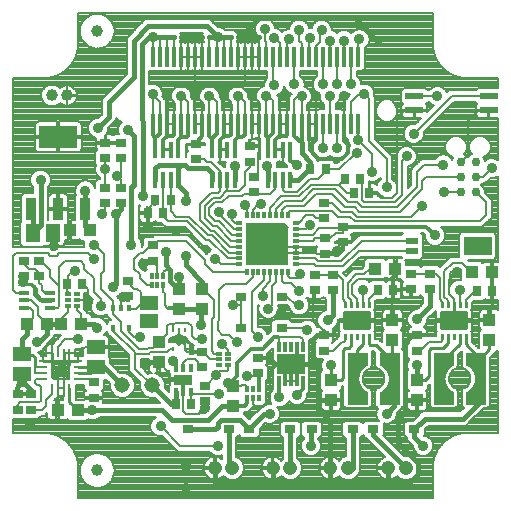
<source format=gbl>
G75*
%MOIN*%
%OFA0B0*%
%FSLAX25Y25*%
%IPPOS*%
%LPD*%
%AMOC8*
5,1,8,0,0,1.08239X$1,22.5*
%
%ADD10R,0.01378X0.06693*%
%ADD11C,0.00246*%
%ADD12C,0.01299*%
%ADD13R,0.03346X0.16929*%
%ADD14C,0.00004*%
%ADD15C,0.04756*%
%ADD16R,0.03937X0.04331*%
%ADD17R,0.03543X0.02756*%
%ADD18R,0.02756X0.03543*%
%ADD19R,0.04331X0.03937*%
%ADD20R,0.03819X0.02559*%
%ADD21R,0.01200X0.03200*%
%ADD22R,0.09400X0.06500*%
%ADD23R,0.01181X0.01929*%
%ADD24R,0.01181X0.02047*%
%ADD25C,0.05150*%
%ADD26R,0.03543X0.01772*%
%ADD27R,0.01929X0.01181*%
%ADD28R,0.02047X0.01181*%
%ADD29R,0.01181X0.01969*%
%ADD30C,0.02953*%
%ADD31R,0.06300X0.04600*%
%ADD32R,0.01181X0.02362*%
%ADD33R,0.02362X0.01181*%
%ADD34R,0.12598X0.14173*%
%ADD35R,0.01575X0.12598*%
%ADD36R,0.02227X0.03937*%
%ADD37R,0.05906X0.02362*%
%ADD38R,0.01400X0.02600*%
%ADD39R,0.06300X0.03500*%
%ADD40R,0.01700X0.05200*%
%ADD41R,0.00906X0.03150*%
%ADD42R,0.03150X0.00906*%
%ADD43R,0.00984X0.00984*%
%ADD44C,0.00787*%
%ADD45C,0.03937*%
%ADD46R,0.05906X0.05118*%
%ADD47R,0.01063X0.01772*%
%ADD48R,0.03740X0.07480*%
%ADD49R,0.12795X0.07480*%
%ADD50R,0.05118X0.05906*%
%ADD51C,0.03969*%
%ADD52R,0.04331X0.02362*%
%ADD53R,0.09449X0.05906*%
%ADD54C,0.03575*%
%ADD55C,0.01181*%
%ADD56C,0.01575*%
%ADD57C,0.01200*%
%ADD58C,0.00984*%
%ADD59C,0.00906*%
%ADD60C,0.01600*%
D10*
X0070526Y0135305D03*
X0072889Y0135305D03*
X0075251Y0135305D03*
X0077613Y0135305D03*
X0079975Y0135305D03*
X0082337Y0135305D03*
X0084700Y0135305D03*
X0087062Y0135305D03*
X0089424Y0135305D03*
X0091786Y0135305D03*
X0094148Y0135305D03*
X0096511Y0135305D03*
X0098873Y0135305D03*
X0101235Y0135305D03*
X0103597Y0135305D03*
X0105959Y0135305D03*
X0108322Y0135305D03*
X0110684Y0135305D03*
X0113046Y0135305D03*
X0115408Y0135305D03*
X0117770Y0135305D03*
X0120133Y0135305D03*
X0122495Y0135305D03*
X0124857Y0135305D03*
X0127219Y0135305D03*
X0129581Y0135305D03*
X0131944Y0135305D03*
X0134306Y0135305D03*
X0136668Y0135305D03*
X0139030Y0135305D03*
X0139030Y0157746D03*
X0136668Y0157746D03*
X0134306Y0157746D03*
X0131944Y0157746D03*
X0129581Y0157746D03*
X0127219Y0157746D03*
X0124857Y0157746D03*
X0122495Y0157746D03*
X0120133Y0157746D03*
X0117770Y0157746D03*
X0115408Y0157746D03*
X0113046Y0157746D03*
X0110684Y0157746D03*
X0108322Y0157746D03*
X0105959Y0157746D03*
X0103597Y0157746D03*
X0101235Y0157746D03*
X0098873Y0157746D03*
X0096511Y0157746D03*
X0094148Y0157746D03*
X0091786Y0157746D03*
X0089424Y0157746D03*
X0087062Y0157746D03*
X0084700Y0157746D03*
X0082337Y0157746D03*
X0079975Y0157746D03*
X0077613Y0157746D03*
X0075251Y0157746D03*
X0072889Y0157746D03*
X0070526Y0157746D03*
D11*
X0134331Y0074306D02*
X0135069Y0074306D01*
X0134331Y0074306D02*
X0134331Y0075832D01*
X0135069Y0075832D01*
X0135069Y0074306D01*
X0135069Y0074551D02*
X0134331Y0074551D01*
X0134331Y0074796D02*
X0135069Y0074796D01*
X0135069Y0075041D02*
X0134331Y0075041D01*
X0134331Y0075286D02*
X0135069Y0075286D01*
X0135069Y0075531D02*
X0134331Y0075531D01*
X0134331Y0075776D02*
X0135069Y0075776D01*
X0136299Y0074306D02*
X0137037Y0074306D01*
X0136299Y0074306D02*
X0136299Y0075832D01*
X0137037Y0075832D01*
X0137037Y0074306D01*
X0137037Y0074551D02*
X0136299Y0074551D01*
X0136299Y0074796D02*
X0137037Y0074796D01*
X0137037Y0075041D02*
X0136299Y0075041D01*
X0136299Y0075286D02*
X0137037Y0075286D01*
X0137037Y0075531D02*
X0136299Y0075531D01*
X0136299Y0075776D02*
X0137037Y0075776D01*
X0138268Y0074306D02*
X0139006Y0074306D01*
X0138268Y0074306D02*
X0138268Y0075832D01*
X0139006Y0075832D01*
X0139006Y0074306D01*
X0139006Y0074551D02*
X0138268Y0074551D01*
X0138268Y0074796D02*
X0139006Y0074796D01*
X0139006Y0075041D02*
X0138268Y0075041D01*
X0138268Y0075286D02*
X0139006Y0075286D01*
X0139006Y0075531D02*
X0138268Y0075531D01*
X0138268Y0075776D02*
X0139006Y0075776D01*
X0140236Y0074306D02*
X0140974Y0074306D01*
X0140236Y0074306D02*
X0140236Y0075832D01*
X0140974Y0075832D01*
X0140974Y0074306D01*
X0140974Y0074551D02*
X0140236Y0074551D01*
X0140236Y0074796D02*
X0140974Y0074796D01*
X0140974Y0075041D02*
X0140236Y0075041D01*
X0140236Y0075286D02*
X0140974Y0075286D01*
X0140974Y0075531D02*
X0140236Y0075531D01*
X0140236Y0075776D02*
X0140974Y0075776D01*
X0142205Y0074306D02*
X0142943Y0074306D01*
X0142205Y0074306D02*
X0142205Y0075832D01*
X0142943Y0075832D01*
X0142943Y0074306D01*
X0142943Y0074551D02*
X0142205Y0074551D01*
X0142205Y0074796D02*
X0142943Y0074796D01*
X0142943Y0075041D02*
X0142205Y0075041D01*
X0142205Y0075286D02*
X0142943Y0075286D01*
X0142943Y0075531D02*
X0142205Y0075531D01*
X0142205Y0075776D02*
X0142943Y0075776D01*
X0142943Y0063676D02*
X0142205Y0063676D01*
X0142205Y0065202D01*
X0142943Y0065202D01*
X0142943Y0063676D01*
X0142943Y0063921D02*
X0142205Y0063921D01*
X0142205Y0064166D02*
X0142943Y0064166D01*
X0142943Y0064411D02*
X0142205Y0064411D01*
X0142205Y0064656D02*
X0142943Y0064656D01*
X0142943Y0064901D02*
X0142205Y0064901D01*
X0142205Y0065146D02*
X0142943Y0065146D01*
X0140974Y0063676D02*
X0140236Y0063676D01*
X0140236Y0065202D01*
X0140974Y0065202D01*
X0140974Y0063676D01*
X0140974Y0063921D02*
X0140236Y0063921D01*
X0140236Y0064166D02*
X0140974Y0064166D01*
X0140974Y0064411D02*
X0140236Y0064411D01*
X0140236Y0064656D02*
X0140974Y0064656D01*
X0140974Y0064901D02*
X0140236Y0064901D01*
X0140236Y0065146D02*
X0140974Y0065146D01*
X0139006Y0063676D02*
X0138268Y0063676D01*
X0138268Y0065202D01*
X0139006Y0065202D01*
X0139006Y0063676D01*
X0139006Y0063921D02*
X0138268Y0063921D01*
X0138268Y0064166D02*
X0139006Y0064166D01*
X0139006Y0064411D02*
X0138268Y0064411D01*
X0138268Y0064656D02*
X0139006Y0064656D01*
X0139006Y0064901D02*
X0138268Y0064901D01*
X0138268Y0065146D02*
X0139006Y0065146D01*
X0137037Y0063676D02*
X0136299Y0063676D01*
X0136299Y0065202D01*
X0137037Y0065202D01*
X0137037Y0063676D01*
X0137037Y0063921D02*
X0136299Y0063921D01*
X0136299Y0064166D02*
X0137037Y0064166D01*
X0137037Y0064411D02*
X0136299Y0064411D01*
X0136299Y0064656D02*
X0137037Y0064656D01*
X0137037Y0064901D02*
X0136299Y0064901D01*
X0136299Y0065146D02*
X0137037Y0065146D01*
X0135069Y0063676D02*
X0134331Y0063676D01*
X0134331Y0065202D01*
X0135069Y0065202D01*
X0135069Y0063676D01*
X0135069Y0063921D02*
X0134331Y0063921D01*
X0134331Y0064166D02*
X0135069Y0064166D01*
X0135069Y0064411D02*
X0134331Y0064411D01*
X0134331Y0064656D02*
X0135069Y0064656D01*
X0135069Y0064901D02*
X0134331Y0064901D01*
X0134331Y0065146D02*
X0135069Y0065146D01*
X0166614Y0063676D02*
X0167352Y0063676D01*
X0166614Y0063676D02*
X0166614Y0065202D01*
X0167352Y0065202D01*
X0167352Y0063676D01*
X0167352Y0063921D02*
X0166614Y0063921D01*
X0166614Y0064166D02*
X0167352Y0064166D01*
X0167352Y0064411D02*
X0166614Y0064411D01*
X0166614Y0064656D02*
X0167352Y0064656D01*
X0167352Y0064901D02*
X0166614Y0064901D01*
X0166614Y0065146D02*
X0167352Y0065146D01*
X0168583Y0063676D02*
X0169321Y0063676D01*
X0168583Y0063676D02*
X0168583Y0065202D01*
X0169321Y0065202D01*
X0169321Y0063676D01*
X0169321Y0063921D02*
X0168583Y0063921D01*
X0168583Y0064166D02*
X0169321Y0064166D01*
X0169321Y0064411D02*
X0168583Y0064411D01*
X0168583Y0064656D02*
X0169321Y0064656D01*
X0169321Y0064901D02*
X0168583Y0064901D01*
X0168583Y0065146D02*
X0169321Y0065146D01*
X0170551Y0063676D02*
X0171289Y0063676D01*
X0170551Y0063676D02*
X0170551Y0065202D01*
X0171289Y0065202D01*
X0171289Y0063676D01*
X0171289Y0063921D02*
X0170551Y0063921D01*
X0170551Y0064166D02*
X0171289Y0064166D01*
X0171289Y0064411D02*
X0170551Y0064411D01*
X0170551Y0064656D02*
X0171289Y0064656D01*
X0171289Y0064901D02*
X0170551Y0064901D01*
X0170551Y0065146D02*
X0171289Y0065146D01*
X0172520Y0063676D02*
X0173258Y0063676D01*
X0172520Y0063676D02*
X0172520Y0065202D01*
X0173258Y0065202D01*
X0173258Y0063676D01*
X0173258Y0063921D02*
X0172520Y0063921D01*
X0172520Y0064166D02*
X0173258Y0064166D01*
X0173258Y0064411D02*
X0172520Y0064411D01*
X0172520Y0064656D02*
X0173258Y0064656D01*
X0173258Y0064901D02*
X0172520Y0064901D01*
X0172520Y0065146D02*
X0173258Y0065146D01*
X0174488Y0063676D02*
X0175226Y0063676D01*
X0174488Y0063676D02*
X0174488Y0065202D01*
X0175226Y0065202D01*
X0175226Y0063676D01*
X0175226Y0063921D02*
X0174488Y0063921D01*
X0174488Y0064166D02*
X0175226Y0064166D01*
X0175226Y0064411D02*
X0174488Y0064411D01*
X0174488Y0064656D02*
X0175226Y0064656D01*
X0175226Y0064901D02*
X0174488Y0064901D01*
X0174488Y0065146D02*
X0175226Y0065146D01*
X0175226Y0074306D02*
X0174488Y0074306D01*
X0174488Y0075832D01*
X0175226Y0075832D01*
X0175226Y0074306D01*
X0175226Y0074551D02*
X0174488Y0074551D01*
X0174488Y0074796D02*
X0175226Y0074796D01*
X0175226Y0075041D02*
X0174488Y0075041D01*
X0174488Y0075286D02*
X0175226Y0075286D01*
X0175226Y0075531D02*
X0174488Y0075531D01*
X0174488Y0075776D02*
X0175226Y0075776D01*
X0173258Y0074306D02*
X0172520Y0074306D01*
X0172520Y0075832D01*
X0173258Y0075832D01*
X0173258Y0074306D01*
X0173258Y0074551D02*
X0172520Y0074551D01*
X0172520Y0074796D02*
X0173258Y0074796D01*
X0173258Y0075041D02*
X0172520Y0075041D01*
X0172520Y0075286D02*
X0173258Y0075286D01*
X0173258Y0075531D02*
X0172520Y0075531D01*
X0172520Y0075776D02*
X0173258Y0075776D01*
X0171289Y0074306D02*
X0170551Y0074306D01*
X0170551Y0075832D01*
X0171289Y0075832D01*
X0171289Y0074306D01*
X0171289Y0074551D02*
X0170551Y0074551D01*
X0170551Y0074796D02*
X0171289Y0074796D01*
X0171289Y0075041D02*
X0170551Y0075041D01*
X0170551Y0075286D02*
X0171289Y0075286D01*
X0171289Y0075531D02*
X0170551Y0075531D01*
X0170551Y0075776D02*
X0171289Y0075776D01*
X0169321Y0074306D02*
X0168583Y0074306D01*
X0168583Y0075832D01*
X0169321Y0075832D01*
X0169321Y0074306D01*
X0169321Y0074551D02*
X0168583Y0074551D01*
X0168583Y0074796D02*
X0169321Y0074796D01*
X0169321Y0075041D02*
X0168583Y0075041D01*
X0168583Y0075286D02*
X0169321Y0075286D01*
X0169321Y0075531D02*
X0168583Y0075531D01*
X0168583Y0075776D02*
X0169321Y0075776D01*
X0167352Y0074306D02*
X0166614Y0074306D01*
X0166614Y0075832D01*
X0167352Y0075832D01*
X0167352Y0074306D01*
X0167352Y0074551D02*
X0166614Y0074551D01*
X0166614Y0074796D02*
X0167352Y0074796D01*
X0167352Y0075041D02*
X0166614Y0075041D01*
X0166614Y0075286D02*
X0167352Y0075286D01*
X0167352Y0075531D02*
X0166614Y0075531D01*
X0166614Y0075776D02*
X0167352Y0075776D01*
D12*
X0166884Y0067155D02*
X0174956Y0067155D01*
X0166884Y0067155D02*
X0166884Y0072353D01*
X0174956Y0072353D01*
X0174956Y0067155D01*
X0174956Y0068453D02*
X0166884Y0068453D01*
X0166884Y0069751D02*
X0174956Y0069751D01*
X0174956Y0071049D02*
X0166884Y0071049D01*
X0166884Y0072347D02*
X0174956Y0072347D01*
X0142673Y0067155D02*
X0134601Y0067155D01*
X0134601Y0072353D01*
X0142673Y0072353D01*
X0142673Y0067155D01*
X0142673Y0068453D02*
X0134601Y0068453D01*
X0134601Y0069751D02*
X0142673Y0069751D01*
X0142673Y0071049D02*
X0134601Y0071049D01*
X0134601Y0072347D02*
X0142673Y0072347D01*
D13*
X0137357Y0050463D03*
X0150940Y0050463D03*
X0166097Y0050463D03*
X0179680Y0050463D03*
D14*
X0178007Y0050469D02*
X0181353Y0050469D01*
X0181353Y0050467D02*
X0178007Y0050467D01*
X0178007Y0050464D02*
X0181353Y0050464D01*
X0181353Y0050462D02*
X0178007Y0050462D01*
X0178007Y0050460D02*
X0181353Y0050460D01*
X0181353Y0050457D02*
X0178007Y0050457D01*
X0178007Y0050455D02*
X0181353Y0050455D01*
X0181353Y0050452D02*
X0178007Y0050452D01*
X0178007Y0050450D02*
X0181353Y0050450D01*
X0181353Y0050447D02*
X0178007Y0050447D01*
X0178007Y0050445D02*
X0181353Y0050445D01*
X0181353Y0050442D02*
X0178007Y0050442D01*
X0178007Y0050440D02*
X0181353Y0050440D01*
X0181353Y0050438D02*
X0178007Y0050438D01*
X0178007Y0050435D02*
X0181353Y0050435D01*
X0181353Y0050433D02*
X0178007Y0050433D01*
X0178007Y0050430D02*
X0181353Y0050430D01*
X0181353Y0050428D02*
X0178007Y0050428D01*
X0178007Y0050425D02*
X0181353Y0050425D01*
X0181353Y0050423D02*
X0178007Y0050423D01*
X0178007Y0050420D02*
X0181353Y0050420D01*
X0181353Y0050418D02*
X0178007Y0050418D01*
X0178007Y0050416D02*
X0181353Y0050416D01*
X0181353Y0050413D02*
X0178007Y0050413D01*
X0178007Y0050411D02*
X0181353Y0050411D01*
X0181353Y0050408D02*
X0178007Y0050408D01*
X0178007Y0050406D02*
X0181353Y0050406D01*
X0181353Y0050403D02*
X0178007Y0050403D01*
X0178007Y0050401D02*
X0181353Y0050401D01*
X0181353Y0050398D02*
X0178007Y0050398D01*
X0178007Y0050396D02*
X0181353Y0050396D01*
X0181353Y0050393D02*
X0178007Y0050393D01*
X0178007Y0050391D02*
X0181353Y0050391D01*
X0181353Y0050389D02*
X0178007Y0050389D01*
X0178007Y0050386D02*
X0181353Y0050386D01*
X0181353Y0050384D02*
X0178007Y0050384D01*
X0178007Y0050381D02*
X0181353Y0050381D01*
X0181353Y0050379D02*
X0178007Y0050379D01*
X0178007Y0050376D02*
X0181353Y0050376D01*
X0181353Y0050374D02*
X0178007Y0050374D01*
X0178007Y0050371D02*
X0181353Y0050371D01*
X0181353Y0050369D02*
X0178007Y0050369D01*
X0178007Y0050367D02*
X0181353Y0050367D01*
X0181353Y0050364D02*
X0178007Y0050364D01*
X0178007Y0050362D02*
X0181353Y0050362D01*
X0181353Y0050359D02*
X0178007Y0050359D01*
X0178007Y0050357D02*
X0181353Y0050357D01*
X0181353Y0050354D02*
X0178007Y0050354D01*
X0178007Y0050352D02*
X0181353Y0050352D01*
X0181353Y0050349D02*
X0178007Y0050349D01*
X0178007Y0050347D02*
X0181353Y0050347D01*
X0181353Y0050345D02*
X0178007Y0050345D01*
X0178007Y0050342D02*
X0181353Y0050342D01*
X0181353Y0050340D02*
X0178007Y0050340D01*
X0178007Y0050337D02*
X0181353Y0050337D01*
X0181353Y0050335D02*
X0178007Y0050335D01*
X0178007Y0050332D02*
X0181353Y0050332D01*
X0181353Y0050330D02*
X0178007Y0050330D01*
X0178007Y0050327D02*
X0181353Y0050327D01*
X0181353Y0050325D02*
X0178007Y0050325D01*
X0178007Y0050322D02*
X0181353Y0050322D01*
X0181353Y0050320D02*
X0178007Y0050320D01*
X0178007Y0050318D02*
X0181353Y0050318D01*
X0181353Y0050315D02*
X0178007Y0050315D01*
X0178007Y0050313D02*
X0181353Y0050313D01*
X0181353Y0050310D02*
X0178007Y0050310D01*
X0178007Y0050308D02*
X0181353Y0050308D01*
X0181353Y0050305D02*
X0178007Y0050305D01*
X0178007Y0050303D02*
X0181353Y0050303D01*
X0181353Y0050300D02*
X0178007Y0050300D01*
X0178007Y0050298D02*
X0181353Y0050298D01*
X0181353Y0050296D02*
X0178007Y0050296D01*
X0178007Y0050293D02*
X0181353Y0050293D01*
X0181353Y0050291D02*
X0178007Y0050291D01*
X0178007Y0050288D02*
X0181353Y0050288D01*
X0181353Y0050286D02*
X0178007Y0050286D01*
X0178007Y0050283D02*
X0181353Y0050283D01*
X0181353Y0050281D02*
X0178007Y0050281D01*
X0178007Y0050278D02*
X0181353Y0050278D01*
X0181353Y0050276D02*
X0178007Y0050276D01*
X0178007Y0050274D02*
X0181353Y0050274D01*
X0181353Y0050271D02*
X0178007Y0050271D01*
X0178007Y0050269D02*
X0181353Y0050269D01*
X0181353Y0050266D02*
X0178007Y0050266D01*
X0178007Y0050264D02*
X0181353Y0050264D01*
X0181353Y0050261D02*
X0178007Y0050261D01*
X0178007Y0050259D02*
X0181353Y0050259D01*
X0181353Y0050256D02*
X0178007Y0050256D01*
X0178007Y0050254D02*
X0181353Y0050254D01*
X0181353Y0050251D02*
X0178007Y0050251D01*
X0178007Y0050249D02*
X0181353Y0050249D01*
X0181353Y0050247D02*
X0178007Y0050247D01*
X0178007Y0050244D02*
X0181353Y0050244D01*
X0181353Y0050242D02*
X0178007Y0050242D01*
X0178007Y0050239D02*
X0181353Y0050239D01*
X0181353Y0050237D02*
X0178007Y0050237D01*
X0178007Y0050234D02*
X0181353Y0050234D01*
X0181353Y0050232D02*
X0178007Y0050232D01*
X0178007Y0050229D02*
X0181353Y0050229D01*
X0181353Y0050227D02*
X0178007Y0050227D01*
X0178007Y0050226D02*
X0177967Y0049793D01*
X0177928Y0049596D01*
X0177889Y0049360D01*
X0177810Y0049045D01*
X0177731Y0048809D01*
X0177613Y0048494D01*
X0177495Y0048219D01*
X0181353Y0048219D01*
X0181353Y0048217D02*
X0177494Y0048217D01*
X0177495Y0048219D02*
X0177298Y0047864D01*
X0177101Y0047549D01*
X0176865Y0047234D01*
X0176629Y0046959D01*
X0176393Y0046722D01*
X0176156Y0046526D01*
X0175959Y0046368D01*
X0175684Y0046171D01*
X0175487Y0046053D01*
X0175211Y0045896D01*
X0175054Y0045817D01*
X0175054Y0041998D01*
X0181353Y0041998D01*
X0181353Y0058927D01*
X0175054Y0058927D01*
X0175054Y0055108D01*
X0175290Y0054990D01*
X0175566Y0054833D01*
X0175920Y0054596D01*
X0176156Y0054400D01*
X0176471Y0054124D01*
X0176865Y0053691D01*
X0177101Y0053376D01*
X0177298Y0053061D01*
X0177456Y0052785D01*
X0177613Y0052431D01*
X0177692Y0052234D01*
X0177770Y0051998D01*
X0177849Y0051722D01*
X0177889Y0051565D01*
X0177928Y0051368D01*
X0181353Y0051368D01*
X0181353Y0051370D02*
X0177927Y0051370D01*
X0177928Y0051368D02*
X0177967Y0051132D01*
X0178007Y0050699D01*
X0178007Y0050226D01*
X0178007Y0050225D02*
X0181353Y0050225D01*
X0181353Y0050222D02*
X0178006Y0050222D01*
X0178006Y0050220D02*
X0181353Y0050220D01*
X0181353Y0050217D02*
X0178006Y0050217D01*
X0178006Y0050215D02*
X0181353Y0050215D01*
X0181353Y0050212D02*
X0178005Y0050212D01*
X0178005Y0050210D02*
X0181353Y0050210D01*
X0181353Y0050207D02*
X0178005Y0050207D01*
X0178005Y0050205D02*
X0181353Y0050205D01*
X0181353Y0050203D02*
X0178005Y0050203D01*
X0178004Y0050200D02*
X0181353Y0050200D01*
X0181353Y0050198D02*
X0178004Y0050198D01*
X0178004Y0050195D02*
X0181353Y0050195D01*
X0181353Y0050193D02*
X0178004Y0050193D01*
X0178003Y0050190D02*
X0181353Y0050190D01*
X0181353Y0050188D02*
X0178003Y0050188D01*
X0178003Y0050185D02*
X0181353Y0050185D01*
X0181353Y0050183D02*
X0178003Y0050183D01*
X0178003Y0050180D02*
X0181353Y0050180D01*
X0181353Y0050178D02*
X0178002Y0050178D01*
X0178002Y0050176D02*
X0181353Y0050176D01*
X0181353Y0050173D02*
X0178002Y0050173D01*
X0178002Y0050171D02*
X0181353Y0050171D01*
X0181353Y0050168D02*
X0178001Y0050168D01*
X0178001Y0050166D02*
X0181353Y0050166D01*
X0181353Y0050163D02*
X0178001Y0050163D01*
X0178001Y0050161D02*
X0181353Y0050161D01*
X0181353Y0050158D02*
X0178001Y0050158D01*
X0178000Y0050156D02*
X0181353Y0050156D01*
X0181353Y0050154D02*
X0178000Y0050154D01*
X0178000Y0050151D02*
X0181353Y0050151D01*
X0181353Y0050149D02*
X0178000Y0050149D01*
X0177999Y0050146D02*
X0181353Y0050146D01*
X0181353Y0050144D02*
X0177999Y0050144D01*
X0177999Y0050141D02*
X0181353Y0050141D01*
X0181353Y0050139D02*
X0177999Y0050139D01*
X0177999Y0050136D02*
X0181353Y0050136D01*
X0181353Y0050134D02*
X0177998Y0050134D01*
X0177998Y0050132D02*
X0181353Y0050132D01*
X0181353Y0050129D02*
X0177998Y0050129D01*
X0177998Y0050127D02*
X0181353Y0050127D01*
X0181353Y0050124D02*
X0177997Y0050124D01*
X0177997Y0050122D02*
X0181353Y0050122D01*
X0181353Y0050119D02*
X0177997Y0050119D01*
X0177997Y0050117D02*
X0181353Y0050117D01*
X0181353Y0050114D02*
X0177997Y0050114D01*
X0177996Y0050112D02*
X0181353Y0050112D01*
X0181353Y0050109D02*
X0177996Y0050109D01*
X0177996Y0050107D02*
X0181353Y0050107D01*
X0181353Y0050105D02*
X0177996Y0050105D01*
X0177995Y0050102D02*
X0181353Y0050102D01*
X0181353Y0050100D02*
X0177995Y0050100D01*
X0177995Y0050097D02*
X0181353Y0050097D01*
X0181353Y0050095D02*
X0177995Y0050095D01*
X0177995Y0050092D02*
X0181353Y0050092D01*
X0181353Y0050090D02*
X0177994Y0050090D01*
X0177994Y0050087D02*
X0181353Y0050087D01*
X0181353Y0050085D02*
X0177994Y0050085D01*
X0177994Y0050083D02*
X0181353Y0050083D01*
X0181353Y0050080D02*
X0177993Y0050080D01*
X0177993Y0050078D02*
X0181353Y0050078D01*
X0181353Y0050075D02*
X0177993Y0050075D01*
X0177993Y0050073D02*
X0181353Y0050073D01*
X0181353Y0050070D02*
X0177993Y0050070D01*
X0177992Y0050068D02*
X0181353Y0050068D01*
X0181353Y0050065D02*
X0177992Y0050065D01*
X0177992Y0050063D02*
X0181353Y0050063D01*
X0181353Y0050061D02*
X0177992Y0050061D01*
X0177991Y0050058D02*
X0181353Y0050058D01*
X0181353Y0050056D02*
X0177991Y0050056D01*
X0177991Y0050053D02*
X0181353Y0050053D01*
X0181353Y0050051D02*
X0177991Y0050051D01*
X0177991Y0050048D02*
X0181353Y0050048D01*
X0181353Y0050046D02*
X0177990Y0050046D01*
X0177990Y0050043D02*
X0181353Y0050043D01*
X0181353Y0050041D02*
X0177990Y0050041D01*
X0177990Y0050038D02*
X0181353Y0050038D01*
X0181353Y0050036D02*
X0177989Y0050036D01*
X0177989Y0050034D02*
X0181353Y0050034D01*
X0181353Y0050031D02*
X0177989Y0050031D01*
X0177989Y0050029D02*
X0181353Y0050029D01*
X0181353Y0050026D02*
X0177989Y0050026D01*
X0177988Y0050024D02*
X0181353Y0050024D01*
X0181353Y0050021D02*
X0177988Y0050021D01*
X0177988Y0050019D02*
X0181353Y0050019D01*
X0181353Y0050016D02*
X0177988Y0050016D01*
X0177987Y0050014D02*
X0181353Y0050014D01*
X0181353Y0050012D02*
X0177987Y0050012D01*
X0177987Y0050009D02*
X0181353Y0050009D01*
X0181353Y0050007D02*
X0177987Y0050007D01*
X0177987Y0050004D02*
X0181353Y0050004D01*
X0181353Y0050002D02*
X0177986Y0050002D01*
X0177986Y0049999D02*
X0181353Y0049999D01*
X0181353Y0049997D02*
X0177986Y0049997D01*
X0177986Y0049994D02*
X0181353Y0049994D01*
X0181353Y0049992D02*
X0177985Y0049992D01*
X0177985Y0049990D02*
X0181353Y0049990D01*
X0181353Y0049987D02*
X0177985Y0049987D01*
X0177985Y0049985D02*
X0181353Y0049985D01*
X0181353Y0049982D02*
X0177984Y0049982D01*
X0177984Y0049980D02*
X0181353Y0049980D01*
X0181353Y0049977D02*
X0177984Y0049977D01*
X0177984Y0049975D02*
X0181353Y0049975D01*
X0181353Y0049972D02*
X0177984Y0049972D01*
X0177983Y0049970D02*
X0181353Y0049970D01*
X0181353Y0049967D02*
X0177983Y0049967D01*
X0177983Y0049965D02*
X0181353Y0049965D01*
X0181353Y0049963D02*
X0177983Y0049963D01*
X0177982Y0049960D02*
X0181353Y0049960D01*
X0181353Y0049958D02*
X0177982Y0049958D01*
X0177982Y0049955D02*
X0181353Y0049955D01*
X0181353Y0049953D02*
X0177982Y0049953D01*
X0177982Y0049950D02*
X0181353Y0049950D01*
X0181353Y0049948D02*
X0177981Y0049948D01*
X0177981Y0049945D02*
X0181353Y0049945D01*
X0181353Y0049943D02*
X0177981Y0049943D01*
X0177981Y0049941D02*
X0181353Y0049941D01*
X0181353Y0049938D02*
X0177980Y0049938D01*
X0177980Y0049936D02*
X0181353Y0049936D01*
X0181353Y0049933D02*
X0177980Y0049933D01*
X0177980Y0049931D02*
X0181353Y0049931D01*
X0181353Y0049928D02*
X0177980Y0049928D01*
X0177979Y0049926D02*
X0181353Y0049926D01*
X0181353Y0049923D02*
X0177979Y0049923D01*
X0177979Y0049921D02*
X0181353Y0049921D01*
X0181353Y0049919D02*
X0177979Y0049919D01*
X0177978Y0049916D02*
X0181353Y0049916D01*
X0181353Y0049914D02*
X0177978Y0049914D01*
X0177978Y0049911D02*
X0181353Y0049911D01*
X0181353Y0049909D02*
X0177978Y0049909D01*
X0177978Y0049906D02*
X0181353Y0049906D01*
X0181353Y0049904D02*
X0177977Y0049904D01*
X0177977Y0049901D02*
X0181353Y0049901D01*
X0181353Y0049899D02*
X0177977Y0049899D01*
X0177977Y0049896D02*
X0181353Y0049896D01*
X0181353Y0049894D02*
X0177976Y0049894D01*
X0177976Y0049892D02*
X0181353Y0049892D01*
X0181353Y0049889D02*
X0177976Y0049889D01*
X0177976Y0049887D02*
X0181353Y0049887D01*
X0181353Y0049884D02*
X0177976Y0049884D01*
X0177975Y0049882D02*
X0181353Y0049882D01*
X0181353Y0049879D02*
X0177975Y0049879D01*
X0177975Y0049877D02*
X0181353Y0049877D01*
X0181353Y0049874D02*
X0177975Y0049874D01*
X0177974Y0049872D02*
X0181353Y0049872D01*
X0181353Y0049870D02*
X0177974Y0049870D01*
X0177974Y0049867D02*
X0181353Y0049867D01*
X0181353Y0049865D02*
X0177974Y0049865D01*
X0177974Y0049862D02*
X0181353Y0049862D01*
X0181353Y0049860D02*
X0177973Y0049860D01*
X0177973Y0049857D02*
X0181353Y0049857D01*
X0181353Y0049855D02*
X0177973Y0049855D01*
X0177973Y0049852D02*
X0181353Y0049852D01*
X0181353Y0049850D02*
X0177972Y0049850D01*
X0177972Y0049848D02*
X0181353Y0049848D01*
X0181353Y0049845D02*
X0177972Y0049845D01*
X0177972Y0049843D02*
X0181353Y0049843D01*
X0181353Y0049840D02*
X0177972Y0049840D01*
X0177971Y0049838D02*
X0181353Y0049838D01*
X0181353Y0049835D02*
X0177971Y0049835D01*
X0177971Y0049833D02*
X0181353Y0049833D01*
X0181353Y0049830D02*
X0177971Y0049830D01*
X0177970Y0049828D02*
X0181353Y0049828D01*
X0181353Y0049825D02*
X0177970Y0049825D01*
X0177970Y0049823D02*
X0181353Y0049823D01*
X0181353Y0049821D02*
X0177970Y0049821D01*
X0177970Y0049818D02*
X0181353Y0049818D01*
X0181353Y0049816D02*
X0177969Y0049816D01*
X0177969Y0049813D02*
X0181353Y0049813D01*
X0181353Y0049811D02*
X0177969Y0049811D01*
X0177969Y0049808D02*
X0181353Y0049808D01*
X0181353Y0049806D02*
X0177968Y0049806D01*
X0177968Y0049803D02*
X0181353Y0049803D01*
X0181353Y0049801D02*
X0177968Y0049801D01*
X0177968Y0049799D02*
X0181353Y0049799D01*
X0181353Y0049796D02*
X0177968Y0049796D01*
X0177967Y0049794D02*
X0181353Y0049794D01*
X0181353Y0049791D02*
X0177967Y0049791D01*
X0177966Y0049789D02*
X0181353Y0049789D01*
X0181353Y0049786D02*
X0177966Y0049786D01*
X0177965Y0049784D02*
X0181353Y0049784D01*
X0181353Y0049781D02*
X0177965Y0049781D01*
X0177964Y0049779D02*
X0181353Y0049779D01*
X0181353Y0049777D02*
X0177964Y0049777D01*
X0177963Y0049774D02*
X0181353Y0049774D01*
X0181353Y0049772D02*
X0177963Y0049772D01*
X0177962Y0049769D02*
X0181353Y0049769D01*
X0181353Y0049767D02*
X0177962Y0049767D01*
X0177962Y0049764D02*
X0181353Y0049764D01*
X0181353Y0049762D02*
X0177961Y0049762D01*
X0177961Y0049759D02*
X0181353Y0049759D01*
X0181353Y0049757D02*
X0177960Y0049757D01*
X0177960Y0049754D02*
X0181353Y0049754D01*
X0181353Y0049752D02*
X0177959Y0049752D01*
X0177959Y0049750D02*
X0181353Y0049750D01*
X0181353Y0049747D02*
X0177958Y0049747D01*
X0177958Y0049745D02*
X0181353Y0049745D01*
X0181353Y0049742D02*
X0177957Y0049742D01*
X0177957Y0049740D02*
X0181353Y0049740D01*
X0181353Y0049737D02*
X0177956Y0049737D01*
X0177956Y0049735D02*
X0181353Y0049735D01*
X0181353Y0049732D02*
X0177955Y0049732D01*
X0177955Y0049730D02*
X0181353Y0049730D01*
X0181353Y0049728D02*
X0177954Y0049728D01*
X0177954Y0049725D02*
X0181353Y0049725D01*
X0181353Y0049723D02*
X0177953Y0049723D01*
X0177953Y0049720D02*
X0181353Y0049720D01*
X0181353Y0049718D02*
X0177952Y0049718D01*
X0177952Y0049715D02*
X0181353Y0049715D01*
X0181353Y0049713D02*
X0177951Y0049713D01*
X0177951Y0049710D02*
X0181353Y0049710D01*
X0181353Y0049708D02*
X0177950Y0049708D01*
X0177950Y0049706D02*
X0181353Y0049706D01*
X0181353Y0049703D02*
X0177949Y0049703D01*
X0177949Y0049701D02*
X0181353Y0049701D01*
X0181353Y0049698D02*
X0177948Y0049698D01*
X0177948Y0049696D02*
X0181353Y0049696D01*
X0181353Y0049693D02*
X0177947Y0049693D01*
X0177947Y0049691D02*
X0181353Y0049691D01*
X0181353Y0049688D02*
X0177946Y0049688D01*
X0177946Y0049686D02*
X0181353Y0049686D01*
X0181353Y0049683D02*
X0177945Y0049683D01*
X0177945Y0049681D02*
X0181353Y0049681D01*
X0181353Y0049679D02*
X0177944Y0049679D01*
X0177944Y0049676D02*
X0181353Y0049676D01*
X0181353Y0049674D02*
X0177943Y0049674D01*
X0177943Y0049671D02*
X0181353Y0049671D01*
X0181353Y0049669D02*
X0177942Y0049669D01*
X0177942Y0049666D02*
X0181353Y0049666D01*
X0181353Y0049664D02*
X0177941Y0049664D01*
X0177941Y0049661D02*
X0181353Y0049661D01*
X0181353Y0049659D02*
X0177940Y0049659D01*
X0177940Y0049657D02*
X0181353Y0049657D01*
X0181353Y0049654D02*
X0177939Y0049654D01*
X0177939Y0049652D02*
X0181353Y0049652D01*
X0181353Y0049649D02*
X0177939Y0049649D01*
X0177938Y0049647D02*
X0181353Y0049647D01*
X0181353Y0049644D02*
X0177938Y0049644D01*
X0177937Y0049642D02*
X0181353Y0049642D01*
X0181353Y0049639D02*
X0177937Y0049639D01*
X0177936Y0049637D02*
X0181353Y0049637D01*
X0181353Y0049635D02*
X0177936Y0049635D01*
X0177935Y0049632D02*
X0181353Y0049632D01*
X0181353Y0049630D02*
X0177935Y0049630D01*
X0177934Y0049627D02*
X0181353Y0049627D01*
X0181353Y0049625D02*
X0177934Y0049625D01*
X0177933Y0049622D02*
X0181353Y0049622D01*
X0181353Y0049620D02*
X0177933Y0049620D01*
X0177932Y0049617D02*
X0181353Y0049617D01*
X0181353Y0049615D02*
X0177932Y0049615D01*
X0177931Y0049612D02*
X0181353Y0049612D01*
X0181353Y0049610D02*
X0177931Y0049610D01*
X0177930Y0049608D02*
X0181353Y0049608D01*
X0181353Y0049605D02*
X0177930Y0049605D01*
X0177929Y0049603D02*
X0181353Y0049603D01*
X0181353Y0049600D02*
X0177929Y0049600D01*
X0177928Y0049598D02*
X0181353Y0049598D01*
X0181353Y0049595D02*
X0177928Y0049595D01*
X0177927Y0049593D02*
X0181353Y0049593D01*
X0181353Y0049590D02*
X0177927Y0049590D01*
X0177927Y0049588D02*
X0181353Y0049588D01*
X0181353Y0049586D02*
X0177926Y0049586D01*
X0177926Y0049583D02*
X0181353Y0049583D01*
X0181353Y0049581D02*
X0177925Y0049581D01*
X0177925Y0049578D02*
X0181353Y0049578D01*
X0181353Y0049576D02*
X0177925Y0049576D01*
X0177924Y0049573D02*
X0181353Y0049573D01*
X0181353Y0049571D02*
X0177924Y0049571D01*
X0177923Y0049568D02*
X0181353Y0049568D01*
X0181353Y0049566D02*
X0177923Y0049566D01*
X0177922Y0049564D02*
X0181353Y0049564D01*
X0181353Y0049561D02*
X0177922Y0049561D01*
X0177922Y0049559D02*
X0181353Y0049559D01*
X0181353Y0049556D02*
X0177921Y0049556D01*
X0177921Y0049554D02*
X0181353Y0049554D01*
X0181353Y0049551D02*
X0177920Y0049551D01*
X0177920Y0049549D02*
X0181353Y0049549D01*
X0181353Y0049546D02*
X0177920Y0049546D01*
X0177919Y0049544D02*
X0181353Y0049544D01*
X0181353Y0049541D02*
X0177919Y0049541D01*
X0177918Y0049539D02*
X0181353Y0049539D01*
X0181353Y0049537D02*
X0177918Y0049537D01*
X0177918Y0049534D02*
X0181353Y0049534D01*
X0181353Y0049532D02*
X0177917Y0049532D01*
X0177917Y0049529D02*
X0181353Y0049529D01*
X0181353Y0049527D02*
X0177916Y0049527D01*
X0177916Y0049524D02*
X0181353Y0049524D01*
X0181353Y0049522D02*
X0177916Y0049522D01*
X0177915Y0049519D02*
X0181353Y0049519D01*
X0181353Y0049517D02*
X0177915Y0049517D01*
X0177914Y0049515D02*
X0181353Y0049515D01*
X0181353Y0049512D02*
X0177914Y0049512D01*
X0177913Y0049510D02*
X0181353Y0049510D01*
X0181353Y0049507D02*
X0177913Y0049507D01*
X0177913Y0049505D02*
X0181353Y0049505D01*
X0181353Y0049502D02*
X0177912Y0049502D01*
X0177912Y0049500D02*
X0181353Y0049500D01*
X0181353Y0049497D02*
X0177911Y0049497D01*
X0177911Y0049495D02*
X0181353Y0049495D01*
X0181353Y0049493D02*
X0177911Y0049493D01*
X0177910Y0049490D02*
X0181353Y0049490D01*
X0181353Y0049488D02*
X0177910Y0049488D01*
X0177909Y0049485D02*
X0181353Y0049485D01*
X0181353Y0049483D02*
X0177909Y0049483D01*
X0177909Y0049480D02*
X0181353Y0049480D01*
X0181353Y0049478D02*
X0177908Y0049478D01*
X0177908Y0049475D02*
X0181353Y0049475D01*
X0181353Y0049473D02*
X0177907Y0049473D01*
X0177907Y0049470D02*
X0181353Y0049470D01*
X0181353Y0049468D02*
X0177907Y0049468D01*
X0177906Y0049466D02*
X0181353Y0049466D01*
X0181353Y0049463D02*
X0177906Y0049463D01*
X0177905Y0049461D02*
X0181353Y0049461D01*
X0181353Y0049458D02*
X0177905Y0049458D01*
X0177905Y0049456D02*
X0181353Y0049456D01*
X0181353Y0049453D02*
X0177904Y0049453D01*
X0177904Y0049451D02*
X0181353Y0049451D01*
X0181353Y0049448D02*
X0177903Y0049448D01*
X0177903Y0049446D02*
X0181353Y0049446D01*
X0181353Y0049444D02*
X0177902Y0049444D01*
X0177902Y0049441D02*
X0181353Y0049441D01*
X0181353Y0049439D02*
X0177902Y0049439D01*
X0177901Y0049436D02*
X0181353Y0049436D01*
X0181353Y0049434D02*
X0177901Y0049434D01*
X0177900Y0049431D02*
X0181353Y0049431D01*
X0181353Y0049429D02*
X0177900Y0049429D01*
X0177900Y0049426D02*
X0181353Y0049426D01*
X0181353Y0049424D02*
X0177899Y0049424D01*
X0177899Y0049422D02*
X0181353Y0049422D01*
X0181353Y0049419D02*
X0177898Y0049419D01*
X0177898Y0049417D02*
X0181353Y0049417D01*
X0181353Y0049414D02*
X0177898Y0049414D01*
X0177897Y0049412D02*
X0181353Y0049412D01*
X0181353Y0049409D02*
X0177897Y0049409D01*
X0177896Y0049407D02*
X0181353Y0049407D01*
X0181353Y0049404D02*
X0177896Y0049404D01*
X0177896Y0049402D02*
X0181353Y0049402D01*
X0181353Y0049399D02*
X0177895Y0049399D01*
X0177895Y0049397D02*
X0181353Y0049397D01*
X0181353Y0049395D02*
X0177894Y0049395D01*
X0177894Y0049392D02*
X0181353Y0049392D01*
X0181353Y0049390D02*
X0177893Y0049390D01*
X0177893Y0049387D02*
X0181353Y0049387D01*
X0181353Y0049385D02*
X0177893Y0049385D01*
X0177892Y0049382D02*
X0181353Y0049382D01*
X0181353Y0049380D02*
X0177892Y0049380D01*
X0177891Y0049377D02*
X0181353Y0049377D01*
X0181353Y0049375D02*
X0177891Y0049375D01*
X0177891Y0049373D02*
X0181353Y0049373D01*
X0181353Y0049370D02*
X0177890Y0049370D01*
X0177890Y0049368D02*
X0181353Y0049368D01*
X0181353Y0049365D02*
X0177889Y0049365D01*
X0177889Y0049363D02*
X0181353Y0049363D01*
X0181353Y0049360D02*
X0177889Y0049360D01*
X0177888Y0049358D02*
X0181353Y0049358D01*
X0181353Y0049355D02*
X0177887Y0049355D01*
X0177887Y0049353D02*
X0181353Y0049353D01*
X0181353Y0049351D02*
X0177886Y0049351D01*
X0177886Y0049348D02*
X0181353Y0049348D01*
X0181353Y0049346D02*
X0177885Y0049346D01*
X0177884Y0049343D02*
X0181353Y0049343D01*
X0181353Y0049341D02*
X0177884Y0049341D01*
X0177883Y0049338D02*
X0181353Y0049338D01*
X0181353Y0049336D02*
X0177882Y0049336D01*
X0177882Y0049333D02*
X0181353Y0049333D01*
X0181353Y0049331D02*
X0177881Y0049331D01*
X0177881Y0049328D02*
X0181353Y0049328D01*
X0181353Y0049326D02*
X0177880Y0049326D01*
X0177879Y0049324D02*
X0181353Y0049324D01*
X0181353Y0049321D02*
X0177879Y0049321D01*
X0177878Y0049319D02*
X0181353Y0049319D01*
X0181353Y0049316D02*
X0177878Y0049316D01*
X0177877Y0049314D02*
X0181353Y0049314D01*
X0181353Y0049311D02*
X0177876Y0049311D01*
X0177876Y0049309D02*
X0181353Y0049309D01*
X0181353Y0049306D02*
X0177875Y0049306D01*
X0177875Y0049304D02*
X0181353Y0049304D01*
X0181353Y0049302D02*
X0177874Y0049302D01*
X0177873Y0049299D02*
X0181353Y0049299D01*
X0181353Y0049297D02*
X0177873Y0049297D01*
X0177872Y0049294D02*
X0181353Y0049294D01*
X0181353Y0049292D02*
X0177871Y0049292D01*
X0177871Y0049289D02*
X0181353Y0049289D01*
X0181353Y0049287D02*
X0177870Y0049287D01*
X0177870Y0049284D02*
X0181353Y0049284D01*
X0181353Y0049282D02*
X0177869Y0049282D01*
X0177868Y0049280D02*
X0181353Y0049280D01*
X0181353Y0049277D02*
X0177868Y0049277D01*
X0177867Y0049275D02*
X0181353Y0049275D01*
X0181353Y0049272D02*
X0177867Y0049272D01*
X0177866Y0049270D02*
X0181353Y0049270D01*
X0181353Y0049267D02*
X0177865Y0049267D01*
X0177865Y0049265D02*
X0181353Y0049265D01*
X0181353Y0049262D02*
X0177864Y0049262D01*
X0177864Y0049260D02*
X0181353Y0049260D01*
X0181353Y0049257D02*
X0177863Y0049257D01*
X0177862Y0049255D02*
X0181353Y0049255D01*
X0181353Y0049253D02*
X0177862Y0049253D01*
X0177861Y0049250D02*
X0181353Y0049250D01*
X0181353Y0049248D02*
X0177860Y0049248D01*
X0177860Y0049245D02*
X0181353Y0049245D01*
X0181353Y0049243D02*
X0177859Y0049243D01*
X0177859Y0049240D02*
X0181353Y0049240D01*
X0181353Y0049238D02*
X0177858Y0049238D01*
X0177857Y0049235D02*
X0181353Y0049235D01*
X0181353Y0049233D02*
X0177857Y0049233D01*
X0177856Y0049231D02*
X0181353Y0049231D01*
X0181353Y0049228D02*
X0177856Y0049228D01*
X0177855Y0049226D02*
X0181353Y0049226D01*
X0181353Y0049223D02*
X0177854Y0049223D01*
X0177854Y0049221D02*
X0181353Y0049221D01*
X0181353Y0049218D02*
X0177853Y0049218D01*
X0177852Y0049216D02*
X0181353Y0049216D01*
X0181353Y0049213D02*
X0177852Y0049213D01*
X0177851Y0049211D02*
X0181353Y0049211D01*
X0181353Y0049209D02*
X0177851Y0049209D01*
X0177850Y0049206D02*
X0181353Y0049206D01*
X0181353Y0049204D02*
X0177849Y0049204D01*
X0177849Y0049201D02*
X0181353Y0049201D01*
X0181353Y0049199D02*
X0177848Y0049199D01*
X0177848Y0049196D02*
X0181353Y0049196D01*
X0181353Y0049194D02*
X0177847Y0049194D01*
X0177846Y0049191D02*
X0181353Y0049191D01*
X0181353Y0049189D02*
X0177846Y0049189D01*
X0177845Y0049186D02*
X0181353Y0049186D01*
X0181353Y0049184D02*
X0177845Y0049184D01*
X0177844Y0049182D02*
X0181353Y0049182D01*
X0181353Y0049179D02*
X0177843Y0049179D01*
X0177843Y0049177D02*
X0181353Y0049177D01*
X0181353Y0049174D02*
X0177842Y0049174D01*
X0177841Y0049172D02*
X0181353Y0049172D01*
X0181353Y0049169D02*
X0177841Y0049169D01*
X0177840Y0049167D02*
X0181353Y0049167D01*
X0181353Y0049164D02*
X0177840Y0049164D01*
X0177839Y0049162D02*
X0181353Y0049162D01*
X0181353Y0049160D02*
X0177838Y0049160D01*
X0177838Y0049157D02*
X0181353Y0049157D01*
X0181353Y0049155D02*
X0177837Y0049155D01*
X0177837Y0049152D02*
X0181353Y0049152D01*
X0181353Y0049150D02*
X0177836Y0049150D01*
X0177835Y0049147D02*
X0181353Y0049147D01*
X0181353Y0049145D02*
X0177835Y0049145D01*
X0177834Y0049142D02*
X0181353Y0049142D01*
X0181353Y0049140D02*
X0177834Y0049140D01*
X0177833Y0049137D02*
X0181353Y0049137D01*
X0181353Y0049135D02*
X0177832Y0049135D01*
X0177832Y0049133D02*
X0181353Y0049133D01*
X0181353Y0049130D02*
X0177831Y0049130D01*
X0177830Y0049128D02*
X0181353Y0049128D01*
X0181353Y0049125D02*
X0177830Y0049125D01*
X0177829Y0049123D02*
X0181353Y0049123D01*
X0181353Y0049120D02*
X0177829Y0049120D01*
X0177828Y0049118D02*
X0181353Y0049118D01*
X0181353Y0049115D02*
X0177827Y0049115D01*
X0177827Y0049113D02*
X0181353Y0049113D01*
X0181353Y0049111D02*
X0177826Y0049111D01*
X0177826Y0049108D02*
X0181353Y0049108D01*
X0181353Y0049106D02*
X0177825Y0049106D01*
X0177824Y0049103D02*
X0181353Y0049103D01*
X0181353Y0049101D02*
X0177824Y0049101D01*
X0177823Y0049098D02*
X0181353Y0049098D01*
X0181353Y0049096D02*
X0177823Y0049096D01*
X0177822Y0049093D02*
X0181353Y0049093D01*
X0181353Y0049091D02*
X0177821Y0049091D01*
X0177821Y0049089D02*
X0181353Y0049089D01*
X0181353Y0049086D02*
X0177820Y0049086D01*
X0177819Y0049084D02*
X0181353Y0049084D01*
X0181353Y0049081D02*
X0177819Y0049081D01*
X0177818Y0049079D02*
X0181353Y0049079D01*
X0181353Y0049076D02*
X0177818Y0049076D01*
X0177817Y0049074D02*
X0181353Y0049074D01*
X0181353Y0049071D02*
X0177816Y0049071D01*
X0177816Y0049069D02*
X0181353Y0049069D01*
X0181353Y0049066D02*
X0177815Y0049066D01*
X0177815Y0049064D02*
X0181353Y0049064D01*
X0181353Y0049062D02*
X0177814Y0049062D01*
X0177813Y0049059D02*
X0181353Y0049059D01*
X0181353Y0049057D02*
X0177813Y0049057D01*
X0177812Y0049054D02*
X0181353Y0049054D01*
X0181353Y0049052D02*
X0177811Y0049052D01*
X0177811Y0049049D02*
X0181353Y0049049D01*
X0181353Y0049047D02*
X0177810Y0049047D01*
X0177810Y0049044D02*
X0181353Y0049044D01*
X0181353Y0049042D02*
X0177809Y0049042D01*
X0177808Y0049040D02*
X0181353Y0049040D01*
X0181353Y0049037D02*
X0177807Y0049037D01*
X0177806Y0049035D02*
X0181353Y0049035D01*
X0181353Y0049032D02*
X0177805Y0049032D01*
X0177805Y0049030D02*
X0181353Y0049030D01*
X0181353Y0049027D02*
X0177804Y0049027D01*
X0177803Y0049025D02*
X0181353Y0049025D01*
X0181353Y0049022D02*
X0177802Y0049022D01*
X0177801Y0049020D02*
X0181353Y0049020D01*
X0181353Y0049018D02*
X0177801Y0049018D01*
X0177800Y0049015D02*
X0181353Y0049015D01*
X0181353Y0049013D02*
X0177799Y0049013D01*
X0177798Y0049010D02*
X0181353Y0049010D01*
X0181353Y0049008D02*
X0177797Y0049008D01*
X0177797Y0049005D02*
X0181353Y0049005D01*
X0181353Y0049003D02*
X0177796Y0049003D01*
X0177795Y0049000D02*
X0181353Y0049000D01*
X0181353Y0048998D02*
X0177794Y0048998D01*
X0177793Y0048995D02*
X0181353Y0048995D01*
X0181353Y0048993D02*
X0177792Y0048993D01*
X0177792Y0048991D02*
X0181353Y0048991D01*
X0181353Y0048988D02*
X0177791Y0048988D01*
X0177790Y0048986D02*
X0181353Y0048986D01*
X0181353Y0048983D02*
X0177789Y0048983D01*
X0177788Y0048981D02*
X0181353Y0048981D01*
X0181353Y0048978D02*
X0177788Y0048978D01*
X0177787Y0048976D02*
X0181353Y0048976D01*
X0181353Y0048973D02*
X0177786Y0048973D01*
X0177785Y0048971D02*
X0181353Y0048971D01*
X0181353Y0048969D02*
X0177784Y0048969D01*
X0177783Y0048966D02*
X0181353Y0048966D01*
X0181353Y0048964D02*
X0177783Y0048964D01*
X0177782Y0048961D02*
X0181353Y0048961D01*
X0181353Y0048959D02*
X0177781Y0048959D01*
X0177780Y0048956D02*
X0181353Y0048956D01*
X0181353Y0048954D02*
X0177779Y0048954D01*
X0177779Y0048951D02*
X0181353Y0048951D01*
X0181353Y0048949D02*
X0177778Y0048949D01*
X0177777Y0048947D02*
X0181353Y0048947D01*
X0181353Y0048944D02*
X0177776Y0048944D01*
X0177775Y0048942D02*
X0181353Y0048942D01*
X0181353Y0048939D02*
X0177774Y0048939D01*
X0177774Y0048937D02*
X0181353Y0048937D01*
X0181353Y0048934D02*
X0177773Y0048934D01*
X0177772Y0048932D02*
X0181353Y0048932D01*
X0181353Y0048929D02*
X0177771Y0048929D01*
X0177770Y0048927D02*
X0181353Y0048927D01*
X0181353Y0048924D02*
X0177770Y0048924D01*
X0177769Y0048922D02*
X0181353Y0048922D01*
X0181353Y0048920D02*
X0177768Y0048920D01*
X0177767Y0048917D02*
X0181353Y0048917D01*
X0181353Y0048915D02*
X0177766Y0048915D01*
X0177766Y0048912D02*
X0181353Y0048912D01*
X0181353Y0048910D02*
X0177765Y0048910D01*
X0177764Y0048907D02*
X0181353Y0048907D01*
X0181353Y0048905D02*
X0177763Y0048905D01*
X0177762Y0048902D02*
X0181353Y0048902D01*
X0181353Y0048900D02*
X0177761Y0048900D01*
X0177761Y0048898D02*
X0181353Y0048898D01*
X0181353Y0048895D02*
X0177760Y0048895D01*
X0177759Y0048893D02*
X0181353Y0048893D01*
X0181353Y0048890D02*
X0177758Y0048890D01*
X0177757Y0048888D02*
X0181353Y0048888D01*
X0181353Y0048885D02*
X0177757Y0048885D01*
X0177756Y0048883D02*
X0181353Y0048883D01*
X0181353Y0048880D02*
X0177755Y0048880D01*
X0177754Y0048878D02*
X0181353Y0048878D01*
X0181353Y0048876D02*
X0177753Y0048876D01*
X0177752Y0048873D02*
X0181353Y0048873D01*
X0181353Y0048871D02*
X0177752Y0048871D01*
X0177751Y0048868D02*
X0181353Y0048868D01*
X0181353Y0048866D02*
X0177750Y0048866D01*
X0177749Y0048863D02*
X0181353Y0048863D01*
X0181353Y0048861D02*
X0177748Y0048861D01*
X0177748Y0048858D02*
X0181353Y0048858D01*
X0181353Y0048856D02*
X0177747Y0048856D01*
X0177746Y0048853D02*
X0181353Y0048853D01*
X0181353Y0048851D02*
X0177745Y0048851D01*
X0177744Y0048849D02*
X0181353Y0048849D01*
X0181353Y0048846D02*
X0177743Y0048846D01*
X0177743Y0048844D02*
X0181353Y0048844D01*
X0181353Y0048841D02*
X0177742Y0048841D01*
X0177741Y0048839D02*
X0181353Y0048839D01*
X0181353Y0048836D02*
X0177740Y0048836D01*
X0177739Y0048834D02*
X0181353Y0048834D01*
X0181353Y0048831D02*
X0177739Y0048831D01*
X0177738Y0048829D02*
X0181353Y0048829D01*
X0181353Y0048827D02*
X0177737Y0048827D01*
X0177736Y0048824D02*
X0181353Y0048824D01*
X0181353Y0048822D02*
X0177735Y0048822D01*
X0177734Y0048819D02*
X0181353Y0048819D01*
X0181353Y0048817D02*
X0177734Y0048817D01*
X0177733Y0048814D02*
X0181353Y0048814D01*
X0181353Y0048812D02*
X0177732Y0048812D01*
X0177731Y0048809D02*
X0181353Y0048809D01*
X0181353Y0048807D02*
X0177730Y0048807D01*
X0177729Y0048805D02*
X0181353Y0048805D01*
X0181353Y0048802D02*
X0177728Y0048802D01*
X0177728Y0048800D02*
X0181353Y0048800D01*
X0181353Y0048797D02*
X0177727Y0048797D01*
X0177726Y0048795D02*
X0181353Y0048795D01*
X0181353Y0048792D02*
X0177725Y0048792D01*
X0177724Y0048790D02*
X0181353Y0048790D01*
X0181353Y0048787D02*
X0177723Y0048787D01*
X0177722Y0048785D02*
X0181353Y0048785D01*
X0181353Y0048782D02*
X0177721Y0048782D01*
X0177720Y0048780D02*
X0181353Y0048780D01*
X0181353Y0048778D02*
X0177719Y0048778D01*
X0177718Y0048775D02*
X0181353Y0048775D01*
X0181353Y0048773D02*
X0177717Y0048773D01*
X0177717Y0048770D02*
X0181353Y0048770D01*
X0181353Y0048768D02*
X0177716Y0048768D01*
X0177715Y0048765D02*
X0181353Y0048765D01*
X0181353Y0048763D02*
X0177714Y0048763D01*
X0177713Y0048760D02*
X0181353Y0048760D01*
X0181353Y0048758D02*
X0177712Y0048758D01*
X0177711Y0048756D02*
X0181353Y0048756D01*
X0181353Y0048753D02*
X0177710Y0048753D01*
X0177709Y0048751D02*
X0181353Y0048751D01*
X0181353Y0048748D02*
X0177708Y0048748D01*
X0177707Y0048746D02*
X0181353Y0048746D01*
X0181353Y0048743D02*
X0177706Y0048743D01*
X0177706Y0048741D02*
X0181353Y0048741D01*
X0181353Y0048738D02*
X0177705Y0048738D01*
X0177704Y0048736D02*
X0181353Y0048736D01*
X0181353Y0048734D02*
X0177703Y0048734D01*
X0177702Y0048731D02*
X0181353Y0048731D01*
X0181353Y0048729D02*
X0177701Y0048729D01*
X0177700Y0048726D02*
X0181353Y0048726D01*
X0181353Y0048724D02*
X0177699Y0048724D01*
X0177698Y0048721D02*
X0181353Y0048721D01*
X0181353Y0048719D02*
X0177697Y0048719D01*
X0177696Y0048716D02*
X0181353Y0048716D01*
X0181353Y0048714D02*
X0177695Y0048714D01*
X0177695Y0048711D02*
X0181353Y0048711D01*
X0181353Y0048709D02*
X0177694Y0048709D01*
X0177693Y0048707D02*
X0181353Y0048707D01*
X0181353Y0048704D02*
X0177692Y0048704D01*
X0177691Y0048702D02*
X0181353Y0048702D01*
X0181353Y0048699D02*
X0177690Y0048699D01*
X0177689Y0048697D02*
X0181353Y0048697D01*
X0181353Y0048694D02*
X0177688Y0048694D01*
X0177687Y0048692D02*
X0181353Y0048692D01*
X0181353Y0048689D02*
X0177686Y0048689D01*
X0177685Y0048687D02*
X0181353Y0048687D01*
X0181353Y0048685D02*
X0177684Y0048685D01*
X0177684Y0048682D02*
X0181353Y0048682D01*
X0181353Y0048680D02*
X0177683Y0048680D01*
X0177682Y0048677D02*
X0181353Y0048677D01*
X0181353Y0048675D02*
X0177681Y0048675D01*
X0177680Y0048672D02*
X0181353Y0048672D01*
X0181353Y0048670D02*
X0177679Y0048670D01*
X0177678Y0048667D02*
X0181353Y0048667D01*
X0181353Y0048665D02*
X0177677Y0048665D01*
X0177676Y0048663D02*
X0181353Y0048663D01*
X0181353Y0048660D02*
X0177675Y0048660D01*
X0177674Y0048658D02*
X0181353Y0048658D01*
X0181353Y0048655D02*
X0177673Y0048655D01*
X0177672Y0048653D02*
X0181353Y0048653D01*
X0181353Y0048650D02*
X0177672Y0048650D01*
X0177671Y0048648D02*
X0181353Y0048648D01*
X0181353Y0048645D02*
X0177670Y0048645D01*
X0177669Y0048643D02*
X0181353Y0048643D01*
X0181353Y0048640D02*
X0177668Y0048640D01*
X0177667Y0048638D02*
X0181353Y0048638D01*
X0181353Y0048636D02*
X0177666Y0048636D01*
X0177665Y0048633D02*
X0181353Y0048633D01*
X0181353Y0048631D02*
X0177664Y0048631D01*
X0177663Y0048628D02*
X0181353Y0048628D01*
X0181353Y0048626D02*
X0177662Y0048626D01*
X0177661Y0048623D02*
X0181353Y0048623D01*
X0181353Y0048621D02*
X0177661Y0048621D01*
X0177660Y0048618D02*
X0181353Y0048618D01*
X0181353Y0048616D02*
X0177659Y0048616D01*
X0177658Y0048614D02*
X0181353Y0048614D01*
X0181353Y0048611D02*
X0177657Y0048611D01*
X0177656Y0048609D02*
X0181353Y0048609D01*
X0181353Y0048606D02*
X0177655Y0048606D01*
X0177654Y0048604D02*
X0181353Y0048604D01*
X0181353Y0048601D02*
X0177653Y0048601D01*
X0177652Y0048599D02*
X0181353Y0048599D01*
X0181353Y0048596D02*
X0177651Y0048596D01*
X0177650Y0048594D02*
X0181353Y0048594D01*
X0181353Y0048592D02*
X0177650Y0048592D01*
X0177649Y0048589D02*
X0181353Y0048589D01*
X0181353Y0048587D02*
X0177648Y0048587D01*
X0177647Y0048584D02*
X0181353Y0048584D01*
X0181353Y0048582D02*
X0177646Y0048582D01*
X0177645Y0048579D02*
X0181353Y0048579D01*
X0181353Y0048577D02*
X0177644Y0048577D01*
X0177643Y0048574D02*
X0181353Y0048574D01*
X0181353Y0048572D02*
X0177642Y0048572D01*
X0177641Y0048569D02*
X0181353Y0048569D01*
X0181353Y0048567D02*
X0177640Y0048567D01*
X0177639Y0048565D02*
X0181353Y0048565D01*
X0181353Y0048562D02*
X0177639Y0048562D01*
X0177638Y0048560D02*
X0181353Y0048560D01*
X0181353Y0048557D02*
X0177637Y0048557D01*
X0177636Y0048555D02*
X0181353Y0048555D01*
X0181353Y0048552D02*
X0177635Y0048552D01*
X0177634Y0048550D02*
X0181353Y0048550D01*
X0181353Y0048547D02*
X0177633Y0048547D01*
X0177632Y0048545D02*
X0181353Y0048545D01*
X0181353Y0048543D02*
X0177631Y0048543D01*
X0177630Y0048540D02*
X0181353Y0048540D01*
X0181353Y0048538D02*
X0177629Y0048538D01*
X0177628Y0048535D02*
X0181353Y0048535D01*
X0181353Y0048533D02*
X0177627Y0048533D01*
X0177627Y0048530D02*
X0181353Y0048530D01*
X0181353Y0048528D02*
X0177626Y0048528D01*
X0177625Y0048525D02*
X0181353Y0048525D01*
X0181353Y0048523D02*
X0177624Y0048523D01*
X0177623Y0048521D02*
X0181353Y0048521D01*
X0181353Y0048518D02*
X0177622Y0048518D01*
X0177621Y0048516D02*
X0181353Y0048516D01*
X0181353Y0048513D02*
X0177620Y0048513D01*
X0177619Y0048511D02*
X0181353Y0048511D01*
X0181353Y0048508D02*
X0177618Y0048508D01*
X0177617Y0048506D02*
X0181353Y0048506D01*
X0181353Y0048503D02*
X0177616Y0048503D01*
X0177616Y0048501D02*
X0181353Y0048501D01*
X0181353Y0048498D02*
X0177615Y0048498D01*
X0177614Y0048496D02*
X0181353Y0048496D01*
X0181353Y0048494D02*
X0177613Y0048494D01*
X0177612Y0048491D02*
X0181353Y0048491D01*
X0181353Y0048489D02*
X0177611Y0048489D01*
X0177610Y0048486D02*
X0181353Y0048486D01*
X0181353Y0048484D02*
X0177609Y0048484D01*
X0177608Y0048481D02*
X0181353Y0048481D01*
X0181353Y0048479D02*
X0177606Y0048479D01*
X0177605Y0048476D02*
X0181353Y0048476D01*
X0181353Y0048474D02*
X0177604Y0048474D01*
X0177603Y0048472D02*
X0181353Y0048472D01*
X0181353Y0048469D02*
X0177602Y0048469D01*
X0177601Y0048467D02*
X0181353Y0048467D01*
X0181353Y0048464D02*
X0177600Y0048464D01*
X0177599Y0048462D02*
X0181353Y0048462D01*
X0181353Y0048459D02*
X0177598Y0048459D01*
X0177597Y0048457D02*
X0181353Y0048457D01*
X0181353Y0048454D02*
X0177596Y0048454D01*
X0177595Y0048452D02*
X0181353Y0048452D01*
X0181353Y0048450D02*
X0177594Y0048450D01*
X0177593Y0048447D02*
X0181353Y0048447D01*
X0181353Y0048445D02*
X0177592Y0048445D01*
X0177591Y0048442D02*
X0181353Y0048442D01*
X0181353Y0048440D02*
X0177590Y0048440D01*
X0177589Y0048437D02*
X0181353Y0048437D01*
X0181353Y0048435D02*
X0177588Y0048435D01*
X0177587Y0048432D02*
X0181353Y0048432D01*
X0181353Y0048430D02*
X0177585Y0048430D01*
X0177584Y0048427D02*
X0181353Y0048427D01*
X0181353Y0048425D02*
X0177583Y0048425D01*
X0177582Y0048423D02*
X0181353Y0048423D01*
X0181353Y0048420D02*
X0177581Y0048420D01*
X0177580Y0048418D02*
X0181353Y0048418D01*
X0181353Y0048415D02*
X0177579Y0048415D01*
X0177578Y0048413D02*
X0181353Y0048413D01*
X0181353Y0048410D02*
X0177577Y0048410D01*
X0177576Y0048408D02*
X0181353Y0048408D01*
X0181353Y0048405D02*
X0177575Y0048405D01*
X0177574Y0048403D02*
X0181353Y0048403D01*
X0181353Y0048401D02*
X0177573Y0048401D01*
X0177572Y0048398D02*
X0181353Y0048398D01*
X0181353Y0048396D02*
X0177571Y0048396D01*
X0177570Y0048393D02*
X0181353Y0048393D01*
X0181353Y0048391D02*
X0177569Y0048391D01*
X0177568Y0048388D02*
X0181353Y0048388D01*
X0181353Y0048386D02*
X0177567Y0048386D01*
X0177566Y0048383D02*
X0181353Y0048383D01*
X0181353Y0048381D02*
X0177565Y0048381D01*
X0177563Y0048379D02*
X0181353Y0048379D01*
X0181353Y0048376D02*
X0177562Y0048376D01*
X0177561Y0048374D02*
X0181353Y0048374D01*
X0181353Y0048371D02*
X0177560Y0048371D01*
X0177559Y0048369D02*
X0181353Y0048369D01*
X0181353Y0048366D02*
X0177558Y0048366D01*
X0177557Y0048364D02*
X0181353Y0048364D01*
X0181353Y0048361D02*
X0177556Y0048361D01*
X0177555Y0048359D02*
X0181353Y0048359D01*
X0181353Y0048356D02*
X0177554Y0048356D01*
X0177553Y0048354D02*
X0181353Y0048354D01*
X0181353Y0048352D02*
X0177552Y0048352D01*
X0177551Y0048349D02*
X0181353Y0048349D01*
X0181353Y0048347D02*
X0177550Y0048347D01*
X0177549Y0048344D02*
X0181353Y0048344D01*
X0181353Y0048342D02*
X0177548Y0048342D01*
X0177547Y0048339D02*
X0181353Y0048339D01*
X0181353Y0048337D02*
X0177546Y0048337D01*
X0177545Y0048334D02*
X0181353Y0048334D01*
X0181353Y0048332D02*
X0177544Y0048332D01*
X0177542Y0048330D02*
X0181353Y0048330D01*
X0181353Y0048327D02*
X0177541Y0048327D01*
X0177540Y0048325D02*
X0181353Y0048325D01*
X0181353Y0048322D02*
X0177539Y0048322D01*
X0177538Y0048320D02*
X0181353Y0048320D01*
X0181353Y0048317D02*
X0177537Y0048317D01*
X0177536Y0048315D02*
X0181353Y0048315D01*
X0181353Y0048312D02*
X0177535Y0048312D01*
X0177534Y0048310D02*
X0181353Y0048310D01*
X0181353Y0048308D02*
X0177533Y0048308D01*
X0177532Y0048305D02*
X0181353Y0048305D01*
X0181353Y0048303D02*
X0177531Y0048303D01*
X0177530Y0048300D02*
X0181353Y0048300D01*
X0181353Y0048298D02*
X0177529Y0048298D01*
X0177528Y0048295D02*
X0181353Y0048295D01*
X0181353Y0048293D02*
X0177527Y0048293D01*
X0177526Y0048290D02*
X0181353Y0048290D01*
X0181353Y0048288D02*
X0177525Y0048288D01*
X0177524Y0048285D02*
X0181353Y0048285D01*
X0181353Y0048283D02*
X0177523Y0048283D01*
X0177521Y0048281D02*
X0181353Y0048281D01*
X0181353Y0048278D02*
X0177520Y0048278D01*
X0177519Y0048276D02*
X0181353Y0048276D01*
X0181353Y0048273D02*
X0177518Y0048273D01*
X0177517Y0048271D02*
X0181353Y0048271D01*
X0181353Y0048268D02*
X0177516Y0048268D01*
X0177515Y0048266D02*
X0181353Y0048266D01*
X0181353Y0048263D02*
X0177514Y0048263D01*
X0177513Y0048261D02*
X0181353Y0048261D01*
X0181353Y0048259D02*
X0177512Y0048259D01*
X0177511Y0048256D02*
X0181353Y0048256D01*
X0181353Y0048254D02*
X0177510Y0048254D01*
X0177509Y0048251D02*
X0181353Y0048251D01*
X0181353Y0048249D02*
X0177508Y0048249D01*
X0177507Y0048246D02*
X0181353Y0048246D01*
X0181353Y0048244D02*
X0177506Y0048244D01*
X0177505Y0048241D02*
X0181353Y0048241D01*
X0181353Y0048239D02*
X0177504Y0048239D01*
X0177503Y0048237D02*
X0181353Y0048237D01*
X0181353Y0048234D02*
X0177502Y0048234D01*
X0177501Y0048232D02*
X0181353Y0048232D01*
X0181353Y0048229D02*
X0177499Y0048229D01*
X0177498Y0048227D02*
X0181353Y0048227D01*
X0181353Y0048224D02*
X0177497Y0048224D01*
X0177496Y0048222D02*
X0181353Y0048222D01*
X0181353Y0048214D02*
X0177493Y0048214D01*
X0177491Y0048212D02*
X0181353Y0048212D01*
X0181353Y0048210D02*
X0177490Y0048210D01*
X0177489Y0048207D02*
X0181353Y0048207D01*
X0181353Y0048205D02*
X0177487Y0048205D01*
X0177486Y0048202D02*
X0181353Y0048202D01*
X0181353Y0048200D02*
X0177484Y0048200D01*
X0177483Y0048197D02*
X0181353Y0048197D01*
X0181353Y0048195D02*
X0177482Y0048195D01*
X0177480Y0048192D02*
X0181353Y0048192D01*
X0181353Y0048190D02*
X0177479Y0048190D01*
X0177478Y0048188D02*
X0181353Y0048188D01*
X0181353Y0048185D02*
X0177476Y0048185D01*
X0177475Y0048183D02*
X0181353Y0048183D01*
X0181353Y0048180D02*
X0177474Y0048180D01*
X0177472Y0048178D02*
X0181353Y0048178D01*
X0181353Y0048175D02*
X0177471Y0048175D01*
X0177470Y0048173D02*
X0181353Y0048173D01*
X0181353Y0048170D02*
X0177468Y0048170D01*
X0177467Y0048168D02*
X0181353Y0048168D01*
X0181353Y0048166D02*
X0177465Y0048166D01*
X0177464Y0048163D02*
X0181353Y0048163D01*
X0181353Y0048161D02*
X0177463Y0048161D01*
X0177461Y0048158D02*
X0181353Y0048158D01*
X0181353Y0048156D02*
X0177460Y0048156D01*
X0177459Y0048153D02*
X0181353Y0048153D01*
X0181353Y0048151D02*
X0177457Y0048151D01*
X0177456Y0048148D02*
X0181353Y0048148D01*
X0181353Y0048146D02*
X0177455Y0048146D01*
X0177453Y0048143D02*
X0181353Y0048143D01*
X0181353Y0048141D02*
X0177452Y0048141D01*
X0177450Y0048139D02*
X0181353Y0048139D01*
X0181353Y0048136D02*
X0177449Y0048136D01*
X0177448Y0048134D02*
X0181353Y0048134D01*
X0181353Y0048131D02*
X0177446Y0048131D01*
X0177445Y0048129D02*
X0181353Y0048129D01*
X0181353Y0048126D02*
X0177444Y0048126D01*
X0177442Y0048124D02*
X0181353Y0048124D01*
X0181353Y0048121D02*
X0177441Y0048121D01*
X0177440Y0048119D02*
X0181353Y0048119D01*
X0181353Y0048117D02*
X0177438Y0048117D01*
X0177437Y0048114D02*
X0181353Y0048114D01*
X0181353Y0048112D02*
X0177436Y0048112D01*
X0177434Y0048109D02*
X0181353Y0048109D01*
X0181353Y0048107D02*
X0177433Y0048107D01*
X0177431Y0048104D02*
X0181353Y0048104D01*
X0181353Y0048102D02*
X0177430Y0048102D01*
X0177429Y0048099D02*
X0181353Y0048099D01*
X0181353Y0048097D02*
X0177427Y0048097D01*
X0177426Y0048095D02*
X0181353Y0048095D01*
X0181353Y0048092D02*
X0177425Y0048092D01*
X0177423Y0048090D02*
X0181353Y0048090D01*
X0181353Y0048087D02*
X0177422Y0048087D01*
X0177421Y0048085D02*
X0181353Y0048085D01*
X0181353Y0048082D02*
X0177419Y0048082D01*
X0177418Y0048080D02*
X0181353Y0048080D01*
X0181353Y0048077D02*
X0177416Y0048077D01*
X0177415Y0048075D02*
X0181353Y0048075D01*
X0181353Y0048072D02*
X0177414Y0048072D01*
X0177412Y0048070D02*
X0181353Y0048070D01*
X0181353Y0048068D02*
X0177411Y0048068D01*
X0177410Y0048065D02*
X0181353Y0048065D01*
X0181353Y0048063D02*
X0177408Y0048063D01*
X0177407Y0048060D02*
X0181353Y0048060D01*
X0181353Y0048058D02*
X0177406Y0048058D01*
X0177404Y0048055D02*
X0181353Y0048055D01*
X0181353Y0048053D02*
X0177403Y0048053D01*
X0177402Y0048050D02*
X0181353Y0048050D01*
X0181353Y0048048D02*
X0177400Y0048048D01*
X0177399Y0048046D02*
X0181353Y0048046D01*
X0181353Y0048043D02*
X0177397Y0048043D01*
X0177396Y0048041D02*
X0181353Y0048041D01*
X0181353Y0048038D02*
X0177395Y0048038D01*
X0177393Y0048036D02*
X0181353Y0048036D01*
X0181353Y0048033D02*
X0177392Y0048033D01*
X0177391Y0048031D02*
X0181353Y0048031D01*
X0181353Y0048028D02*
X0177389Y0048028D01*
X0177388Y0048026D02*
X0181353Y0048026D01*
X0181353Y0048024D02*
X0177387Y0048024D01*
X0177385Y0048021D02*
X0181353Y0048021D01*
X0181353Y0048019D02*
X0177384Y0048019D01*
X0177382Y0048016D02*
X0181353Y0048016D01*
X0181353Y0048014D02*
X0177381Y0048014D01*
X0177380Y0048011D02*
X0181353Y0048011D01*
X0181353Y0048009D02*
X0177378Y0048009D01*
X0177377Y0048006D02*
X0181353Y0048006D01*
X0181353Y0048004D02*
X0177376Y0048004D01*
X0177374Y0048001D02*
X0181353Y0048001D01*
X0181353Y0047999D02*
X0177373Y0047999D01*
X0177372Y0047997D02*
X0181353Y0047997D01*
X0181353Y0047994D02*
X0177370Y0047994D01*
X0177369Y0047992D02*
X0181353Y0047992D01*
X0181353Y0047989D02*
X0177368Y0047989D01*
X0177366Y0047987D02*
X0181353Y0047987D01*
X0181353Y0047984D02*
X0177365Y0047984D01*
X0177363Y0047982D02*
X0181353Y0047982D01*
X0181353Y0047979D02*
X0177362Y0047979D01*
X0177361Y0047977D02*
X0181353Y0047977D01*
X0181353Y0047975D02*
X0177359Y0047975D01*
X0177358Y0047972D02*
X0181353Y0047972D01*
X0181353Y0047970D02*
X0177357Y0047970D01*
X0177355Y0047967D02*
X0181353Y0047967D01*
X0181353Y0047965D02*
X0177354Y0047965D01*
X0177353Y0047962D02*
X0181353Y0047962D01*
X0181353Y0047960D02*
X0177351Y0047960D01*
X0177350Y0047957D02*
X0181353Y0047957D01*
X0181353Y0047955D02*
X0177348Y0047955D01*
X0177347Y0047953D02*
X0181353Y0047953D01*
X0181353Y0047950D02*
X0177346Y0047950D01*
X0177344Y0047948D02*
X0181353Y0047948D01*
X0181353Y0047945D02*
X0177343Y0047945D01*
X0177342Y0047943D02*
X0181353Y0047943D01*
X0181353Y0047940D02*
X0177340Y0047940D01*
X0177339Y0047938D02*
X0181353Y0047938D01*
X0181353Y0047935D02*
X0177338Y0047935D01*
X0177336Y0047933D02*
X0181353Y0047933D01*
X0181353Y0047930D02*
X0177335Y0047930D01*
X0177334Y0047928D02*
X0181353Y0047928D01*
X0181353Y0047926D02*
X0177332Y0047926D01*
X0177331Y0047923D02*
X0181353Y0047923D01*
X0181353Y0047921D02*
X0177329Y0047921D01*
X0177328Y0047918D02*
X0181353Y0047918D01*
X0181353Y0047916D02*
X0177327Y0047916D01*
X0177325Y0047913D02*
X0181353Y0047913D01*
X0181353Y0047911D02*
X0177324Y0047911D01*
X0177323Y0047908D02*
X0181353Y0047908D01*
X0181353Y0047906D02*
X0177321Y0047906D01*
X0177320Y0047904D02*
X0181353Y0047904D01*
X0181353Y0047901D02*
X0177319Y0047901D01*
X0177317Y0047899D02*
X0181353Y0047899D01*
X0181353Y0047896D02*
X0177316Y0047896D01*
X0177314Y0047894D02*
X0181353Y0047894D01*
X0181353Y0047891D02*
X0177313Y0047891D01*
X0177312Y0047889D02*
X0181353Y0047889D01*
X0181353Y0047886D02*
X0177310Y0047886D01*
X0177309Y0047884D02*
X0181353Y0047884D01*
X0181353Y0047882D02*
X0177308Y0047882D01*
X0177306Y0047879D02*
X0181353Y0047879D01*
X0181353Y0047877D02*
X0177305Y0047877D01*
X0177304Y0047874D02*
X0181353Y0047874D01*
X0181353Y0047872D02*
X0177302Y0047872D01*
X0177301Y0047869D02*
X0181353Y0047869D01*
X0181353Y0047867D02*
X0177300Y0047867D01*
X0177298Y0047864D02*
X0181353Y0047864D01*
X0181353Y0047862D02*
X0177297Y0047862D01*
X0177295Y0047859D02*
X0181353Y0047859D01*
X0181353Y0047857D02*
X0177294Y0047857D01*
X0177292Y0047855D02*
X0181353Y0047855D01*
X0181353Y0047852D02*
X0177291Y0047852D01*
X0177289Y0047850D02*
X0181353Y0047850D01*
X0181353Y0047847D02*
X0177287Y0047847D01*
X0177286Y0047845D02*
X0181353Y0047845D01*
X0181353Y0047842D02*
X0177284Y0047842D01*
X0177283Y0047840D02*
X0181353Y0047840D01*
X0181353Y0047837D02*
X0177281Y0047837D01*
X0177280Y0047835D02*
X0181353Y0047835D01*
X0181353Y0047833D02*
X0177278Y0047833D01*
X0177277Y0047830D02*
X0181353Y0047830D01*
X0181353Y0047828D02*
X0177275Y0047828D01*
X0177274Y0047825D02*
X0181353Y0047825D01*
X0181353Y0047823D02*
X0177272Y0047823D01*
X0177271Y0047820D02*
X0181353Y0047820D01*
X0181353Y0047818D02*
X0177269Y0047818D01*
X0177268Y0047815D02*
X0181353Y0047815D01*
X0181353Y0047813D02*
X0177266Y0047813D01*
X0177264Y0047811D02*
X0181353Y0047811D01*
X0181353Y0047808D02*
X0177263Y0047808D01*
X0177261Y0047806D02*
X0181353Y0047806D01*
X0181353Y0047803D02*
X0177260Y0047803D01*
X0177258Y0047801D02*
X0181353Y0047801D01*
X0181353Y0047798D02*
X0177257Y0047798D01*
X0177255Y0047796D02*
X0181353Y0047796D01*
X0181353Y0047793D02*
X0177254Y0047793D01*
X0177252Y0047791D02*
X0181353Y0047791D01*
X0181353Y0047788D02*
X0177251Y0047788D01*
X0177249Y0047786D02*
X0181353Y0047786D01*
X0181353Y0047784D02*
X0177248Y0047784D01*
X0177246Y0047781D02*
X0181353Y0047781D01*
X0181353Y0047779D02*
X0177245Y0047779D01*
X0177243Y0047776D02*
X0181353Y0047776D01*
X0181353Y0047774D02*
X0177242Y0047774D01*
X0177240Y0047771D02*
X0181353Y0047771D01*
X0181353Y0047769D02*
X0177238Y0047769D01*
X0177237Y0047766D02*
X0181353Y0047766D01*
X0181353Y0047764D02*
X0177235Y0047764D01*
X0177234Y0047762D02*
X0181353Y0047762D01*
X0181353Y0047759D02*
X0177232Y0047759D01*
X0177231Y0047757D02*
X0181353Y0047757D01*
X0181353Y0047754D02*
X0177229Y0047754D01*
X0177228Y0047752D02*
X0181353Y0047752D01*
X0181353Y0047749D02*
X0177226Y0047749D01*
X0177225Y0047747D02*
X0181353Y0047747D01*
X0181353Y0047744D02*
X0177223Y0047744D01*
X0177222Y0047742D02*
X0181353Y0047742D01*
X0181353Y0047740D02*
X0177220Y0047740D01*
X0177219Y0047737D02*
X0181353Y0047737D01*
X0181353Y0047735D02*
X0177217Y0047735D01*
X0177216Y0047732D02*
X0181353Y0047732D01*
X0181353Y0047730D02*
X0177214Y0047730D01*
X0177212Y0047727D02*
X0181353Y0047727D01*
X0181353Y0047725D02*
X0177211Y0047725D01*
X0177209Y0047722D02*
X0181353Y0047722D01*
X0181353Y0047720D02*
X0177208Y0047720D01*
X0177206Y0047717D02*
X0181353Y0047717D01*
X0181353Y0047715D02*
X0177205Y0047715D01*
X0177203Y0047713D02*
X0181353Y0047713D01*
X0181353Y0047710D02*
X0177202Y0047710D01*
X0177200Y0047708D02*
X0181353Y0047708D01*
X0181353Y0047705D02*
X0177199Y0047705D01*
X0177197Y0047703D02*
X0181353Y0047703D01*
X0181353Y0047700D02*
X0177196Y0047700D01*
X0177194Y0047698D02*
X0181353Y0047698D01*
X0181353Y0047695D02*
X0177193Y0047695D01*
X0177191Y0047693D02*
X0181353Y0047693D01*
X0181353Y0047691D02*
X0177190Y0047691D01*
X0177188Y0047688D02*
X0181353Y0047688D01*
X0181353Y0047686D02*
X0177186Y0047686D01*
X0177185Y0047683D02*
X0181353Y0047683D01*
X0181353Y0047681D02*
X0177183Y0047681D01*
X0177182Y0047678D02*
X0181353Y0047678D01*
X0181353Y0047676D02*
X0177180Y0047676D01*
X0177179Y0047673D02*
X0181353Y0047673D01*
X0181353Y0047671D02*
X0177177Y0047671D01*
X0177176Y0047669D02*
X0181353Y0047669D01*
X0181353Y0047666D02*
X0177174Y0047666D01*
X0177173Y0047664D02*
X0181353Y0047664D01*
X0181353Y0047661D02*
X0177171Y0047661D01*
X0177170Y0047659D02*
X0181353Y0047659D01*
X0181353Y0047656D02*
X0177168Y0047656D01*
X0177167Y0047654D02*
X0181353Y0047654D01*
X0181353Y0047651D02*
X0177165Y0047651D01*
X0177163Y0047649D02*
X0181353Y0047649D01*
X0181353Y0047646D02*
X0177162Y0047646D01*
X0177160Y0047644D02*
X0181353Y0047644D01*
X0181353Y0047642D02*
X0177159Y0047642D01*
X0177157Y0047639D02*
X0181353Y0047639D01*
X0181353Y0047637D02*
X0177156Y0047637D01*
X0177154Y0047634D02*
X0181353Y0047634D01*
X0181353Y0047632D02*
X0177153Y0047632D01*
X0177151Y0047629D02*
X0181353Y0047629D01*
X0181353Y0047627D02*
X0177150Y0047627D01*
X0177148Y0047624D02*
X0181353Y0047624D01*
X0181353Y0047622D02*
X0177147Y0047622D01*
X0177145Y0047620D02*
X0181353Y0047620D01*
X0181353Y0047617D02*
X0177144Y0047617D01*
X0177142Y0047615D02*
X0181353Y0047615D01*
X0181353Y0047612D02*
X0177141Y0047612D01*
X0177139Y0047610D02*
X0181353Y0047610D01*
X0181353Y0047607D02*
X0177137Y0047607D01*
X0177136Y0047605D02*
X0181353Y0047605D01*
X0181353Y0047602D02*
X0177134Y0047602D01*
X0177133Y0047600D02*
X0181353Y0047600D01*
X0181353Y0047598D02*
X0177131Y0047598D01*
X0177130Y0047595D02*
X0181353Y0047595D01*
X0181353Y0047593D02*
X0177128Y0047593D01*
X0177127Y0047590D02*
X0181353Y0047590D01*
X0181353Y0047588D02*
X0177125Y0047588D01*
X0177124Y0047585D02*
X0181353Y0047585D01*
X0181353Y0047583D02*
X0177122Y0047583D01*
X0177121Y0047580D02*
X0181353Y0047580D01*
X0181353Y0047578D02*
X0177119Y0047578D01*
X0177118Y0047575D02*
X0181353Y0047575D01*
X0181353Y0047573D02*
X0177116Y0047573D01*
X0177115Y0047571D02*
X0181353Y0047571D01*
X0181353Y0047568D02*
X0177113Y0047568D01*
X0177111Y0047566D02*
X0181353Y0047566D01*
X0181353Y0047563D02*
X0177110Y0047563D01*
X0177108Y0047561D02*
X0181353Y0047561D01*
X0181353Y0047558D02*
X0177107Y0047558D01*
X0177105Y0047556D02*
X0181353Y0047556D01*
X0181353Y0047553D02*
X0177104Y0047553D01*
X0177102Y0047551D02*
X0181353Y0047551D01*
X0181353Y0047549D02*
X0177101Y0047549D01*
X0177099Y0047546D02*
X0181353Y0047546D01*
X0181353Y0047544D02*
X0177097Y0047544D01*
X0177095Y0047541D02*
X0181353Y0047541D01*
X0181353Y0047539D02*
X0177093Y0047539D01*
X0177091Y0047536D02*
X0181353Y0047536D01*
X0181353Y0047534D02*
X0177090Y0047534D01*
X0177088Y0047531D02*
X0181353Y0047531D01*
X0181353Y0047529D02*
X0177086Y0047529D01*
X0177084Y0047527D02*
X0181353Y0047527D01*
X0181353Y0047524D02*
X0177082Y0047524D01*
X0177080Y0047522D02*
X0181353Y0047522D01*
X0181353Y0047519D02*
X0177079Y0047519D01*
X0177077Y0047517D02*
X0181353Y0047517D01*
X0181353Y0047514D02*
X0177075Y0047514D01*
X0177073Y0047512D02*
X0181353Y0047512D01*
X0181353Y0047509D02*
X0177071Y0047509D01*
X0177069Y0047507D02*
X0181353Y0047507D01*
X0181353Y0047504D02*
X0177068Y0047504D01*
X0177066Y0047502D02*
X0181353Y0047502D01*
X0181353Y0047500D02*
X0177064Y0047500D01*
X0177062Y0047497D02*
X0181353Y0047497D01*
X0181353Y0047495D02*
X0177060Y0047495D01*
X0177058Y0047492D02*
X0181353Y0047492D01*
X0181353Y0047490D02*
X0177057Y0047490D01*
X0177055Y0047487D02*
X0181353Y0047487D01*
X0181353Y0047485D02*
X0177053Y0047485D01*
X0177051Y0047482D02*
X0181353Y0047482D01*
X0181353Y0047480D02*
X0177049Y0047480D01*
X0177047Y0047478D02*
X0181353Y0047478D01*
X0181353Y0047475D02*
X0177046Y0047475D01*
X0177044Y0047473D02*
X0181353Y0047473D01*
X0181353Y0047470D02*
X0177042Y0047470D01*
X0177040Y0047468D02*
X0181353Y0047468D01*
X0181353Y0047465D02*
X0177038Y0047465D01*
X0177036Y0047463D02*
X0181353Y0047463D01*
X0181353Y0047460D02*
X0177035Y0047460D01*
X0177033Y0047458D02*
X0181353Y0047458D01*
X0181353Y0047455D02*
X0177031Y0047455D01*
X0177029Y0047453D02*
X0181353Y0047453D01*
X0181353Y0047451D02*
X0177027Y0047451D01*
X0177025Y0047448D02*
X0181353Y0047448D01*
X0181353Y0047446D02*
X0177024Y0047446D01*
X0177022Y0047443D02*
X0181353Y0047443D01*
X0181353Y0047441D02*
X0177020Y0047441D01*
X0177018Y0047438D02*
X0181353Y0047438D01*
X0181353Y0047436D02*
X0177016Y0047436D01*
X0177014Y0047433D02*
X0181353Y0047433D01*
X0181353Y0047431D02*
X0177013Y0047431D01*
X0177011Y0047429D02*
X0181353Y0047429D01*
X0181353Y0047426D02*
X0177009Y0047426D01*
X0177007Y0047424D02*
X0181353Y0047424D01*
X0181353Y0047421D02*
X0177005Y0047421D01*
X0177003Y0047419D02*
X0181353Y0047419D01*
X0181353Y0047416D02*
X0177002Y0047416D01*
X0177000Y0047414D02*
X0181353Y0047414D01*
X0181353Y0047411D02*
X0176998Y0047411D01*
X0176996Y0047409D02*
X0181353Y0047409D01*
X0181353Y0047407D02*
X0176994Y0047407D01*
X0176992Y0047404D02*
X0181353Y0047404D01*
X0181353Y0047402D02*
X0176991Y0047402D01*
X0176989Y0047399D02*
X0181353Y0047399D01*
X0181353Y0047397D02*
X0176987Y0047397D01*
X0176985Y0047394D02*
X0181353Y0047394D01*
X0181353Y0047392D02*
X0176983Y0047392D01*
X0176981Y0047389D02*
X0181353Y0047389D01*
X0181353Y0047387D02*
X0176979Y0047387D01*
X0176978Y0047384D02*
X0181353Y0047384D01*
X0181353Y0047382D02*
X0176976Y0047382D01*
X0176974Y0047380D02*
X0181353Y0047380D01*
X0181353Y0047377D02*
X0176972Y0047377D01*
X0176970Y0047375D02*
X0181353Y0047375D01*
X0181353Y0047372D02*
X0176968Y0047372D01*
X0176967Y0047370D02*
X0181353Y0047370D01*
X0181353Y0047367D02*
X0176965Y0047367D01*
X0176963Y0047365D02*
X0181353Y0047365D01*
X0181353Y0047362D02*
X0176961Y0047362D01*
X0176959Y0047360D02*
X0181353Y0047360D01*
X0181353Y0047358D02*
X0176957Y0047358D01*
X0176956Y0047355D02*
X0181353Y0047355D01*
X0181353Y0047353D02*
X0176954Y0047353D01*
X0176952Y0047350D02*
X0181353Y0047350D01*
X0181353Y0047348D02*
X0176950Y0047348D01*
X0176948Y0047345D02*
X0181353Y0047345D01*
X0181353Y0047343D02*
X0176946Y0047343D01*
X0176945Y0047340D02*
X0181353Y0047340D01*
X0181353Y0047338D02*
X0176943Y0047338D01*
X0176941Y0047336D02*
X0181353Y0047336D01*
X0181353Y0047333D02*
X0176939Y0047333D01*
X0176937Y0047331D02*
X0181353Y0047331D01*
X0181353Y0047328D02*
X0176935Y0047328D01*
X0176934Y0047326D02*
X0181353Y0047326D01*
X0181353Y0047323D02*
X0176932Y0047323D01*
X0176930Y0047321D02*
X0181353Y0047321D01*
X0181353Y0047318D02*
X0176928Y0047318D01*
X0176926Y0047316D02*
X0181353Y0047316D01*
X0181353Y0047313D02*
X0176924Y0047313D01*
X0176923Y0047311D02*
X0181353Y0047311D01*
X0181353Y0047309D02*
X0176921Y0047309D01*
X0176919Y0047306D02*
X0181353Y0047306D01*
X0181353Y0047304D02*
X0176917Y0047304D01*
X0176915Y0047301D02*
X0181353Y0047301D01*
X0181353Y0047299D02*
X0176913Y0047299D01*
X0176912Y0047296D02*
X0181353Y0047296D01*
X0181353Y0047294D02*
X0176910Y0047294D01*
X0176908Y0047291D02*
X0181353Y0047291D01*
X0181353Y0047289D02*
X0176906Y0047289D01*
X0176904Y0047287D02*
X0181353Y0047287D01*
X0181353Y0047284D02*
X0176902Y0047284D01*
X0176901Y0047282D02*
X0181353Y0047282D01*
X0181353Y0047279D02*
X0176899Y0047279D01*
X0176897Y0047277D02*
X0181353Y0047277D01*
X0181353Y0047274D02*
X0176895Y0047274D01*
X0176893Y0047272D02*
X0181353Y0047272D01*
X0181353Y0047269D02*
X0176891Y0047269D01*
X0176890Y0047267D02*
X0181353Y0047267D01*
X0181353Y0047265D02*
X0176888Y0047265D01*
X0176886Y0047262D02*
X0181353Y0047262D01*
X0181353Y0047260D02*
X0176884Y0047260D01*
X0176882Y0047257D02*
X0181353Y0047257D01*
X0181353Y0047255D02*
X0176880Y0047255D01*
X0176878Y0047252D02*
X0181353Y0047252D01*
X0181353Y0047250D02*
X0176877Y0047250D01*
X0176875Y0047247D02*
X0181353Y0047247D01*
X0181353Y0047245D02*
X0176873Y0047245D01*
X0176871Y0047242D02*
X0181353Y0047242D01*
X0181353Y0047240D02*
X0176869Y0047240D01*
X0176867Y0047238D02*
X0181353Y0047238D01*
X0181353Y0047235D02*
X0176866Y0047235D01*
X0176864Y0047233D02*
X0181353Y0047233D01*
X0181353Y0047230D02*
X0176862Y0047230D01*
X0176859Y0047228D02*
X0181353Y0047228D01*
X0181353Y0047225D02*
X0176857Y0047225D01*
X0176855Y0047223D02*
X0181353Y0047223D01*
X0181353Y0047220D02*
X0176853Y0047220D01*
X0176851Y0047218D02*
X0181353Y0047218D01*
X0181353Y0047216D02*
X0176849Y0047216D01*
X0176847Y0047213D02*
X0181353Y0047213D01*
X0181353Y0047211D02*
X0176845Y0047211D01*
X0176843Y0047208D02*
X0181353Y0047208D01*
X0181353Y0047206D02*
X0176841Y0047206D01*
X0176838Y0047203D02*
X0181353Y0047203D01*
X0181353Y0047201D02*
X0176836Y0047201D01*
X0176834Y0047198D02*
X0181353Y0047198D01*
X0181353Y0047196D02*
X0176832Y0047196D01*
X0176830Y0047194D02*
X0181353Y0047194D01*
X0181353Y0047191D02*
X0176828Y0047191D01*
X0176826Y0047189D02*
X0181353Y0047189D01*
X0181353Y0047186D02*
X0176824Y0047186D01*
X0176822Y0047184D02*
X0181353Y0047184D01*
X0181353Y0047181D02*
X0176820Y0047181D01*
X0176817Y0047179D02*
X0181353Y0047179D01*
X0181353Y0047176D02*
X0176815Y0047176D01*
X0176813Y0047174D02*
X0181353Y0047174D01*
X0181353Y0047171D02*
X0176811Y0047171D01*
X0176809Y0047169D02*
X0181353Y0047169D01*
X0181353Y0047167D02*
X0176807Y0047167D01*
X0176805Y0047164D02*
X0181353Y0047164D01*
X0181353Y0047162D02*
X0176803Y0047162D01*
X0176801Y0047159D02*
X0181353Y0047159D01*
X0181353Y0047157D02*
X0176799Y0047157D01*
X0176796Y0047154D02*
X0181353Y0047154D01*
X0181353Y0047152D02*
X0176794Y0047152D01*
X0176792Y0047149D02*
X0181353Y0047149D01*
X0181353Y0047147D02*
X0176790Y0047147D01*
X0176788Y0047145D02*
X0181353Y0047145D01*
X0181353Y0047142D02*
X0176786Y0047142D01*
X0176784Y0047140D02*
X0181353Y0047140D01*
X0181353Y0047137D02*
X0176782Y0047137D01*
X0176780Y0047135D02*
X0181353Y0047135D01*
X0181353Y0047132D02*
X0176778Y0047132D01*
X0176775Y0047130D02*
X0181353Y0047130D01*
X0181353Y0047127D02*
X0176773Y0047127D01*
X0176771Y0047125D02*
X0181353Y0047125D01*
X0181353Y0047123D02*
X0176769Y0047123D01*
X0176767Y0047120D02*
X0181353Y0047120D01*
X0181353Y0047118D02*
X0176765Y0047118D01*
X0176763Y0047115D02*
X0181353Y0047115D01*
X0181353Y0047113D02*
X0176761Y0047113D01*
X0176759Y0047110D02*
X0181353Y0047110D01*
X0181353Y0047108D02*
X0176757Y0047108D01*
X0176755Y0047105D02*
X0181353Y0047105D01*
X0181353Y0047103D02*
X0176752Y0047103D01*
X0176750Y0047100D02*
X0181353Y0047100D01*
X0181353Y0047098D02*
X0176748Y0047098D01*
X0176746Y0047096D02*
X0181353Y0047096D01*
X0181353Y0047093D02*
X0176744Y0047093D01*
X0176742Y0047091D02*
X0181353Y0047091D01*
X0181353Y0047088D02*
X0176740Y0047088D01*
X0176738Y0047086D02*
X0181353Y0047086D01*
X0181353Y0047083D02*
X0176736Y0047083D01*
X0176734Y0047081D02*
X0181353Y0047081D01*
X0181353Y0047078D02*
X0176731Y0047078D01*
X0176729Y0047076D02*
X0181353Y0047076D01*
X0181353Y0047074D02*
X0176727Y0047074D01*
X0176725Y0047071D02*
X0181353Y0047071D01*
X0181353Y0047069D02*
X0176723Y0047069D01*
X0176721Y0047066D02*
X0181353Y0047066D01*
X0181353Y0047064D02*
X0176719Y0047064D01*
X0176717Y0047061D02*
X0181353Y0047061D01*
X0181353Y0047059D02*
X0176715Y0047059D01*
X0176713Y0047056D02*
X0181353Y0047056D01*
X0181353Y0047054D02*
X0176710Y0047054D01*
X0176708Y0047052D02*
X0181353Y0047052D01*
X0181353Y0047049D02*
X0176706Y0047049D01*
X0176704Y0047047D02*
X0181353Y0047047D01*
X0181353Y0047044D02*
X0176702Y0047044D01*
X0176700Y0047042D02*
X0181353Y0047042D01*
X0181353Y0047039D02*
X0176698Y0047039D01*
X0176696Y0047037D02*
X0181353Y0047037D01*
X0181353Y0047034D02*
X0176694Y0047034D01*
X0176692Y0047032D02*
X0181353Y0047032D01*
X0181353Y0047029D02*
X0176689Y0047029D01*
X0176687Y0047027D02*
X0181353Y0047027D01*
X0181353Y0047025D02*
X0176685Y0047025D01*
X0176683Y0047022D02*
X0181353Y0047022D01*
X0181353Y0047020D02*
X0176681Y0047020D01*
X0176679Y0047017D02*
X0181353Y0047017D01*
X0181353Y0047015D02*
X0176677Y0047015D01*
X0176675Y0047012D02*
X0181353Y0047012D01*
X0181353Y0047010D02*
X0176673Y0047010D01*
X0176671Y0047007D02*
X0181353Y0047007D01*
X0181353Y0047005D02*
X0176668Y0047005D01*
X0176666Y0047003D02*
X0181353Y0047003D01*
X0181353Y0047000D02*
X0176664Y0047000D01*
X0176662Y0046998D02*
X0181353Y0046998D01*
X0181353Y0046995D02*
X0176660Y0046995D01*
X0176658Y0046993D02*
X0181353Y0046993D01*
X0181353Y0046990D02*
X0176656Y0046990D01*
X0176654Y0046988D02*
X0181353Y0046988D01*
X0181353Y0046985D02*
X0176652Y0046985D01*
X0176650Y0046983D02*
X0181353Y0046983D01*
X0181353Y0046981D02*
X0176647Y0046981D01*
X0176645Y0046978D02*
X0181353Y0046978D01*
X0181353Y0046976D02*
X0176643Y0046976D01*
X0176641Y0046973D02*
X0181353Y0046973D01*
X0181353Y0046971D02*
X0176639Y0046971D01*
X0176637Y0046968D02*
X0181353Y0046968D01*
X0181353Y0046966D02*
X0176635Y0046966D01*
X0176633Y0046963D02*
X0181353Y0046963D01*
X0181353Y0046961D02*
X0176631Y0046961D01*
X0176629Y0046958D02*
X0181353Y0046958D01*
X0181353Y0046956D02*
X0176626Y0046956D01*
X0176624Y0046954D02*
X0181353Y0046954D01*
X0181353Y0046951D02*
X0176621Y0046951D01*
X0176619Y0046949D02*
X0181353Y0046949D01*
X0181353Y0046946D02*
X0176616Y0046946D01*
X0176614Y0046944D02*
X0181353Y0046944D01*
X0181353Y0046941D02*
X0176611Y0046941D01*
X0176609Y0046939D02*
X0181353Y0046939D01*
X0181353Y0046936D02*
X0176607Y0046936D01*
X0176604Y0046934D02*
X0181353Y0046934D01*
X0181353Y0046932D02*
X0176602Y0046932D01*
X0176599Y0046929D02*
X0181353Y0046929D01*
X0181353Y0046927D02*
X0176597Y0046927D01*
X0176594Y0046924D02*
X0181353Y0046924D01*
X0181353Y0046922D02*
X0176592Y0046922D01*
X0176589Y0046919D02*
X0181353Y0046919D01*
X0181353Y0046917D02*
X0176587Y0046917D01*
X0176584Y0046914D02*
X0181353Y0046914D01*
X0181353Y0046912D02*
X0176582Y0046912D01*
X0176580Y0046910D02*
X0181353Y0046910D01*
X0181353Y0046907D02*
X0176577Y0046907D01*
X0176575Y0046905D02*
X0181353Y0046905D01*
X0181353Y0046902D02*
X0176572Y0046902D01*
X0176570Y0046900D02*
X0181353Y0046900D01*
X0181353Y0046897D02*
X0176567Y0046897D01*
X0176565Y0046895D02*
X0181353Y0046895D01*
X0181353Y0046892D02*
X0176562Y0046892D01*
X0176560Y0046890D02*
X0181353Y0046890D01*
X0181353Y0046887D02*
X0176558Y0046887D01*
X0176555Y0046885D02*
X0181353Y0046885D01*
X0181353Y0046883D02*
X0176553Y0046883D01*
X0176550Y0046880D02*
X0181353Y0046880D01*
X0181353Y0046878D02*
X0176548Y0046878D01*
X0176545Y0046875D02*
X0181353Y0046875D01*
X0181353Y0046873D02*
X0176543Y0046873D01*
X0176540Y0046870D02*
X0181353Y0046870D01*
X0181353Y0046868D02*
X0176538Y0046868D01*
X0176536Y0046865D02*
X0181353Y0046865D01*
X0181353Y0046863D02*
X0176533Y0046863D01*
X0176531Y0046861D02*
X0181353Y0046861D01*
X0181353Y0046858D02*
X0176528Y0046858D01*
X0176526Y0046856D02*
X0181353Y0046856D01*
X0181353Y0046853D02*
X0176523Y0046853D01*
X0176521Y0046851D02*
X0181353Y0046851D01*
X0181353Y0046848D02*
X0176518Y0046848D01*
X0176516Y0046846D02*
X0181353Y0046846D01*
X0181353Y0046843D02*
X0176513Y0046843D01*
X0176511Y0046841D02*
X0181353Y0046841D01*
X0181353Y0046839D02*
X0176509Y0046839D01*
X0176506Y0046836D02*
X0181353Y0046836D01*
X0181353Y0046834D02*
X0176504Y0046834D01*
X0176501Y0046831D02*
X0181353Y0046831D01*
X0181353Y0046829D02*
X0176499Y0046829D01*
X0176496Y0046826D02*
X0181353Y0046826D01*
X0181353Y0046824D02*
X0176494Y0046824D01*
X0176491Y0046821D02*
X0181353Y0046821D01*
X0181353Y0046819D02*
X0176489Y0046819D01*
X0176487Y0046816D02*
X0181353Y0046816D01*
X0181353Y0046814D02*
X0176484Y0046814D01*
X0176482Y0046812D02*
X0181353Y0046812D01*
X0181353Y0046809D02*
X0176479Y0046809D01*
X0176477Y0046807D02*
X0181353Y0046807D01*
X0181353Y0046804D02*
X0176474Y0046804D01*
X0176472Y0046802D02*
X0181353Y0046802D01*
X0181353Y0046799D02*
X0176469Y0046799D01*
X0176467Y0046797D02*
X0181353Y0046797D01*
X0181353Y0046794D02*
X0176465Y0046794D01*
X0176462Y0046792D02*
X0181353Y0046792D01*
X0181353Y0046790D02*
X0176460Y0046790D01*
X0176457Y0046787D02*
X0181353Y0046787D01*
X0181353Y0046785D02*
X0176455Y0046785D01*
X0176452Y0046782D02*
X0181353Y0046782D01*
X0181353Y0046780D02*
X0176450Y0046780D01*
X0176447Y0046777D02*
X0181353Y0046777D01*
X0181353Y0046775D02*
X0176445Y0046775D01*
X0176442Y0046772D02*
X0181353Y0046772D01*
X0181353Y0046770D02*
X0176440Y0046770D01*
X0176438Y0046768D02*
X0181353Y0046768D01*
X0181353Y0046765D02*
X0176435Y0046765D01*
X0176433Y0046763D02*
X0181353Y0046763D01*
X0181353Y0046760D02*
X0176430Y0046760D01*
X0176428Y0046758D02*
X0181353Y0046758D01*
X0181353Y0046755D02*
X0176425Y0046755D01*
X0176423Y0046753D02*
X0181353Y0046753D01*
X0181353Y0046750D02*
X0176420Y0046750D01*
X0176418Y0046748D02*
X0181353Y0046748D01*
X0181353Y0046745D02*
X0176416Y0046745D01*
X0176413Y0046743D02*
X0181353Y0046743D01*
X0181353Y0046741D02*
X0176411Y0046741D01*
X0176408Y0046738D02*
X0181353Y0046738D01*
X0181353Y0046736D02*
X0176406Y0046736D01*
X0176403Y0046733D02*
X0181353Y0046733D01*
X0181353Y0046731D02*
X0176401Y0046731D01*
X0176398Y0046728D02*
X0181353Y0046728D01*
X0181353Y0046726D02*
X0176396Y0046726D01*
X0176394Y0046723D02*
X0181353Y0046723D01*
X0181353Y0046721D02*
X0176391Y0046721D01*
X0176388Y0046719D02*
X0181353Y0046719D01*
X0181353Y0046716D02*
X0176385Y0046716D01*
X0176382Y0046714D02*
X0181353Y0046714D01*
X0181353Y0046711D02*
X0176379Y0046711D01*
X0176376Y0046709D02*
X0181353Y0046709D01*
X0181353Y0046706D02*
X0176373Y0046706D01*
X0176370Y0046704D02*
X0181353Y0046704D01*
X0181353Y0046701D02*
X0176367Y0046701D01*
X0176364Y0046699D02*
X0181353Y0046699D01*
X0181353Y0046697D02*
X0176361Y0046697D01*
X0176358Y0046694D02*
X0181353Y0046694D01*
X0181353Y0046692D02*
X0176356Y0046692D01*
X0176353Y0046689D02*
X0181353Y0046689D01*
X0181353Y0046687D02*
X0176350Y0046687D01*
X0176347Y0046684D02*
X0181353Y0046684D01*
X0181353Y0046682D02*
X0176344Y0046682D01*
X0176341Y0046679D02*
X0181353Y0046679D01*
X0181353Y0046677D02*
X0176338Y0046677D01*
X0176335Y0046674D02*
X0181353Y0046674D01*
X0181353Y0046672D02*
X0176332Y0046672D01*
X0176329Y0046670D02*
X0181353Y0046670D01*
X0181353Y0046667D02*
X0176326Y0046667D01*
X0176323Y0046665D02*
X0181353Y0046665D01*
X0181353Y0046662D02*
X0176320Y0046662D01*
X0176317Y0046660D02*
X0181353Y0046660D01*
X0181353Y0046657D02*
X0176314Y0046657D01*
X0176311Y0046655D02*
X0181353Y0046655D01*
X0181353Y0046652D02*
X0176309Y0046652D01*
X0176306Y0046650D02*
X0181353Y0046650D01*
X0181353Y0046648D02*
X0176303Y0046648D01*
X0176300Y0046645D02*
X0181353Y0046645D01*
X0181353Y0046643D02*
X0176297Y0046643D01*
X0176294Y0046640D02*
X0181353Y0046640D01*
X0181353Y0046638D02*
X0176291Y0046638D01*
X0176288Y0046635D02*
X0181353Y0046635D01*
X0181353Y0046633D02*
X0176285Y0046633D01*
X0176282Y0046630D02*
X0181353Y0046630D01*
X0181353Y0046628D02*
X0176279Y0046628D01*
X0176276Y0046626D02*
X0181353Y0046626D01*
X0181353Y0046623D02*
X0176273Y0046623D01*
X0176270Y0046621D02*
X0181353Y0046621D01*
X0181353Y0046618D02*
X0176267Y0046618D01*
X0176264Y0046616D02*
X0181353Y0046616D01*
X0181353Y0046613D02*
X0176262Y0046613D01*
X0176259Y0046611D02*
X0181353Y0046611D01*
X0181353Y0046608D02*
X0176256Y0046608D01*
X0176253Y0046606D02*
X0181353Y0046606D01*
X0181353Y0046603D02*
X0176250Y0046603D01*
X0176247Y0046601D02*
X0181353Y0046601D01*
X0181353Y0046599D02*
X0176244Y0046599D01*
X0176241Y0046596D02*
X0181353Y0046596D01*
X0181353Y0046594D02*
X0176238Y0046594D01*
X0176235Y0046591D02*
X0181353Y0046591D01*
X0181353Y0046589D02*
X0176232Y0046589D01*
X0176229Y0046586D02*
X0181353Y0046586D01*
X0181353Y0046584D02*
X0176226Y0046584D01*
X0176223Y0046581D02*
X0181353Y0046581D01*
X0181353Y0046579D02*
X0176220Y0046579D01*
X0176217Y0046577D02*
X0181353Y0046577D01*
X0181353Y0046574D02*
X0176215Y0046574D01*
X0176212Y0046572D02*
X0181353Y0046572D01*
X0181353Y0046569D02*
X0176209Y0046569D01*
X0176206Y0046567D02*
X0181353Y0046567D01*
X0181353Y0046564D02*
X0176203Y0046564D01*
X0176200Y0046562D02*
X0181353Y0046562D01*
X0181353Y0046559D02*
X0176197Y0046559D01*
X0176194Y0046557D02*
X0181353Y0046557D01*
X0181353Y0046555D02*
X0176191Y0046555D01*
X0176188Y0046552D02*
X0181353Y0046552D01*
X0181353Y0046550D02*
X0176185Y0046550D01*
X0176182Y0046547D02*
X0181353Y0046547D01*
X0181353Y0046545D02*
X0176179Y0046545D01*
X0176176Y0046542D02*
X0181353Y0046542D01*
X0181353Y0046540D02*
X0176173Y0046540D01*
X0176170Y0046537D02*
X0181353Y0046537D01*
X0181353Y0046535D02*
X0176168Y0046535D01*
X0176165Y0046532D02*
X0181353Y0046532D01*
X0181353Y0046530D02*
X0176162Y0046530D01*
X0176159Y0046528D02*
X0181353Y0046528D01*
X0181353Y0046525D02*
X0176156Y0046525D01*
X0176153Y0046523D02*
X0181353Y0046523D01*
X0181353Y0046520D02*
X0176150Y0046520D01*
X0176147Y0046518D02*
X0181353Y0046518D01*
X0181353Y0046515D02*
X0176143Y0046515D01*
X0176140Y0046513D02*
X0181353Y0046513D01*
X0181353Y0046510D02*
X0176137Y0046510D01*
X0176134Y0046508D02*
X0181353Y0046508D01*
X0181353Y0046506D02*
X0176131Y0046506D01*
X0176128Y0046503D02*
X0181353Y0046503D01*
X0181353Y0046501D02*
X0176125Y0046501D01*
X0176122Y0046498D02*
X0181353Y0046498D01*
X0181353Y0046496D02*
X0176119Y0046496D01*
X0176116Y0046493D02*
X0181353Y0046493D01*
X0181353Y0046491D02*
X0176113Y0046491D01*
X0176110Y0046488D02*
X0181353Y0046488D01*
X0181353Y0046486D02*
X0176107Y0046486D01*
X0176104Y0046484D02*
X0181353Y0046484D01*
X0181353Y0046481D02*
X0176101Y0046481D01*
X0176098Y0046479D02*
X0181353Y0046479D01*
X0181353Y0046476D02*
X0176095Y0046476D01*
X0176091Y0046474D02*
X0181353Y0046474D01*
X0181353Y0046471D02*
X0176088Y0046471D01*
X0176085Y0046469D02*
X0181353Y0046469D01*
X0181353Y0046466D02*
X0176082Y0046466D01*
X0176079Y0046464D02*
X0181353Y0046464D01*
X0181353Y0046461D02*
X0176076Y0046461D01*
X0176073Y0046459D02*
X0181353Y0046459D01*
X0181353Y0046457D02*
X0176070Y0046457D01*
X0176067Y0046454D02*
X0181353Y0046454D01*
X0181353Y0046452D02*
X0176064Y0046452D01*
X0176061Y0046449D02*
X0181353Y0046449D01*
X0181353Y0046447D02*
X0176058Y0046447D01*
X0176055Y0046444D02*
X0181353Y0046444D01*
X0181353Y0046442D02*
X0176052Y0046442D01*
X0176049Y0046439D02*
X0181353Y0046439D01*
X0181353Y0046437D02*
X0176046Y0046437D01*
X0176042Y0046435D02*
X0181353Y0046435D01*
X0181353Y0046432D02*
X0176039Y0046432D01*
X0176036Y0046430D02*
X0181353Y0046430D01*
X0181353Y0046427D02*
X0176033Y0046427D01*
X0176030Y0046425D02*
X0181353Y0046425D01*
X0181353Y0046422D02*
X0176027Y0046422D01*
X0176024Y0046420D02*
X0181353Y0046420D01*
X0181353Y0046417D02*
X0176021Y0046417D01*
X0176018Y0046415D02*
X0181353Y0046415D01*
X0181353Y0046413D02*
X0176015Y0046413D01*
X0176012Y0046410D02*
X0181353Y0046410D01*
X0181353Y0046408D02*
X0176009Y0046408D01*
X0176006Y0046405D02*
X0181353Y0046405D01*
X0181353Y0046403D02*
X0176003Y0046403D01*
X0176000Y0046400D02*
X0181353Y0046400D01*
X0181353Y0046398D02*
X0175997Y0046398D01*
X0175994Y0046395D02*
X0181353Y0046395D01*
X0181353Y0046393D02*
X0175990Y0046393D01*
X0175987Y0046390D02*
X0181353Y0046390D01*
X0181353Y0046388D02*
X0175984Y0046388D01*
X0175981Y0046386D02*
X0181353Y0046386D01*
X0181353Y0046383D02*
X0175978Y0046383D01*
X0175975Y0046381D02*
X0181353Y0046381D01*
X0181353Y0046378D02*
X0175972Y0046378D01*
X0175969Y0046376D02*
X0181353Y0046376D01*
X0181353Y0046373D02*
X0175966Y0046373D01*
X0175963Y0046371D02*
X0181353Y0046371D01*
X0181353Y0046368D02*
X0175960Y0046368D01*
X0175956Y0046366D02*
X0181353Y0046366D01*
X0181353Y0046364D02*
X0175953Y0046364D01*
X0175950Y0046361D02*
X0181353Y0046361D01*
X0181353Y0046359D02*
X0175946Y0046359D01*
X0175943Y0046356D02*
X0181353Y0046356D01*
X0181353Y0046354D02*
X0175939Y0046354D01*
X0175936Y0046351D02*
X0181353Y0046351D01*
X0181353Y0046349D02*
X0175932Y0046349D01*
X0175929Y0046346D02*
X0181353Y0046346D01*
X0181353Y0046344D02*
X0175926Y0046344D01*
X0175922Y0046342D02*
X0181353Y0046342D01*
X0181353Y0046339D02*
X0175919Y0046339D01*
X0175915Y0046337D02*
X0181353Y0046337D01*
X0181353Y0046334D02*
X0175912Y0046334D01*
X0175909Y0046332D02*
X0181353Y0046332D01*
X0181353Y0046329D02*
X0175905Y0046329D01*
X0175902Y0046327D02*
X0181353Y0046327D01*
X0181353Y0046324D02*
X0175898Y0046324D01*
X0175895Y0046322D02*
X0181353Y0046322D01*
X0181353Y0046319D02*
X0175891Y0046319D01*
X0175888Y0046317D02*
X0181353Y0046317D01*
X0181353Y0046315D02*
X0175885Y0046315D01*
X0175881Y0046312D02*
X0181353Y0046312D01*
X0181353Y0046310D02*
X0175878Y0046310D01*
X0175874Y0046307D02*
X0181353Y0046307D01*
X0181353Y0046305D02*
X0175871Y0046305D01*
X0175867Y0046302D02*
X0181353Y0046302D01*
X0181353Y0046300D02*
X0175864Y0046300D01*
X0175861Y0046297D02*
X0181353Y0046297D01*
X0181353Y0046295D02*
X0175857Y0046295D01*
X0175854Y0046293D02*
X0181353Y0046293D01*
X0181353Y0046290D02*
X0175850Y0046290D01*
X0175847Y0046288D02*
X0181353Y0046288D01*
X0181353Y0046285D02*
X0175843Y0046285D01*
X0175840Y0046283D02*
X0181353Y0046283D01*
X0181353Y0046280D02*
X0175837Y0046280D01*
X0175833Y0046278D02*
X0181353Y0046278D01*
X0181353Y0046275D02*
X0175830Y0046275D01*
X0175826Y0046273D02*
X0181353Y0046273D01*
X0181353Y0046271D02*
X0175823Y0046271D01*
X0175819Y0046268D02*
X0181353Y0046268D01*
X0181353Y0046266D02*
X0175816Y0046266D01*
X0175813Y0046263D02*
X0181353Y0046263D01*
X0181353Y0046261D02*
X0175809Y0046261D01*
X0175806Y0046258D02*
X0181353Y0046258D01*
X0181353Y0046256D02*
X0175802Y0046256D01*
X0175799Y0046253D02*
X0181353Y0046253D01*
X0181353Y0046251D02*
X0175795Y0046251D01*
X0175792Y0046248D02*
X0181353Y0046248D01*
X0181353Y0046246D02*
X0175789Y0046246D01*
X0175785Y0046244D02*
X0181353Y0046244D01*
X0181353Y0046241D02*
X0175782Y0046241D01*
X0175778Y0046239D02*
X0181353Y0046239D01*
X0181353Y0046236D02*
X0175775Y0046236D01*
X0175771Y0046234D02*
X0181353Y0046234D01*
X0181353Y0046231D02*
X0175768Y0046231D01*
X0175765Y0046229D02*
X0181353Y0046229D01*
X0181353Y0046226D02*
X0175761Y0046226D01*
X0175758Y0046224D02*
X0181353Y0046224D01*
X0181353Y0046222D02*
X0175754Y0046222D01*
X0175751Y0046219D02*
X0181353Y0046219D01*
X0181353Y0046217D02*
X0175747Y0046217D01*
X0175744Y0046214D02*
X0181353Y0046214D01*
X0181353Y0046212D02*
X0175741Y0046212D01*
X0175737Y0046209D02*
X0181353Y0046209D01*
X0181353Y0046207D02*
X0175734Y0046207D01*
X0175730Y0046204D02*
X0181353Y0046204D01*
X0181353Y0046202D02*
X0175727Y0046202D01*
X0175723Y0046200D02*
X0181353Y0046200D01*
X0181353Y0046197D02*
X0175720Y0046197D01*
X0175717Y0046195D02*
X0181353Y0046195D01*
X0181353Y0046192D02*
X0175713Y0046192D01*
X0175710Y0046190D02*
X0181353Y0046190D01*
X0181353Y0046187D02*
X0175706Y0046187D01*
X0175703Y0046185D02*
X0181353Y0046185D01*
X0181353Y0046182D02*
X0175699Y0046182D01*
X0175696Y0046180D02*
X0181353Y0046180D01*
X0181353Y0046177D02*
X0175693Y0046177D01*
X0175689Y0046175D02*
X0181353Y0046175D01*
X0181353Y0046173D02*
X0175686Y0046173D01*
X0175682Y0046170D02*
X0181353Y0046170D01*
X0181353Y0046168D02*
X0175678Y0046168D01*
X0175674Y0046165D02*
X0181353Y0046165D01*
X0181353Y0046163D02*
X0175670Y0046163D01*
X0175666Y0046160D02*
X0181353Y0046160D01*
X0181353Y0046158D02*
X0175662Y0046158D01*
X0175657Y0046155D02*
X0181353Y0046155D01*
X0181353Y0046153D02*
X0175653Y0046153D01*
X0175649Y0046151D02*
X0181353Y0046151D01*
X0181353Y0046148D02*
X0175645Y0046148D01*
X0175641Y0046146D02*
X0181353Y0046146D01*
X0181353Y0046143D02*
X0175637Y0046143D01*
X0175633Y0046141D02*
X0181353Y0046141D01*
X0181353Y0046138D02*
X0175629Y0046138D01*
X0175625Y0046136D02*
X0181353Y0046136D01*
X0181353Y0046133D02*
X0175621Y0046133D01*
X0175617Y0046131D02*
X0181353Y0046131D01*
X0181353Y0046129D02*
X0175613Y0046129D01*
X0175609Y0046126D02*
X0181353Y0046126D01*
X0181353Y0046124D02*
X0175604Y0046124D01*
X0175600Y0046121D02*
X0181353Y0046121D01*
X0181353Y0046119D02*
X0175596Y0046119D01*
X0175592Y0046116D02*
X0181353Y0046116D01*
X0181353Y0046114D02*
X0175588Y0046114D01*
X0175584Y0046111D02*
X0181353Y0046111D01*
X0181353Y0046109D02*
X0175580Y0046109D01*
X0175576Y0046106D02*
X0181353Y0046106D01*
X0181353Y0046104D02*
X0175572Y0046104D01*
X0175568Y0046102D02*
X0181353Y0046102D01*
X0181353Y0046099D02*
X0175564Y0046099D01*
X0175560Y0046097D02*
X0181353Y0046097D01*
X0181353Y0046094D02*
X0175555Y0046094D01*
X0175551Y0046092D02*
X0181353Y0046092D01*
X0181353Y0046089D02*
X0175547Y0046089D01*
X0175543Y0046087D02*
X0181353Y0046087D01*
X0181353Y0046084D02*
X0175539Y0046084D01*
X0175535Y0046082D02*
X0181353Y0046082D01*
X0181353Y0046080D02*
X0175531Y0046080D01*
X0175527Y0046077D02*
X0181353Y0046077D01*
X0181353Y0046075D02*
X0175523Y0046075D01*
X0175519Y0046072D02*
X0181353Y0046072D01*
X0181353Y0046070D02*
X0175515Y0046070D01*
X0175511Y0046067D02*
X0181353Y0046067D01*
X0181353Y0046065D02*
X0175507Y0046065D01*
X0175502Y0046062D02*
X0181353Y0046062D01*
X0181353Y0046060D02*
X0175498Y0046060D01*
X0175494Y0046058D02*
X0181353Y0046058D01*
X0181353Y0046055D02*
X0175490Y0046055D01*
X0175486Y0046053D02*
X0181353Y0046053D01*
X0181353Y0046050D02*
X0175482Y0046050D01*
X0175477Y0046048D02*
X0181353Y0046048D01*
X0181353Y0046045D02*
X0175473Y0046045D01*
X0175469Y0046043D02*
X0181353Y0046043D01*
X0181353Y0046040D02*
X0175465Y0046040D01*
X0175460Y0046038D02*
X0181353Y0046038D01*
X0181353Y0046035D02*
X0175456Y0046035D01*
X0175452Y0046033D02*
X0181353Y0046033D01*
X0181353Y0046031D02*
X0175448Y0046031D01*
X0175443Y0046028D02*
X0181353Y0046028D01*
X0181353Y0046026D02*
X0175439Y0046026D01*
X0175435Y0046023D02*
X0181353Y0046023D01*
X0181353Y0046021D02*
X0175430Y0046021D01*
X0175426Y0046018D02*
X0181353Y0046018D01*
X0181353Y0046016D02*
X0175422Y0046016D01*
X0175418Y0046013D02*
X0181353Y0046013D01*
X0181353Y0046011D02*
X0175413Y0046011D01*
X0175409Y0046009D02*
X0181353Y0046009D01*
X0181353Y0046006D02*
X0175405Y0046006D01*
X0175400Y0046004D02*
X0181353Y0046004D01*
X0181353Y0046001D02*
X0175396Y0046001D01*
X0175392Y0045999D02*
X0181353Y0045999D01*
X0181353Y0045996D02*
X0175388Y0045996D01*
X0175383Y0045994D02*
X0181353Y0045994D01*
X0181353Y0045991D02*
X0175379Y0045991D01*
X0175375Y0045989D02*
X0181353Y0045989D01*
X0181353Y0045987D02*
X0175370Y0045987D01*
X0175366Y0045984D02*
X0181353Y0045984D01*
X0181353Y0045982D02*
X0175362Y0045982D01*
X0175358Y0045979D02*
X0181353Y0045979D01*
X0181353Y0045977D02*
X0175353Y0045977D01*
X0175349Y0045974D02*
X0181353Y0045974D01*
X0181353Y0045972D02*
X0175345Y0045972D01*
X0175340Y0045969D02*
X0181353Y0045969D01*
X0181353Y0045967D02*
X0175336Y0045967D01*
X0175332Y0045964D02*
X0181353Y0045964D01*
X0181353Y0045962D02*
X0175328Y0045962D01*
X0175323Y0045960D02*
X0181353Y0045960D01*
X0181353Y0045957D02*
X0175319Y0045957D01*
X0175315Y0045955D02*
X0181353Y0045955D01*
X0181353Y0045952D02*
X0175310Y0045952D01*
X0175306Y0045950D02*
X0181353Y0045950D01*
X0181353Y0045947D02*
X0175302Y0045947D01*
X0175298Y0045945D02*
X0181353Y0045945D01*
X0181353Y0045942D02*
X0175293Y0045942D01*
X0175289Y0045940D02*
X0181353Y0045940D01*
X0181353Y0045938D02*
X0175285Y0045938D01*
X0175280Y0045935D02*
X0181353Y0045935D01*
X0181353Y0045933D02*
X0175276Y0045933D01*
X0175272Y0045930D02*
X0181353Y0045930D01*
X0181353Y0045928D02*
X0175268Y0045928D01*
X0175263Y0045925D02*
X0181353Y0045925D01*
X0181353Y0045923D02*
X0175259Y0045923D01*
X0175255Y0045920D02*
X0181353Y0045920D01*
X0181353Y0045918D02*
X0175250Y0045918D01*
X0175246Y0045916D02*
X0181353Y0045916D01*
X0181353Y0045913D02*
X0175242Y0045913D01*
X0175238Y0045911D02*
X0181353Y0045911D01*
X0181353Y0045908D02*
X0175233Y0045908D01*
X0175229Y0045906D02*
X0181353Y0045906D01*
X0181353Y0045903D02*
X0175225Y0045903D01*
X0175220Y0045901D02*
X0181353Y0045901D01*
X0181353Y0045898D02*
X0175216Y0045898D01*
X0175212Y0045896D02*
X0181353Y0045896D01*
X0181353Y0045893D02*
X0175207Y0045893D01*
X0175202Y0045891D02*
X0181353Y0045891D01*
X0181353Y0045889D02*
X0175197Y0045889D01*
X0175192Y0045886D02*
X0181353Y0045886D01*
X0181353Y0045884D02*
X0175187Y0045884D01*
X0175183Y0045881D02*
X0181353Y0045881D01*
X0181353Y0045879D02*
X0175178Y0045879D01*
X0175173Y0045876D02*
X0181353Y0045876D01*
X0181353Y0045874D02*
X0175168Y0045874D01*
X0175163Y0045871D02*
X0181353Y0045871D01*
X0181353Y0045869D02*
X0175158Y0045869D01*
X0175153Y0045867D02*
X0181353Y0045867D01*
X0181353Y0045864D02*
X0175148Y0045864D01*
X0175143Y0045862D02*
X0181353Y0045862D01*
X0181353Y0045859D02*
X0175138Y0045859D01*
X0175134Y0045857D02*
X0181353Y0045857D01*
X0181353Y0045854D02*
X0175129Y0045854D01*
X0175124Y0045852D02*
X0181353Y0045852D01*
X0181353Y0045849D02*
X0175119Y0045849D01*
X0175114Y0045847D02*
X0181353Y0045847D01*
X0181353Y0045845D02*
X0175109Y0045845D01*
X0175104Y0045842D02*
X0181353Y0045842D01*
X0181353Y0045840D02*
X0175099Y0045840D01*
X0175094Y0045837D02*
X0181353Y0045837D01*
X0181353Y0045835D02*
X0175089Y0045835D01*
X0175085Y0045832D02*
X0181353Y0045832D01*
X0181353Y0045830D02*
X0175080Y0045830D01*
X0175075Y0045827D02*
X0181353Y0045827D01*
X0181353Y0045825D02*
X0175070Y0045825D01*
X0175065Y0045822D02*
X0181353Y0045822D01*
X0181353Y0045820D02*
X0175060Y0045820D01*
X0175055Y0045818D02*
X0181353Y0045818D01*
X0181353Y0045815D02*
X0175054Y0045815D01*
X0175054Y0045813D02*
X0181353Y0045813D01*
X0181353Y0045810D02*
X0175054Y0045810D01*
X0175054Y0045808D02*
X0181353Y0045808D01*
X0181353Y0045805D02*
X0175054Y0045805D01*
X0175054Y0045803D02*
X0181353Y0045803D01*
X0181353Y0045800D02*
X0175054Y0045800D01*
X0175054Y0045798D02*
X0181353Y0045798D01*
X0181353Y0045796D02*
X0175054Y0045796D01*
X0175054Y0045793D02*
X0181353Y0045793D01*
X0181353Y0045791D02*
X0175054Y0045791D01*
X0175054Y0045788D02*
X0181353Y0045788D01*
X0181353Y0045786D02*
X0175054Y0045786D01*
X0175054Y0045783D02*
X0181353Y0045783D01*
X0181353Y0045781D02*
X0175054Y0045781D01*
X0175054Y0045778D02*
X0181353Y0045778D01*
X0181353Y0045776D02*
X0175054Y0045776D01*
X0175054Y0045773D02*
X0181353Y0045773D01*
X0181353Y0045771D02*
X0175054Y0045771D01*
X0175054Y0045769D02*
X0181353Y0045769D01*
X0181353Y0045766D02*
X0175054Y0045766D01*
X0175054Y0045764D02*
X0181353Y0045764D01*
X0181353Y0045761D02*
X0175054Y0045761D01*
X0175054Y0045759D02*
X0181353Y0045759D01*
X0181353Y0045756D02*
X0175054Y0045756D01*
X0175054Y0045754D02*
X0181353Y0045754D01*
X0181353Y0045751D02*
X0175054Y0045751D01*
X0175054Y0045749D02*
X0181353Y0045749D01*
X0181353Y0045747D02*
X0175054Y0045747D01*
X0175054Y0045744D02*
X0181353Y0045744D01*
X0181353Y0045742D02*
X0175054Y0045742D01*
X0175054Y0045739D02*
X0181353Y0045739D01*
X0181353Y0045737D02*
X0175054Y0045737D01*
X0175054Y0045734D02*
X0181353Y0045734D01*
X0181353Y0045732D02*
X0175054Y0045732D01*
X0175054Y0045729D02*
X0181353Y0045729D01*
X0181353Y0045727D02*
X0175054Y0045727D01*
X0175054Y0045725D02*
X0181353Y0045725D01*
X0181353Y0045722D02*
X0175054Y0045722D01*
X0175054Y0045720D02*
X0181353Y0045720D01*
X0181353Y0045717D02*
X0175054Y0045717D01*
X0175054Y0045715D02*
X0181353Y0045715D01*
X0181353Y0045712D02*
X0175054Y0045712D01*
X0175054Y0045710D02*
X0181353Y0045710D01*
X0181353Y0045707D02*
X0175054Y0045707D01*
X0175054Y0045705D02*
X0181353Y0045705D01*
X0181353Y0045702D02*
X0175054Y0045702D01*
X0175054Y0045700D02*
X0181353Y0045700D01*
X0181353Y0045698D02*
X0175054Y0045698D01*
X0175054Y0045695D02*
X0181353Y0045695D01*
X0181353Y0045693D02*
X0175054Y0045693D01*
X0175054Y0045690D02*
X0181353Y0045690D01*
X0181353Y0045688D02*
X0175054Y0045688D01*
X0175054Y0045685D02*
X0181353Y0045685D01*
X0181353Y0045683D02*
X0175054Y0045683D01*
X0175054Y0045680D02*
X0181353Y0045680D01*
X0181353Y0045678D02*
X0175054Y0045678D01*
X0175054Y0045676D02*
X0181353Y0045676D01*
X0181353Y0045673D02*
X0175054Y0045673D01*
X0175054Y0045671D02*
X0181353Y0045671D01*
X0181353Y0045668D02*
X0175054Y0045668D01*
X0175054Y0045666D02*
X0181353Y0045666D01*
X0181353Y0045663D02*
X0175054Y0045663D01*
X0175054Y0045661D02*
X0181353Y0045661D01*
X0181353Y0045658D02*
X0175054Y0045658D01*
X0175054Y0045656D02*
X0181353Y0045656D01*
X0181353Y0045654D02*
X0175054Y0045654D01*
X0175054Y0045651D02*
X0181353Y0045651D01*
X0181353Y0045649D02*
X0175054Y0045649D01*
X0175054Y0045646D02*
X0181353Y0045646D01*
X0181353Y0045644D02*
X0175054Y0045644D01*
X0175054Y0045641D02*
X0181353Y0045641D01*
X0181353Y0045639D02*
X0175054Y0045639D01*
X0175054Y0045636D02*
X0181353Y0045636D01*
X0181353Y0045634D02*
X0175054Y0045634D01*
X0175054Y0045631D02*
X0181353Y0045631D01*
X0181353Y0045629D02*
X0175054Y0045629D01*
X0175054Y0045627D02*
X0181353Y0045627D01*
X0181353Y0045624D02*
X0175054Y0045624D01*
X0175054Y0045622D02*
X0181353Y0045622D01*
X0181353Y0045619D02*
X0175054Y0045619D01*
X0175054Y0045617D02*
X0181353Y0045617D01*
X0181353Y0045614D02*
X0175054Y0045614D01*
X0175054Y0045612D02*
X0181353Y0045612D01*
X0181353Y0045609D02*
X0175054Y0045609D01*
X0175054Y0045607D02*
X0181353Y0045607D01*
X0181353Y0045605D02*
X0175054Y0045605D01*
X0175054Y0045602D02*
X0181353Y0045602D01*
X0181353Y0045600D02*
X0175054Y0045600D01*
X0175054Y0045597D02*
X0181353Y0045597D01*
X0181353Y0045595D02*
X0175054Y0045595D01*
X0175054Y0045592D02*
X0181353Y0045592D01*
X0181353Y0045590D02*
X0175054Y0045590D01*
X0175054Y0045587D02*
X0181353Y0045587D01*
X0181353Y0045585D02*
X0175054Y0045585D01*
X0175054Y0045583D02*
X0181353Y0045583D01*
X0181353Y0045580D02*
X0175054Y0045580D01*
X0175054Y0045578D02*
X0181353Y0045578D01*
X0181353Y0045575D02*
X0175054Y0045575D01*
X0175054Y0045573D02*
X0181353Y0045573D01*
X0181353Y0045570D02*
X0175054Y0045570D01*
X0175054Y0045568D02*
X0181353Y0045568D01*
X0181353Y0045565D02*
X0175054Y0045565D01*
X0175054Y0045563D02*
X0181353Y0045563D01*
X0181353Y0045560D02*
X0175054Y0045560D01*
X0175054Y0045558D02*
X0181353Y0045558D01*
X0181353Y0045556D02*
X0175054Y0045556D01*
X0175054Y0045553D02*
X0181353Y0045553D01*
X0181353Y0045551D02*
X0175054Y0045551D01*
X0175054Y0045548D02*
X0181353Y0045548D01*
X0181353Y0045546D02*
X0175054Y0045546D01*
X0175054Y0045543D02*
X0181353Y0045543D01*
X0181353Y0045541D02*
X0175054Y0045541D01*
X0175054Y0045538D02*
X0181353Y0045538D01*
X0181353Y0045536D02*
X0175054Y0045536D01*
X0175054Y0045534D02*
X0181353Y0045534D01*
X0181353Y0045531D02*
X0175054Y0045531D01*
X0175054Y0045529D02*
X0181353Y0045529D01*
X0181353Y0045526D02*
X0175054Y0045526D01*
X0175054Y0045524D02*
X0181353Y0045524D01*
X0181353Y0045521D02*
X0175054Y0045521D01*
X0175054Y0045519D02*
X0181353Y0045519D01*
X0181353Y0045516D02*
X0175054Y0045516D01*
X0175054Y0045514D02*
X0181353Y0045514D01*
X0181353Y0045512D02*
X0175054Y0045512D01*
X0175054Y0045509D02*
X0181353Y0045509D01*
X0181353Y0045507D02*
X0175054Y0045507D01*
X0175054Y0045504D02*
X0181353Y0045504D01*
X0181353Y0045502D02*
X0175054Y0045502D01*
X0175054Y0045499D02*
X0181353Y0045499D01*
X0181353Y0045497D02*
X0175054Y0045497D01*
X0175054Y0045494D02*
X0181353Y0045494D01*
X0181353Y0045492D02*
X0175054Y0045492D01*
X0175054Y0045489D02*
X0181353Y0045489D01*
X0181353Y0045487D02*
X0175054Y0045487D01*
X0175054Y0045485D02*
X0181353Y0045485D01*
X0181353Y0045482D02*
X0175054Y0045482D01*
X0175054Y0045480D02*
X0181353Y0045480D01*
X0181353Y0045477D02*
X0175054Y0045477D01*
X0175054Y0045475D02*
X0181353Y0045475D01*
X0181353Y0045472D02*
X0175054Y0045472D01*
X0175054Y0045470D02*
X0181353Y0045470D01*
X0181353Y0045467D02*
X0175054Y0045467D01*
X0175054Y0045465D02*
X0181353Y0045465D01*
X0181353Y0045463D02*
X0175054Y0045463D01*
X0175054Y0045460D02*
X0181353Y0045460D01*
X0181353Y0045458D02*
X0175054Y0045458D01*
X0175054Y0045455D02*
X0181353Y0045455D01*
X0181353Y0045453D02*
X0175054Y0045453D01*
X0175054Y0045450D02*
X0181353Y0045450D01*
X0181353Y0045448D02*
X0175054Y0045448D01*
X0175054Y0045445D02*
X0181353Y0045445D01*
X0181353Y0045443D02*
X0175054Y0045443D01*
X0175054Y0045441D02*
X0181353Y0045441D01*
X0181353Y0045438D02*
X0175054Y0045438D01*
X0175054Y0045436D02*
X0181353Y0045436D01*
X0181353Y0045433D02*
X0175054Y0045433D01*
X0175054Y0045431D02*
X0181353Y0045431D01*
X0181353Y0045428D02*
X0175054Y0045428D01*
X0175054Y0045426D02*
X0181353Y0045426D01*
X0181353Y0045423D02*
X0175054Y0045423D01*
X0175054Y0045421D02*
X0181353Y0045421D01*
X0181353Y0045418D02*
X0175054Y0045418D01*
X0175054Y0045416D02*
X0181353Y0045416D01*
X0181353Y0045414D02*
X0175054Y0045414D01*
X0175054Y0045411D02*
X0181353Y0045411D01*
X0181353Y0045409D02*
X0175054Y0045409D01*
X0175054Y0045406D02*
X0181353Y0045406D01*
X0181353Y0045404D02*
X0175054Y0045404D01*
X0175054Y0045401D02*
X0181353Y0045401D01*
X0181353Y0045399D02*
X0175054Y0045399D01*
X0175054Y0045396D02*
X0181353Y0045396D01*
X0181353Y0045394D02*
X0175054Y0045394D01*
X0175054Y0045392D02*
X0181353Y0045392D01*
X0181353Y0045389D02*
X0175054Y0045389D01*
X0175054Y0045387D02*
X0181353Y0045387D01*
X0181353Y0045384D02*
X0175054Y0045384D01*
X0175054Y0045382D02*
X0181353Y0045382D01*
X0181353Y0045379D02*
X0175054Y0045379D01*
X0175054Y0045377D02*
X0181353Y0045377D01*
X0181353Y0045374D02*
X0175054Y0045374D01*
X0175054Y0045372D02*
X0181353Y0045372D01*
X0181353Y0045370D02*
X0175054Y0045370D01*
X0175054Y0045367D02*
X0181353Y0045367D01*
X0181353Y0045365D02*
X0175054Y0045365D01*
X0175054Y0045362D02*
X0181353Y0045362D01*
X0181353Y0045360D02*
X0175054Y0045360D01*
X0175054Y0045357D02*
X0181353Y0045357D01*
X0181353Y0045355D02*
X0175054Y0045355D01*
X0175054Y0045352D02*
X0181353Y0045352D01*
X0181353Y0045350D02*
X0175054Y0045350D01*
X0175054Y0045347D02*
X0181353Y0045347D01*
X0181353Y0045345D02*
X0175054Y0045345D01*
X0175054Y0045343D02*
X0181353Y0045343D01*
X0181353Y0045340D02*
X0175054Y0045340D01*
X0175054Y0045338D02*
X0181353Y0045338D01*
X0181353Y0045335D02*
X0175054Y0045335D01*
X0175054Y0045333D02*
X0181353Y0045333D01*
X0181353Y0045330D02*
X0175054Y0045330D01*
X0175054Y0045328D02*
X0181353Y0045328D01*
X0181353Y0045325D02*
X0175054Y0045325D01*
X0175054Y0045323D02*
X0181353Y0045323D01*
X0181353Y0045321D02*
X0175054Y0045321D01*
X0175054Y0045318D02*
X0181353Y0045318D01*
X0181353Y0045316D02*
X0175054Y0045316D01*
X0175054Y0045313D02*
X0181353Y0045313D01*
X0181353Y0045311D02*
X0175054Y0045311D01*
X0175054Y0045308D02*
X0181353Y0045308D01*
X0181353Y0045306D02*
X0175054Y0045306D01*
X0175054Y0045303D02*
X0181353Y0045303D01*
X0181353Y0045301D02*
X0175054Y0045301D01*
X0175054Y0045299D02*
X0181353Y0045299D01*
X0181353Y0045296D02*
X0175054Y0045296D01*
X0175054Y0045294D02*
X0181353Y0045294D01*
X0181353Y0045291D02*
X0175054Y0045291D01*
X0175054Y0045289D02*
X0181353Y0045289D01*
X0181353Y0045286D02*
X0175054Y0045286D01*
X0175054Y0045284D02*
X0181353Y0045284D01*
X0181353Y0045281D02*
X0175054Y0045281D01*
X0175054Y0045279D02*
X0181353Y0045279D01*
X0181353Y0045276D02*
X0175054Y0045276D01*
X0175054Y0045274D02*
X0181353Y0045274D01*
X0181353Y0045272D02*
X0175054Y0045272D01*
X0175054Y0045269D02*
X0181353Y0045269D01*
X0181353Y0045267D02*
X0175054Y0045267D01*
X0175054Y0045264D02*
X0181353Y0045264D01*
X0181353Y0045262D02*
X0175054Y0045262D01*
X0175054Y0045259D02*
X0181353Y0045259D01*
X0181353Y0045257D02*
X0175054Y0045257D01*
X0175054Y0045254D02*
X0181353Y0045254D01*
X0181353Y0045252D02*
X0175054Y0045252D01*
X0175054Y0045250D02*
X0181353Y0045250D01*
X0181353Y0045247D02*
X0175054Y0045247D01*
X0175054Y0045245D02*
X0181353Y0045245D01*
X0181353Y0045242D02*
X0175054Y0045242D01*
X0175054Y0045240D02*
X0181353Y0045240D01*
X0181353Y0045237D02*
X0175054Y0045237D01*
X0175054Y0045235D02*
X0181353Y0045235D01*
X0181353Y0045232D02*
X0175054Y0045232D01*
X0175054Y0045230D02*
X0181353Y0045230D01*
X0181353Y0045228D02*
X0175054Y0045228D01*
X0175054Y0045225D02*
X0181353Y0045225D01*
X0181353Y0045223D02*
X0175054Y0045223D01*
X0175054Y0045220D02*
X0181353Y0045220D01*
X0181353Y0045218D02*
X0175054Y0045218D01*
X0175054Y0045215D02*
X0181353Y0045215D01*
X0181353Y0045213D02*
X0175054Y0045213D01*
X0175054Y0045210D02*
X0181353Y0045210D01*
X0181353Y0045208D02*
X0175054Y0045208D01*
X0175054Y0045205D02*
X0181353Y0045205D01*
X0181353Y0045203D02*
X0175054Y0045203D01*
X0175054Y0045201D02*
X0181353Y0045201D01*
X0181353Y0045198D02*
X0175054Y0045198D01*
X0175054Y0045196D02*
X0181353Y0045196D01*
X0181353Y0045193D02*
X0175054Y0045193D01*
X0175054Y0045191D02*
X0181353Y0045191D01*
X0181353Y0045188D02*
X0175054Y0045188D01*
X0175054Y0045186D02*
X0181353Y0045186D01*
X0181353Y0045183D02*
X0175054Y0045183D01*
X0175054Y0045181D02*
X0181353Y0045181D01*
X0181353Y0045179D02*
X0175054Y0045179D01*
X0175054Y0045176D02*
X0181353Y0045176D01*
X0181353Y0045174D02*
X0175054Y0045174D01*
X0175054Y0045171D02*
X0181353Y0045171D01*
X0181353Y0045169D02*
X0175054Y0045169D01*
X0175054Y0045166D02*
X0181353Y0045166D01*
X0181353Y0045164D02*
X0175054Y0045164D01*
X0175054Y0045161D02*
X0181353Y0045161D01*
X0181353Y0045159D02*
X0175054Y0045159D01*
X0175054Y0045157D02*
X0181353Y0045157D01*
X0181353Y0045154D02*
X0175054Y0045154D01*
X0175054Y0045152D02*
X0181353Y0045152D01*
X0181353Y0045149D02*
X0175054Y0045149D01*
X0175054Y0045147D02*
X0181353Y0045147D01*
X0181353Y0045144D02*
X0175054Y0045144D01*
X0175054Y0045142D02*
X0181353Y0045142D01*
X0181353Y0045139D02*
X0175054Y0045139D01*
X0175054Y0045137D02*
X0181353Y0045137D01*
X0181353Y0045134D02*
X0175054Y0045134D01*
X0175054Y0045132D02*
X0181353Y0045132D01*
X0181353Y0045130D02*
X0175054Y0045130D01*
X0175054Y0045127D02*
X0181353Y0045127D01*
X0181353Y0045125D02*
X0175054Y0045125D01*
X0175054Y0045122D02*
X0181353Y0045122D01*
X0181353Y0045120D02*
X0175054Y0045120D01*
X0175054Y0045117D02*
X0181353Y0045117D01*
X0181353Y0045115D02*
X0175054Y0045115D01*
X0175054Y0045112D02*
X0181353Y0045112D01*
X0181353Y0045110D02*
X0175054Y0045110D01*
X0175054Y0045108D02*
X0181353Y0045108D01*
X0181353Y0045105D02*
X0175054Y0045105D01*
X0175054Y0045103D02*
X0181353Y0045103D01*
X0181353Y0045100D02*
X0175054Y0045100D01*
X0175054Y0045098D02*
X0181353Y0045098D01*
X0181353Y0045095D02*
X0175054Y0045095D01*
X0175054Y0045093D02*
X0181353Y0045093D01*
X0181353Y0045090D02*
X0175054Y0045090D01*
X0175054Y0045088D02*
X0181353Y0045088D01*
X0181353Y0045086D02*
X0175054Y0045086D01*
X0175054Y0045083D02*
X0181353Y0045083D01*
X0181353Y0045081D02*
X0175054Y0045081D01*
X0175054Y0045078D02*
X0181353Y0045078D01*
X0181353Y0045076D02*
X0175054Y0045076D01*
X0175054Y0045073D02*
X0181353Y0045073D01*
X0181353Y0045071D02*
X0175054Y0045071D01*
X0175054Y0045068D02*
X0181353Y0045068D01*
X0181353Y0045066D02*
X0175054Y0045066D01*
X0175054Y0045063D02*
X0181353Y0045063D01*
X0181353Y0045061D02*
X0175054Y0045061D01*
X0175054Y0045059D02*
X0181353Y0045059D01*
X0181353Y0045056D02*
X0175054Y0045056D01*
X0175054Y0045054D02*
X0181353Y0045054D01*
X0181353Y0045051D02*
X0175054Y0045051D01*
X0175054Y0045049D02*
X0181353Y0045049D01*
X0181353Y0045046D02*
X0175054Y0045046D01*
X0175054Y0045044D02*
X0181353Y0045044D01*
X0181353Y0045041D02*
X0175054Y0045041D01*
X0175054Y0045039D02*
X0181353Y0045039D01*
X0181353Y0045037D02*
X0175054Y0045037D01*
X0175054Y0045034D02*
X0181353Y0045034D01*
X0181353Y0045032D02*
X0175054Y0045032D01*
X0175054Y0045029D02*
X0181353Y0045029D01*
X0181353Y0045027D02*
X0175054Y0045027D01*
X0175054Y0045024D02*
X0181353Y0045024D01*
X0181353Y0045022D02*
X0175054Y0045022D01*
X0175054Y0045019D02*
X0181353Y0045019D01*
X0181353Y0045017D02*
X0175054Y0045017D01*
X0175054Y0045015D02*
X0181353Y0045015D01*
X0181353Y0045012D02*
X0175054Y0045012D01*
X0175054Y0045010D02*
X0181353Y0045010D01*
X0181353Y0045007D02*
X0175054Y0045007D01*
X0175054Y0045005D02*
X0181353Y0045005D01*
X0181353Y0045002D02*
X0175054Y0045002D01*
X0175054Y0045000D02*
X0181353Y0045000D01*
X0181353Y0044997D02*
X0175054Y0044997D01*
X0175054Y0044995D02*
X0181353Y0044995D01*
X0181353Y0044992D02*
X0175054Y0044992D01*
X0175054Y0044990D02*
X0181353Y0044990D01*
X0181353Y0044988D02*
X0175054Y0044988D01*
X0175054Y0044985D02*
X0181353Y0044985D01*
X0181353Y0044983D02*
X0175054Y0044983D01*
X0175054Y0044980D02*
X0181353Y0044980D01*
X0181353Y0044978D02*
X0175054Y0044978D01*
X0175054Y0044975D02*
X0181353Y0044975D01*
X0181353Y0044973D02*
X0175054Y0044973D01*
X0175054Y0044970D02*
X0181353Y0044970D01*
X0181353Y0044968D02*
X0175054Y0044968D01*
X0175054Y0044966D02*
X0181353Y0044966D01*
X0181353Y0044963D02*
X0175054Y0044963D01*
X0175054Y0044961D02*
X0181353Y0044961D01*
X0181353Y0044958D02*
X0175054Y0044958D01*
X0175054Y0044956D02*
X0181353Y0044956D01*
X0181353Y0044953D02*
X0175054Y0044953D01*
X0175054Y0044951D02*
X0181353Y0044951D01*
X0181353Y0044948D02*
X0175054Y0044948D01*
X0175054Y0044946D02*
X0181353Y0044946D01*
X0181353Y0044944D02*
X0175054Y0044944D01*
X0175054Y0044941D02*
X0181353Y0044941D01*
X0181353Y0044939D02*
X0175054Y0044939D01*
X0175054Y0044936D02*
X0181353Y0044936D01*
X0181353Y0044934D02*
X0175054Y0044934D01*
X0175054Y0044931D02*
X0181353Y0044931D01*
X0181353Y0044929D02*
X0175054Y0044929D01*
X0175054Y0044926D02*
X0181353Y0044926D01*
X0181353Y0044924D02*
X0175054Y0044924D01*
X0175054Y0044921D02*
X0181353Y0044921D01*
X0181353Y0044919D02*
X0175054Y0044919D01*
X0175054Y0044917D02*
X0181353Y0044917D01*
X0181353Y0044914D02*
X0175054Y0044914D01*
X0175054Y0044912D02*
X0181353Y0044912D01*
X0181353Y0044909D02*
X0175054Y0044909D01*
X0175054Y0044907D02*
X0181353Y0044907D01*
X0181353Y0044904D02*
X0175054Y0044904D01*
X0175054Y0044902D02*
X0181353Y0044902D01*
X0181353Y0044899D02*
X0175054Y0044899D01*
X0175054Y0044897D02*
X0181353Y0044897D01*
X0181353Y0044895D02*
X0175054Y0044895D01*
X0175054Y0044892D02*
X0181353Y0044892D01*
X0181353Y0044890D02*
X0175054Y0044890D01*
X0175054Y0044887D02*
X0181353Y0044887D01*
X0181353Y0044885D02*
X0175054Y0044885D01*
X0175054Y0044882D02*
X0181353Y0044882D01*
X0181353Y0044880D02*
X0175054Y0044880D01*
X0175054Y0044877D02*
X0181353Y0044877D01*
X0181353Y0044875D02*
X0175054Y0044875D01*
X0175054Y0044873D02*
X0181353Y0044873D01*
X0181353Y0044870D02*
X0175054Y0044870D01*
X0175054Y0044868D02*
X0181353Y0044868D01*
X0181353Y0044865D02*
X0175054Y0044865D01*
X0175054Y0044863D02*
X0181353Y0044863D01*
X0181353Y0044860D02*
X0175054Y0044860D01*
X0175054Y0044858D02*
X0181353Y0044858D01*
X0181353Y0044855D02*
X0175054Y0044855D01*
X0175054Y0044853D02*
X0181353Y0044853D01*
X0181353Y0044850D02*
X0175054Y0044850D01*
X0175054Y0044848D02*
X0181353Y0044848D01*
X0181353Y0044846D02*
X0175054Y0044846D01*
X0175054Y0044843D02*
X0181353Y0044843D01*
X0181353Y0044841D02*
X0175054Y0044841D01*
X0175054Y0044838D02*
X0181353Y0044838D01*
X0181353Y0044836D02*
X0175054Y0044836D01*
X0175054Y0044833D02*
X0181353Y0044833D01*
X0181353Y0044831D02*
X0175054Y0044831D01*
X0175054Y0044828D02*
X0181353Y0044828D01*
X0181353Y0044826D02*
X0175054Y0044826D01*
X0175054Y0044824D02*
X0181353Y0044824D01*
X0181353Y0044821D02*
X0175054Y0044821D01*
X0175054Y0044819D02*
X0181353Y0044819D01*
X0181353Y0044816D02*
X0175054Y0044816D01*
X0175054Y0044814D02*
X0181353Y0044814D01*
X0181353Y0044811D02*
X0175054Y0044811D01*
X0175054Y0044809D02*
X0181353Y0044809D01*
X0181353Y0044806D02*
X0175054Y0044806D01*
X0175054Y0044804D02*
X0181353Y0044804D01*
X0181353Y0044802D02*
X0175054Y0044802D01*
X0175054Y0044799D02*
X0181353Y0044799D01*
X0181353Y0044797D02*
X0175054Y0044797D01*
X0175054Y0044794D02*
X0181353Y0044794D01*
X0181353Y0044792D02*
X0175054Y0044792D01*
X0175054Y0044789D02*
X0181353Y0044789D01*
X0181353Y0044787D02*
X0175054Y0044787D01*
X0175054Y0044784D02*
X0181353Y0044784D01*
X0181353Y0044782D02*
X0175054Y0044782D01*
X0175054Y0044779D02*
X0181353Y0044779D01*
X0181353Y0044777D02*
X0175054Y0044777D01*
X0175054Y0044775D02*
X0181353Y0044775D01*
X0181353Y0044772D02*
X0175054Y0044772D01*
X0175054Y0044770D02*
X0181353Y0044770D01*
X0181353Y0044767D02*
X0175054Y0044767D01*
X0175054Y0044765D02*
X0181353Y0044765D01*
X0181353Y0044762D02*
X0175054Y0044762D01*
X0175054Y0044760D02*
X0181353Y0044760D01*
X0181353Y0044757D02*
X0175054Y0044757D01*
X0175054Y0044755D02*
X0181353Y0044755D01*
X0181353Y0044753D02*
X0175054Y0044753D01*
X0175054Y0044750D02*
X0181353Y0044750D01*
X0181353Y0044748D02*
X0175054Y0044748D01*
X0175054Y0044745D02*
X0181353Y0044745D01*
X0181353Y0044743D02*
X0175054Y0044743D01*
X0175054Y0044740D02*
X0181353Y0044740D01*
X0181353Y0044738D02*
X0175054Y0044738D01*
X0175054Y0044735D02*
X0181353Y0044735D01*
X0181353Y0044733D02*
X0175054Y0044733D01*
X0175054Y0044731D02*
X0181353Y0044731D01*
X0181353Y0044728D02*
X0175054Y0044728D01*
X0175054Y0044726D02*
X0181353Y0044726D01*
X0181353Y0044723D02*
X0175054Y0044723D01*
X0175054Y0044721D02*
X0181353Y0044721D01*
X0181353Y0044718D02*
X0175054Y0044718D01*
X0175054Y0044716D02*
X0181353Y0044716D01*
X0181353Y0044713D02*
X0175054Y0044713D01*
X0175054Y0044711D02*
X0181353Y0044711D01*
X0181353Y0044708D02*
X0175054Y0044708D01*
X0175054Y0044706D02*
X0181353Y0044706D01*
X0181353Y0044704D02*
X0175054Y0044704D01*
X0175054Y0044701D02*
X0181353Y0044701D01*
X0181353Y0044699D02*
X0175054Y0044699D01*
X0175054Y0044696D02*
X0181353Y0044696D01*
X0181353Y0044694D02*
X0175054Y0044694D01*
X0175054Y0044691D02*
X0181353Y0044691D01*
X0181353Y0044689D02*
X0175054Y0044689D01*
X0175054Y0044686D02*
X0181353Y0044686D01*
X0181353Y0044684D02*
X0175054Y0044684D01*
X0175054Y0044682D02*
X0181353Y0044682D01*
X0181353Y0044679D02*
X0175054Y0044679D01*
X0175054Y0044677D02*
X0181353Y0044677D01*
X0181353Y0044674D02*
X0175054Y0044674D01*
X0175054Y0044672D02*
X0181353Y0044672D01*
X0181353Y0044669D02*
X0175054Y0044669D01*
X0175054Y0044667D02*
X0181353Y0044667D01*
X0181353Y0044664D02*
X0175054Y0044664D01*
X0175054Y0044662D02*
X0181353Y0044662D01*
X0181353Y0044660D02*
X0175054Y0044660D01*
X0175054Y0044657D02*
X0181353Y0044657D01*
X0181353Y0044655D02*
X0175054Y0044655D01*
X0175054Y0044652D02*
X0181353Y0044652D01*
X0181353Y0044650D02*
X0175054Y0044650D01*
X0175054Y0044647D02*
X0181353Y0044647D01*
X0181353Y0044645D02*
X0175054Y0044645D01*
X0175054Y0044642D02*
X0181353Y0044642D01*
X0181353Y0044640D02*
X0175054Y0044640D01*
X0175054Y0044637D02*
X0181353Y0044637D01*
X0181353Y0044635D02*
X0175054Y0044635D01*
X0175054Y0044633D02*
X0181353Y0044633D01*
X0181353Y0044630D02*
X0175054Y0044630D01*
X0175054Y0044628D02*
X0181353Y0044628D01*
X0181353Y0044625D02*
X0175054Y0044625D01*
X0175054Y0044623D02*
X0181353Y0044623D01*
X0181353Y0044620D02*
X0175054Y0044620D01*
X0175054Y0044618D02*
X0181353Y0044618D01*
X0181353Y0044615D02*
X0175054Y0044615D01*
X0175054Y0044613D02*
X0181353Y0044613D01*
X0181353Y0044611D02*
X0175054Y0044611D01*
X0175054Y0044608D02*
X0181353Y0044608D01*
X0181353Y0044606D02*
X0175054Y0044606D01*
X0175054Y0044603D02*
X0181353Y0044603D01*
X0181353Y0044601D02*
X0175054Y0044601D01*
X0175054Y0044598D02*
X0181353Y0044598D01*
X0181353Y0044596D02*
X0175054Y0044596D01*
X0175054Y0044593D02*
X0181353Y0044593D01*
X0181353Y0044591D02*
X0175054Y0044591D01*
X0175054Y0044589D02*
X0181353Y0044589D01*
X0181353Y0044586D02*
X0175054Y0044586D01*
X0175054Y0044584D02*
X0181353Y0044584D01*
X0181353Y0044581D02*
X0175054Y0044581D01*
X0175054Y0044579D02*
X0181353Y0044579D01*
X0181353Y0044576D02*
X0175054Y0044576D01*
X0175054Y0044574D02*
X0181353Y0044574D01*
X0181353Y0044571D02*
X0175054Y0044571D01*
X0175054Y0044569D02*
X0181353Y0044569D01*
X0181353Y0044566D02*
X0175054Y0044566D01*
X0175054Y0044564D02*
X0181353Y0044564D01*
X0181353Y0044562D02*
X0175054Y0044562D01*
X0175054Y0044559D02*
X0181353Y0044559D01*
X0181353Y0044557D02*
X0175054Y0044557D01*
X0175054Y0044554D02*
X0181353Y0044554D01*
X0181353Y0044552D02*
X0175054Y0044552D01*
X0175054Y0044549D02*
X0181353Y0044549D01*
X0181353Y0044547D02*
X0175054Y0044547D01*
X0175054Y0044544D02*
X0181353Y0044544D01*
X0181353Y0044542D02*
X0175054Y0044542D01*
X0175054Y0044540D02*
X0181353Y0044540D01*
X0181353Y0044537D02*
X0175054Y0044537D01*
X0175054Y0044535D02*
X0181353Y0044535D01*
X0181353Y0044532D02*
X0175054Y0044532D01*
X0175054Y0044530D02*
X0181353Y0044530D01*
X0181353Y0044527D02*
X0175054Y0044527D01*
X0175054Y0044525D02*
X0181353Y0044525D01*
X0181353Y0044522D02*
X0175054Y0044522D01*
X0175054Y0044520D02*
X0181353Y0044520D01*
X0181353Y0044518D02*
X0175054Y0044518D01*
X0175054Y0044515D02*
X0181353Y0044515D01*
X0181353Y0044513D02*
X0175054Y0044513D01*
X0175054Y0044510D02*
X0181353Y0044510D01*
X0181353Y0044508D02*
X0175054Y0044508D01*
X0175054Y0044505D02*
X0181353Y0044505D01*
X0181353Y0044503D02*
X0175054Y0044503D01*
X0175054Y0044500D02*
X0181353Y0044500D01*
X0181353Y0044498D02*
X0175054Y0044498D01*
X0175054Y0044495D02*
X0181353Y0044495D01*
X0181353Y0044493D02*
X0175054Y0044493D01*
X0175054Y0044491D02*
X0181353Y0044491D01*
X0181353Y0044488D02*
X0175054Y0044488D01*
X0175054Y0044486D02*
X0181353Y0044486D01*
X0181353Y0044483D02*
X0175054Y0044483D01*
X0175054Y0044481D02*
X0181353Y0044481D01*
X0181353Y0044478D02*
X0175054Y0044478D01*
X0175054Y0044476D02*
X0181353Y0044476D01*
X0181353Y0044473D02*
X0175054Y0044473D01*
X0175054Y0044471D02*
X0181353Y0044471D01*
X0181353Y0044469D02*
X0175054Y0044469D01*
X0175054Y0044466D02*
X0181353Y0044466D01*
X0181353Y0044464D02*
X0175054Y0044464D01*
X0175054Y0044461D02*
X0181353Y0044461D01*
X0181353Y0044459D02*
X0175054Y0044459D01*
X0175054Y0044456D02*
X0181353Y0044456D01*
X0181353Y0044454D02*
X0175054Y0044454D01*
X0175054Y0044451D02*
X0181353Y0044451D01*
X0181353Y0044449D02*
X0175054Y0044449D01*
X0175054Y0044447D02*
X0181353Y0044447D01*
X0181353Y0044444D02*
X0175054Y0044444D01*
X0175054Y0044442D02*
X0181353Y0044442D01*
X0181353Y0044439D02*
X0175054Y0044439D01*
X0175054Y0044437D02*
X0181353Y0044437D01*
X0181353Y0044434D02*
X0175054Y0044434D01*
X0175054Y0044432D02*
X0181353Y0044432D01*
X0181353Y0044429D02*
X0175054Y0044429D01*
X0175054Y0044427D02*
X0181353Y0044427D01*
X0181353Y0044424D02*
X0175054Y0044424D01*
X0175054Y0044422D02*
X0181353Y0044422D01*
X0181353Y0044420D02*
X0175054Y0044420D01*
X0175054Y0044417D02*
X0181353Y0044417D01*
X0181353Y0044415D02*
X0175054Y0044415D01*
X0175054Y0044412D02*
X0181353Y0044412D01*
X0181353Y0044410D02*
X0175054Y0044410D01*
X0175054Y0044407D02*
X0181353Y0044407D01*
X0181353Y0044405D02*
X0175054Y0044405D01*
X0175054Y0044402D02*
X0181353Y0044402D01*
X0181353Y0044400D02*
X0175054Y0044400D01*
X0175054Y0044398D02*
X0181353Y0044398D01*
X0181353Y0044395D02*
X0175054Y0044395D01*
X0175054Y0044393D02*
X0181353Y0044393D01*
X0181353Y0044390D02*
X0175054Y0044390D01*
X0175054Y0044388D02*
X0181353Y0044388D01*
X0181353Y0044385D02*
X0175054Y0044385D01*
X0175054Y0044383D02*
X0181353Y0044383D01*
X0181353Y0044380D02*
X0175054Y0044380D01*
X0175054Y0044378D02*
X0181353Y0044378D01*
X0181353Y0044376D02*
X0175054Y0044376D01*
X0175054Y0044373D02*
X0181353Y0044373D01*
X0181353Y0044371D02*
X0175054Y0044371D01*
X0175054Y0044368D02*
X0181353Y0044368D01*
X0181353Y0044366D02*
X0175054Y0044366D01*
X0175054Y0044363D02*
X0181353Y0044363D01*
X0181353Y0044361D02*
X0175054Y0044361D01*
X0175054Y0044358D02*
X0181353Y0044358D01*
X0181353Y0044356D02*
X0175054Y0044356D01*
X0175054Y0044353D02*
X0181353Y0044353D01*
X0181353Y0044351D02*
X0175054Y0044351D01*
X0175054Y0044349D02*
X0181353Y0044349D01*
X0181353Y0044346D02*
X0175054Y0044346D01*
X0175054Y0044344D02*
X0181353Y0044344D01*
X0181353Y0044341D02*
X0175054Y0044341D01*
X0175054Y0044339D02*
X0181353Y0044339D01*
X0181353Y0044336D02*
X0175054Y0044336D01*
X0175054Y0044334D02*
X0181353Y0044334D01*
X0181353Y0044331D02*
X0175054Y0044331D01*
X0175054Y0044329D02*
X0181353Y0044329D01*
X0181353Y0044327D02*
X0175054Y0044327D01*
X0175054Y0044324D02*
X0181353Y0044324D01*
X0181353Y0044322D02*
X0175054Y0044322D01*
X0175054Y0044319D02*
X0181353Y0044319D01*
X0181353Y0044317D02*
X0175054Y0044317D01*
X0175054Y0044314D02*
X0181353Y0044314D01*
X0181353Y0044312D02*
X0175054Y0044312D01*
X0175054Y0044309D02*
X0181353Y0044309D01*
X0181353Y0044307D02*
X0175054Y0044307D01*
X0175054Y0044305D02*
X0181353Y0044305D01*
X0181353Y0044302D02*
X0175054Y0044302D01*
X0175054Y0044300D02*
X0181353Y0044300D01*
X0181353Y0044297D02*
X0175054Y0044297D01*
X0175054Y0044295D02*
X0181353Y0044295D01*
X0181353Y0044292D02*
X0175054Y0044292D01*
X0175054Y0044290D02*
X0181353Y0044290D01*
X0181353Y0044287D02*
X0175054Y0044287D01*
X0175054Y0044285D02*
X0181353Y0044285D01*
X0181353Y0044282D02*
X0175054Y0044282D01*
X0175054Y0044280D02*
X0181353Y0044280D01*
X0181353Y0044278D02*
X0175054Y0044278D01*
X0175054Y0044275D02*
X0181353Y0044275D01*
X0181353Y0044273D02*
X0175054Y0044273D01*
X0175054Y0044270D02*
X0181353Y0044270D01*
X0181353Y0044268D02*
X0175054Y0044268D01*
X0175054Y0044265D02*
X0181353Y0044265D01*
X0181353Y0044263D02*
X0175054Y0044263D01*
X0175054Y0044260D02*
X0181353Y0044260D01*
X0181353Y0044258D02*
X0175054Y0044258D01*
X0175054Y0044256D02*
X0181353Y0044256D01*
X0181353Y0044253D02*
X0175054Y0044253D01*
X0175054Y0044251D02*
X0181353Y0044251D01*
X0181353Y0044248D02*
X0175054Y0044248D01*
X0175054Y0044246D02*
X0181353Y0044246D01*
X0181353Y0044243D02*
X0175054Y0044243D01*
X0175054Y0044241D02*
X0181353Y0044241D01*
X0181353Y0044238D02*
X0175054Y0044238D01*
X0175054Y0044236D02*
X0181353Y0044236D01*
X0181353Y0044234D02*
X0175054Y0044234D01*
X0175054Y0044231D02*
X0181353Y0044231D01*
X0181353Y0044229D02*
X0175054Y0044229D01*
X0175054Y0044226D02*
X0181353Y0044226D01*
X0181353Y0044224D02*
X0175054Y0044224D01*
X0175054Y0044221D02*
X0181353Y0044221D01*
X0181353Y0044219D02*
X0175054Y0044219D01*
X0175054Y0044216D02*
X0181353Y0044216D01*
X0181353Y0044214D02*
X0175054Y0044214D01*
X0175054Y0044211D02*
X0181353Y0044211D01*
X0181353Y0044209D02*
X0175054Y0044209D01*
X0175054Y0044207D02*
X0181353Y0044207D01*
X0181353Y0044204D02*
X0175054Y0044204D01*
X0175054Y0044202D02*
X0181353Y0044202D01*
X0181353Y0044199D02*
X0175054Y0044199D01*
X0175054Y0044197D02*
X0181353Y0044197D01*
X0181353Y0044194D02*
X0175054Y0044194D01*
X0175054Y0044192D02*
X0181353Y0044192D01*
X0181353Y0044189D02*
X0175054Y0044189D01*
X0175054Y0044187D02*
X0181353Y0044187D01*
X0181353Y0044185D02*
X0175054Y0044185D01*
X0175054Y0044182D02*
X0181353Y0044182D01*
X0181353Y0044180D02*
X0175054Y0044180D01*
X0175054Y0044177D02*
X0181353Y0044177D01*
X0181353Y0044175D02*
X0175054Y0044175D01*
X0175054Y0044172D02*
X0181353Y0044172D01*
X0181353Y0044170D02*
X0175054Y0044170D01*
X0175054Y0044167D02*
X0181353Y0044167D01*
X0181353Y0044165D02*
X0175054Y0044165D01*
X0175054Y0044162D02*
X0181353Y0044162D01*
X0181353Y0044160D02*
X0175054Y0044160D01*
X0175054Y0044158D02*
X0181353Y0044158D01*
X0181353Y0044155D02*
X0175054Y0044155D01*
X0175054Y0044153D02*
X0181353Y0044153D01*
X0181353Y0044150D02*
X0175054Y0044150D01*
X0175054Y0044148D02*
X0181353Y0044148D01*
X0181353Y0044145D02*
X0175054Y0044145D01*
X0175054Y0044143D02*
X0181353Y0044143D01*
X0181353Y0044140D02*
X0175054Y0044140D01*
X0175054Y0044138D02*
X0181353Y0044138D01*
X0181353Y0044136D02*
X0175054Y0044136D01*
X0175054Y0044133D02*
X0181353Y0044133D01*
X0181353Y0044131D02*
X0175054Y0044131D01*
X0175054Y0044128D02*
X0181353Y0044128D01*
X0181353Y0044126D02*
X0175054Y0044126D01*
X0175054Y0044123D02*
X0181353Y0044123D01*
X0181353Y0044121D02*
X0175054Y0044121D01*
X0175054Y0044118D02*
X0181353Y0044118D01*
X0181353Y0044116D02*
X0175054Y0044116D01*
X0175054Y0044114D02*
X0181353Y0044114D01*
X0181353Y0044111D02*
X0175054Y0044111D01*
X0175054Y0044109D02*
X0181353Y0044109D01*
X0181353Y0044106D02*
X0175054Y0044106D01*
X0175054Y0044104D02*
X0181353Y0044104D01*
X0181353Y0044101D02*
X0175054Y0044101D01*
X0175054Y0044099D02*
X0181353Y0044099D01*
X0181353Y0044096D02*
X0175054Y0044096D01*
X0175054Y0044094D02*
X0181353Y0044094D01*
X0181353Y0044091D02*
X0175054Y0044091D01*
X0175054Y0044089D02*
X0181353Y0044089D01*
X0181353Y0044087D02*
X0175054Y0044087D01*
X0175054Y0044084D02*
X0181353Y0044084D01*
X0181353Y0044082D02*
X0175054Y0044082D01*
X0175054Y0044079D02*
X0181353Y0044079D01*
X0181353Y0044077D02*
X0175054Y0044077D01*
X0175054Y0044074D02*
X0181353Y0044074D01*
X0181353Y0044072D02*
X0175054Y0044072D01*
X0175054Y0044069D02*
X0181353Y0044069D01*
X0181353Y0044067D02*
X0175054Y0044067D01*
X0175054Y0044065D02*
X0181353Y0044065D01*
X0181353Y0044062D02*
X0175054Y0044062D01*
X0175054Y0044060D02*
X0181353Y0044060D01*
X0181353Y0044057D02*
X0175054Y0044057D01*
X0175054Y0044055D02*
X0181353Y0044055D01*
X0181353Y0044052D02*
X0175054Y0044052D01*
X0175054Y0044050D02*
X0181353Y0044050D01*
X0181353Y0044047D02*
X0175054Y0044047D01*
X0175054Y0044045D02*
X0181353Y0044045D01*
X0181353Y0044043D02*
X0175054Y0044043D01*
X0175054Y0044040D02*
X0181353Y0044040D01*
X0181353Y0044038D02*
X0175054Y0044038D01*
X0175054Y0044035D02*
X0181353Y0044035D01*
X0181353Y0044033D02*
X0175054Y0044033D01*
X0175054Y0044030D02*
X0181353Y0044030D01*
X0181353Y0044028D02*
X0175054Y0044028D01*
X0175054Y0044025D02*
X0181353Y0044025D01*
X0181353Y0044023D02*
X0175054Y0044023D01*
X0175054Y0044020D02*
X0181353Y0044020D01*
X0181353Y0044018D02*
X0175054Y0044018D01*
X0175054Y0044016D02*
X0181353Y0044016D01*
X0181353Y0044013D02*
X0175054Y0044013D01*
X0175054Y0044011D02*
X0181353Y0044011D01*
X0181353Y0044008D02*
X0175054Y0044008D01*
X0175054Y0044006D02*
X0181353Y0044006D01*
X0181353Y0044003D02*
X0175054Y0044003D01*
X0175054Y0044001D02*
X0181353Y0044001D01*
X0181353Y0043998D02*
X0175054Y0043998D01*
X0175054Y0043996D02*
X0181353Y0043996D01*
X0181353Y0043994D02*
X0175054Y0043994D01*
X0175054Y0043991D02*
X0181353Y0043991D01*
X0181353Y0043989D02*
X0175054Y0043989D01*
X0175054Y0043986D02*
X0181353Y0043986D01*
X0181353Y0043984D02*
X0175054Y0043984D01*
X0175054Y0043981D02*
X0181353Y0043981D01*
X0181353Y0043979D02*
X0175054Y0043979D01*
X0175054Y0043976D02*
X0181353Y0043976D01*
X0181353Y0043974D02*
X0175054Y0043974D01*
X0175054Y0043972D02*
X0181353Y0043972D01*
X0181353Y0043969D02*
X0175054Y0043969D01*
X0175054Y0043967D02*
X0181353Y0043967D01*
X0181353Y0043964D02*
X0175054Y0043964D01*
X0175054Y0043962D02*
X0181353Y0043962D01*
X0181353Y0043959D02*
X0175054Y0043959D01*
X0175054Y0043957D02*
X0181353Y0043957D01*
X0181353Y0043954D02*
X0175054Y0043954D01*
X0175054Y0043952D02*
X0181353Y0043952D01*
X0181353Y0043949D02*
X0175054Y0043949D01*
X0175054Y0043947D02*
X0181353Y0043947D01*
X0181353Y0043945D02*
X0175054Y0043945D01*
X0175054Y0043942D02*
X0181353Y0043942D01*
X0181353Y0043940D02*
X0175054Y0043940D01*
X0175054Y0043937D02*
X0181353Y0043937D01*
X0181353Y0043935D02*
X0175054Y0043935D01*
X0175054Y0043932D02*
X0181353Y0043932D01*
X0181353Y0043930D02*
X0175054Y0043930D01*
X0175054Y0043927D02*
X0181353Y0043927D01*
X0181353Y0043925D02*
X0175054Y0043925D01*
X0175054Y0043923D02*
X0181353Y0043923D01*
X0181353Y0043920D02*
X0175054Y0043920D01*
X0175054Y0043918D02*
X0181353Y0043918D01*
X0181353Y0043915D02*
X0175054Y0043915D01*
X0175054Y0043913D02*
X0181353Y0043913D01*
X0181353Y0043910D02*
X0175054Y0043910D01*
X0175054Y0043908D02*
X0181353Y0043908D01*
X0181353Y0043905D02*
X0175054Y0043905D01*
X0175054Y0043903D02*
X0181353Y0043903D01*
X0181353Y0043901D02*
X0175054Y0043901D01*
X0175054Y0043898D02*
X0181353Y0043898D01*
X0181353Y0043896D02*
X0175054Y0043896D01*
X0175054Y0043893D02*
X0181353Y0043893D01*
X0181353Y0043891D02*
X0175054Y0043891D01*
X0175054Y0043888D02*
X0181353Y0043888D01*
X0181353Y0043886D02*
X0175054Y0043886D01*
X0175054Y0043883D02*
X0181353Y0043883D01*
X0181353Y0043881D02*
X0175054Y0043881D01*
X0175054Y0043878D02*
X0181353Y0043878D01*
X0181353Y0043876D02*
X0175054Y0043876D01*
X0175054Y0043874D02*
X0181353Y0043874D01*
X0181353Y0043871D02*
X0175054Y0043871D01*
X0175054Y0043869D02*
X0181353Y0043869D01*
X0181353Y0043866D02*
X0175054Y0043866D01*
X0175054Y0043864D02*
X0181353Y0043864D01*
X0181353Y0043861D02*
X0175054Y0043861D01*
X0175054Y0043859D02*
X0181353Y0043859D01*
X0181353Y0043856D02*
X0175054Y0043856D01*
X0175054Y0043854D02*
X0181353Y0043854D01*
X0181353Y0043852D02*
X0175054Y0043852D01*
X0175054Y0043849D02*
X0181353Y0043849D01*
X0181353Y0043847D02*
X0175054Y0043847D01*
X0175054Y0043844D02*
X0181353Y0043844D01*
X0181353Y0043842D02*
X0175054Y0043842D01*
X0175054Y0043839D02*
X0181353Y0043839D01*
X0181353Y0043837D02*
X0175054Y0043837D01*
X0175054Y0043834D02*
X0181353Y0043834D01*
X0181353Y0043832D02*
X0175054Y0043832D01*
X0175054Y0043830D02*
X0181353Y0043830D01*
X0181353Y0043827D02*
X0175054Y0043827D01*
X0175054Y0043825D02*
X0181353Y0043825D01*
X0181353Y0043822D02*
X0175054Y0043822D01*
X0175054Y0043820D02*
X0181353Y0043820D01*
X0181353Y0043817D02*
X0175054Y0043817D01*
X0175054Y0043815D02*
X0181353Y0043815D01*
X0181353Y0043812D02*
X0175054Y0043812D01*
X0175054Y0043810D02*
X0181353Y0043810D01*
X0181353Y0043807D02*
X0175054Y0043807D01*
X0175054Y0043805D02*
X0181353Y0043805D01*
X0181353Y0043803D02*
X0175054Y0043803D01*
X0175054Y0043800D02*
X0181353Y0043800D01*
X0181353Y0043798D02*
X0175054Y0043798D01*
X0175054Y0043795D02*
X0181353Y0043795D01*
X0181353Y0043793D02*
X0175054Y0043793D01*
X0175054Y0043790D02*
X0181353Y0043790D01*
X0181353Y0043788D02*
X0175054Y0043788D01*
X0175054Y0043785D02*
X0181353Y0043785D01*
X0181353Y0043783D02*
X0175054Y0043783D01*
X0175054Y0043781D02*
X0181353Y0043781D01*
X0181353Y0043778D02*
X0175054Y0043778D01*
X0175054Y0043776D02*
X0181353Y0043776D01*
X0181353Y0043773D02*
X0175054Y0043773D01*
X0175054Y0043771D02*
X0181353Y0043771D01*
X0181353Y0043768D02*
X0175054Y0043768D01*
X0175054Y0043766D02*
X0181353Y0043766D01*
X0181353Y0043763D02*
X0175054Y0043763D01*
X0175054Y0043761D02*
X0181353Y0043761D01*
X0181353Y0043759D02*
X0175054Y0043759D01*
X0175054Y0043756D02*
X0181353Y0043756D01*
X0181353Y0043754D02*
X0175054Y0043754D01*
X0175054Y0043751D02*
X0181353Y0043751D01*
X0181353Y0043749D02*
X0175054Y0043749D01*
X0175054Y0043746D02*
X0181353Y0043746D01*
X0181353Y0043744D02*
X0175054Y0043744D01*
X0175054Y0043741D02*
X0181353Y0043741D01*
X0181353Y0043739D02*
X0175054Y0043739D01*
X0175054Y0043736D02*
X0181353Y0043736D01*
X0181353Y0043734D02*
X0175054Y0043734D01*
X0175054Y0043732D02*
X0181353Y0043732D01*
X0181353Y0043729D02*
X0175054Y0043729D01*
X0175054Y0043727D02*
X0181353Y0043727D01*
X0181353Y0043724D02*
X0175054Y0043724D01*
X0175054Y0043722D02*
X0181353Y0043722D01*
X0181353Y0043719D02*
X0175054Y0043719D01*
X0175054Y0043717D02*
X0181353Y0043717D01*
X0181353Y0043714D02*
X0175054Y0043714D01*
X0175054Y0043712D02*
X0181353Y0043712D01*
X0181353Y0043710D02*
X0175054Y0043710D01*
X0175054Y0043707D02*
X0181353Y0043707D01*
X0181353Y0043705D02*
X0175054Y0043705D01*
X0175054Y0043702D02*
X0181353Y0043702D01*
X0181353Y0043700D02*
X0175054Y0043700D01*
X0175054Y0043697D02*
X0181353Y0043697D01*
X0181353Y0043695D02*
X0175054Y0043695D01*
X0175054Y0043692D02*
X0181353Y0043692D01*
X0181353Y0043690D02*
X0175054Y0043690D01*
X0175054Y0043688D02*
X0181353Y0043688D01*
X0181353Y0043685D02*
X0175054Y0043685D01*
X0175054Y0043683D02*
X0181353Y0043683D01*
X0181353Y0043680D02*
X0175054Y0043680D01*
X0175054Y0043678D02*
X0181353Y0043678D01*
X0181353Y0043675D02*
X0175054Y0043675D01*
X0175054Y0043673D02*
X0181353Y0043673D01*
X0181353Y0043670D02*
X0175054Y0043670D01*
X0175054Y0043668D02*
X0181353Y0043668D01*
X0181353Y0043665D02*
X0175054Y0043665D01*
X0175054Y0043663D02*
X0181353Y0043663D01*
X0181353Y0043661D02*
X0175054Y0043661D01*
X0175054Y0043658D02*
X0181353Y0043658D01*
X0181353Y0043656D02*
X0175054Y0043656D01*
X0175054Y0043653D02*
X0181353Y0043653D01*
X0181353Y0043651D02*
X0175054Y0043651D01*
X0175054Y0043648D02*
X0181353Y0043648D01*
X0181353Y0043646D02*
X0175054Y0043646D01*
X0175054Y0043643D02*
X0181353Y0043643D01*
X0181353Y0043641D02*
X0175054Y0043641D01*
X0175054Y0043639D02*
X0181353Y0043639D01*
X0181353Y0043636D02*
X0175054Y0043636D01*
X0175054Y0043634D02*
X0181353Y0043634D01*
X0181353Y0043631D02*
X0175054Y0043631D01*
X0175054Y0043629D02*
X0181353Y0043629D01*
X0181353Y0043626D02*
X0175054Y0043626D01*
X0175054Y0043624D02*
X0181353Y0043624D01*
X0181353Y0043621D02*
X0175054Y0043621D01*
X0175054Y0043619D02*
X0181353Y0043619D01*
X0181353Y0043617D02*
X0175054Y0043617D01*
X0175054Y0043614D02*
X0181353Y0043614D01*
X0181353Y0043612D02*
X0175054Y0043612D01*
X0175054Y0043609D02*
X0181353Y0043609D01*
X0181353Y0043607D02*
X0175054Y0043607D01*
X0175054Y0043604D02*
X0181353Y0043604D01*
X0181353Y0043602D02*
X0175054Y0043602D01*
X0175054Y0043599D02*
X0181353Y0043599D01*
X0181353Y0043597D02*
X0175054Y0043597D01*
X0175054Y0043594D02*
X0181353Y0043594D01*
X0181353Y0043592D02*
X0175054Y0043592D01*
X0175054Y0043590D02*
X0181353Y0043590D01*
X0181353Y0043587D02*
X0175054Y0043587D01*
X0175054Y0043585D02*
X0181353Y0043585D01*
X0181353Y0043582D02*
X0175054Y0043582D01*
X0175054Y0043580D02*
X0181353Y0043580D01*
X0181353Y0043577D02*
X0175054Y0043577D01*
X0175054Y0043575D02*
X0181353Y0043575D01*
X0181353Y0043572D02*
X0175054Y0043572D01*
X0175054Y0043570D02*
X0181353Y0043570D01*
X0181353Y0043568D02*
X0175054Y0043568D01*
X0175054Y0043565D02*
X0181353Y0043565D01*
X0181353Y0043563D02*
X0175054Y0043563D01*
X0175054Y0043560D02*
X0181353Y0043560D01*
X0181353Y0043558D02*
X0175054Y0043558D01*
X0175054Y0043555D02*
X0181353Y0043555D01*
X0181353Y0043553D02*
X0175054Y0043553D01*
X0175054Y0043550D02*
X0181353Y0043550D01*
X0181353Y0043548D02*
X0175054Y0043548D01*
X0175054Y0043546D02*
X0181353Y0043546D01*
X0181353Y0043543D02*
X0175054Y0043543D01*
X0175054Y0043541D02*
X0181353Y0043541D01*
X0181353Y0043538D02*
X0175054Y0043538D01*
X0175054Y0043536D02*
X0181353Y0043536D01*
X0181353Y0043533D02*
X0175054Y0043533D01*
X0175054Y0043531D02*
X0181353Y0043531D01*
X0181353Y0043528D02*
X0175054Y0043528D01*
X0175054Y0043526D02*
X0181353Y0043526D01*
X0181353Y0043523D02*
X0175054Y0043523D01*
X0175054Y0043521D02*
X0181353Y0043521D01*
X0181353Y0043519D02*
X0175054Y0043519D01*
X0175054Y0043516D02*
X0181353Y0043516D01*
X0181353Y0043514D02*
X0175054Y0043514D01*
X0175054Y0043511D02*
X0181353Y0043511D01*
X0181353Y0043509D02*
X0175054Y0043509D01*
X0175054Y0043506D02*
X0181353Y0043506D01*
X0181353Y0043504D02*
X0175054Y0043504D01*
X0175054Y0043501D02*
X0181353Y0043501D01*
X0181353Y0043499D02*
X0175054Y0043499D01*
X0175054Y0043497D02*
X0181353Y0043497D01*
X0181353Y0043494D02*
X0175054Y0043494D01*
X0175054Y0043492D02*
X0181353Y0043492D01*
X0181353Y0043489D02*
X0175054Y0043489D01*
X0175054Y0043487D02*
X0181353Y0043487D01*
X0181353Y0043484D02*
X0175054Y0043484D01*
X0175054Y0043482D02*
X0181353Y0043482D01*
X0181353Y0043479D02*
X0175054Y0043479D01*
X0175054Y0043477D02*
X0181353Y0043477D01*
X0181353Y0043475D02*
X0175054Y0043475D01*
X0175054Y0043472D02*
X0181353Y0043472D01*
X0181353Y0043470D02*
X0175054Y0043470D01*
X0175054Y0043467D02*
X0181353Y0043467D01*
X0181353Y0043465D02*
X0175054Y0043465D01*
X0175054Y0043462D02*
X0181353Y0043462D01*
X0181353Y0043460D02*
X0175054Y0043460D01*
X0175054Y0043457D02*
X0181353Y0043457D01*
X0181353Y0043455D02*
X0175054Y0043455D01*
X0175054Y0043452D02*
X0181353Y0043452D01*
X0181353Y0043450D02*
X0175054Y0043450D01*
X0175054Y0043448D02*
X0181353Y0043448D01*
X0181353Y0043445D02*
X0175054Y0043445D01*
X0175054Y0043443D02*
X0181353Y0043443D01*
X0181353Y0043440D02*
X0175054Y0043440D01*
X0175054Y0043438D02*
X0181353Y0043438D01*
X0181353Y0043435D02*
X0175054Y0043435D01*
X0175054Y0043433D02*
X0181353Y0043433D01*
X0181353Y0043430D02*
X0175054Y0043430D01*
X0175054Y0043428D02*
X0181353Y0043428D01*
X0181353Y0043426D02*
X0175054Y0043426D01*
X0175054Y0043423D02*
X0181353Y0043423D01*
X0181353Y0043421D02*
X0175054Y0043421D01*
X0175054Y0043418D02*
X0181353Y0043418D01*
X0181353Y0043416D02*
X0175054Y0043416D01*
X0175054Y0043413D02*
X0181353Y0043413D01*
X0181353Y0043411D02*
X0175054Y0043411D01*
X0175054Y0043408D02*
X0181353Y0043408D01*
X0181353Y0043406D02*
X0175054Y0043406D01*
X0175054Y0043404D02*
X0181353Y0043404D01*
X0181353Y0043401D02*
X0175054Y0043401D01*
X0175054Y0043399D02*
X0181353Y0043399D01*
X0181353Y0043396D02*
X0175054Y0043396D01*
X0175054Y0043394D02*
X0181353Y0043394D01*
X0181353Y0043391D02*
X0175054Y0043391D01*
X0175054Y0043389D02*
X0181353Y0043389D01*
X0181353Y0043386D02*
X0175054Y0043386D01*
X0175054Y0043384D02*
X0181353Y0043384D01*
X0181353Y0043381D02*
X0175054Y0043381D01*
X0175054Y0043379D02*
X0181353Y0043379D01*
X0181353Y0043377D02*
X0175054Y0043377D01*
X0175054Y0043374D02*
X0181353Y0043374D01*
X0181353Y0043372D02*
X0175054Y0043372D01*
X0175054Y0043369D02*
X0181353Y0043369D01*
X0181353Y0043367D02*
X0175054Y0043367D01*
X0175054Y0043364D02*
X0181353Y0043364D01*
X0181353Y0043362D02*
X0175054Y0043362D01*
X0175054Y0043359D02*
X0181353Y0043359D01*
X0181353Y0043357D02*
X0175054Y0043357D01*
X0175054Y0043355D02*
X0181353Y0043355D01*
X0181353Y0043352D02*
X0175054Y0043352D01*
X0175054Y0043350D02*
X0181353Y0043350D01*
X0181353Y0043347D02*
X0175054Y0043347D01*
X0175054Y0043345D02*
X0181353Y0043345D01*
X0181353Y0043342D02*
X0175054Y0043342D01*
X0175054Y0043340D02*
X0181353Y0043340D01*
X0181353Y0043337D02*
X0175054Y0043337D01*
X0175054Y0043335D02*
X0181353Y0043335D01*
X0181353Y0043333D02*
X0175054Y0043333D01*
X0175054Y0043330D02*
X0181353Y0043330D01*
X0181353Y0043328D02*
X0175054Y0043328D01*
X0175054Y0043325D02*
X0181353Y0043325D01*
X0181353Y0043323D02*
X0175054Y0043323D01*
X0175054Y0043320D02*
X0181353Y0043320D01*
X0181353Y0043318D02*
X0175054Y0043318D01*
X0175054Y0043315D02*
X0181353Y0043315D01*
X0181353Y0043313D02*
X0175054Y0043313D01*
X0175054Y0043310D02*
X0181353Y0043310D01*
X0181353Y0043308D02*
X0175054Y0043308D01*
X0175054Y0043306D02*
X0181353Y0043306D01*
X0181353Y0043303D02*
X0175054Y0043303D01*
X0175054Y0043301D02*
X0181353Y0043301D01*
X0181353Y0043298D02*
X0175054Y0043298D01*
X0175054Y0043296D02*
X0181353Y0043296D01*
X0181353Y0043293D02*
X0175054Y0043293D01*
X0175054Y0043291D02*
X0181353Y0043291D01*
X0181353Y0043288D02*
X0175054Y0043288D01*
X0175054Y0043286D02*
X0181353Y0043286D01*
X0181353Y0043284D02*
X0175054Y0043284D01*
X0175054Y0043281D02*
X0181353Y0043281D01*
X0181353Y0043279D02*
X0175054Y0043279D01*
X0175054Y0043276D02*
X0181353Y0043276D01*
X0181353Y0043274D02*
X0175054Y0043274D01*
X0175054Y0043271D02*
X0181353Y0043271D01*
X0181353Y0043269D02*
X0175054Y0043269D01*
X0175054Y0043266D02*
X0181353Y0043266D01*
X0181353Y0043264D02*
X0175054Y0043264D01*
X0175054Y0043262D02*
X0181353Y0043262D01*
X0181353Y0043259D02*
X0175054Y0043259D01*
X0175054Y0043257D02*
X0181353Y0043257D01*
X0181353Y0043254D02*
X0175054Y0043254D01*
X0175054Y0043252D02*
X0181353Y0043252D01*
X0181353Y0043249D02*
X0175054Y0043249D01*
X0175054Y0043247D02*
X0181353Y0043247D01*
X0181353Y0043244D02*
X0175054Y0043244D01*
X0175054Y0043242D02*
X0181353Y0043242D01*
X0181353Y0043239D02*
X0175054Y0043239D01*
X0175054Y0043237D02*
X0181353Y0043237D01*
X0181353Y0043235D02*
X0175054Y0043235D01*
X0175054Y0043232D02*
X0181353Y0043232D01*
X0181353Y0043230D02*
X0175054Y0043230D01*
X0175054Y0043227D02*
X0181353Y0043227D01*
X0181353Y0043225D02*
X0175054Y0043225D01*
X0175054Y0043222D02*
X0181353Y0043222D01*
X0181353Y0043220D02*
X0175054Y0043220D01*
X0175054Y0043217D02*
X0181353Y0043217D01*
X0181353Y0043215D02*
X0175054Y0043215D01*
X0175054Y0043213D02*
X0181353Y0043213D01*
X0181353Y0043210D02*
X0175054Y0043210D01*
X0175054Y0043208D02*
X0181353Y0043208D01*
X0181353Y0043205D02*
X0175054Y0043205D01*
X0175054Y0043203D02*
X0181353Y0043203D01*
X0181353Y0043200D02*
X0175054Y0043200D01*
X0175054Y0043198D02*
X0181353Y0043198D01*
X0181353Y0043195D02*
X0175054Y0043195D01*
X0175054Y0043193D02*
X0181353Y0043193D01*
X0181353Y0043191D02*
X0175054Y0043191D01*
X0175054Y0043188D02*
X0181353Y0043188D01*
X0181353Y0043186D02*
X0175054Y0043186D01*
X0175054Y0043183D02*
X0181353Y0043183D01*
X0181353Y0043181D02*
X0175054Y0043181D01*
X0175054Y0043178D02*
X0181353Y0043178D01*
X0181353Y0043176D02*
X0175054Y0043176D01*
X0175054Y0043173D02*
X0181353Y0043173D01*
X0181353Y0043171D02*
X0175054Y0043171D01*
X0175054Y0043168D02*
X0181353Y0043168D01*
X0181353Y0043166D02*
X0175054Y0043166D01*
X0175054Y0043164D02*
X0181353Y0043164D01*
X0181353Y0043161D02*
X0175054Y0043161D01*
X0175054Y0043159D02*
X0181353Y0043159D01*
X0181353Y0043156D02*
X0175054Y0043156D01*
X0175054Y0043154D02*
X0181353Y0043154D01*
X0181353Y0043151D02*
X0175054Y0043151D01*
X0175054Y0043149D02*
X0181353Y0043149D01*
X0181353Y0043146D02*
X0175054Y0043146D01*
X0175054Y0043144D02*
X0181353Y0043144D01*
X0181353Y0043142D02*
X0175054Y0043142D01*
X0175054Y0043139D02*
X0181353Y0043139D01*
X0181353Y0043137D02*
X0175054Y0043137D01*
X0175054Y0043134D02*
X0181353Y0043134D01*
X0181353Y0043132D02*
X0175054Y0043132D01*
X0175054Y0043129D02*
X0181353Y0043129D01*
X0181353Y0043127D02*
X0175054Y0043127D01*
X0175054Y0043124D02*
X0181353Y0043124D01*
X0181353Y0043122D02*
X0175054Y0043122D01*
X0175054Y0043120D02*
X0181353Y0043120D01*
X0181353Y0043117D02*
X0175054Y0043117D01*
X0175054Y0043115D02*
X0181353Y0043115D01*
X0181353Y0043112D02*
X0175054Y0043112D01*
X0175054Y0043110D02*
X0181353Y0043110D01*
X0181353Y0043107D02*
X0175054Y0043107D01*
X0175054Y0043105D02*
X0181353Y0043105D01*
X0181353Y0043102D02*
X0175054Y0043102D01*
X0175054Y0043100D02*
X0181353Y0043100D01*
X0181353Y0043097D02*
X0175054Y0043097D01*
X0175054Y0043095D02*
X0181353Y0043095D01*
X0181353Y0043093D02*
X0175054Y0043093D01*
X0175054Y0043090D02*
X0181353Y0043090D01*
X0181353Y0043088D02*
X0175054Y0043088D01*
X0175054Y0043085D02*
X0181353Y0043085D01*
X0181353Y0043083D02*
X0175054Y0043083D01*
X0175054Y0043080D02*
X0181353Y0043080D01*
X0181353Y0043078D02*
X0175054Y0043078D01*
X0175054Y0043075D02*
X0181353Y0043075D01*
X0181353Y0043073D02*
X0175054Y0043073D01*
X0175054Y0043071D02*
X0181353Y0043071D01*
X0181353Y0043068D02*
X0175054Y0043068D01*
X0175054Y0043066D02*
X0181353Y0043066D01*
X0181353Y0043063D02*
X0175054Y0043063D01*
X0175054Y0043061D02*
X0181353Y0043061D01*
X0181353Y0043058D02*
X0175054Y0043058D01*
X0175054Y0043056D02*
X0181353Y0043056D01*
X0181353Y0043053D02*
X0175054Y0043053D01*
X0175054Y0043051D02*
X0181353Y0043051D01*
X0181353Y0043049D02*
X0175054Y0043049D01*
X0175054Y0043046D02*
X0181353Y0043046D01*
X0181353Y0043044D02*
X0175054Y0043044D01*
X0175054Y0043041D02*
X0181353Y0043041D01*
X0181353Y0043039D02*
X0175054Y0043039D01*
X0175054Y0043036D02*
X0181353Y0043036D01*
X0181353Y0043034D02*
X0175054Y0043034D01*
X0175054Y0043031D02*
X0181353Y0043031D01*
X0181353Y0043029D02*
X0175054Y0043029D01*
X0175054Y0043026D02*
X0181353Y0043026D01*
X0181353Y0043024D02*
X0175054Y0043024D01*
X0175054Y0043022D02*
X0181353Y0043022D01*
X0181353Y0043019D02*
X0175054Y0043019D01*
X0175054Y0043017D02*
X0181353Y0043017D01*
X0181353Y0043014D02*
X0175054Y0043014D01*
X0175054Y0043012D02*
X0181353Y0043012D01*
X0181353Y0043009D02*
X0175054Y0043009D01*
X0175054Y0043007D02*
X0181353Y0043007D01*
X0181353Y0043004D02*
X0175054Y0043004D01*
X0175054Y0043002D02*
X0181353Y0043002D01*
X0181353Y0043000D02*
X0175054Y0043000D01*
X0175054Y0042997D02*
X0181353Y0042997D01*
X0181353Y0042995D02*
X0175054Y0042995D01*
X0175054Y0042992D02*
X0181353Y0042992D01*
X0181353Y0042990D02*
X0175054Y0042990D01*
X0175054Y0042987D02*
X0181353Y0042987D01*
X0181353Y0042985D02*
X0175054Y0042985D01*
X0175054Y0042982D02*
X0181353Y0042982D01*
X0181353Y0042980D02*
X0175054Y0042980D01*
X0175054Y0042978D02*
X0181353Y0042978D01*
X0181353Y0042975D02*
X0175054Y0042975D01*
X0175054Y0042973D02*
X0181353Y0042973D01*
X0181353Y0042970D02*
X0175054Y0042970D01*
X0175054Y0042968D02*
X0181353Y0042968D01*
X0181353Y0042965D02*
X0175054Y0042965D01*
X0175054Y0042963D02*
X0181353Y0042963D01*
X0181353Y0042960D02*
X0175054Y0042960D01*
X0175054Y0042958D02*
X0181353Y0042958D01*
X0181353Y0042955D02*
X0175054Y0042955D01*
X0175054Y0042953D02*
X0181353Y0042953D01*
X0181353Y0042951D02*
X0175054Y0042951D01*
X0175054Y0042948D02*
X0181353Y0042948D01*
X0181353Y0042946D02*
X0175054Y0042946D01*
X0175054Y0042943D02*
X0181353Y0042943D01*
X0181353Y0042941D02*
X0175054Y0042941D01*
X0175054Y0042938D02*
X0181353Y0042938D01*
X0181353Y0042936D02*
X0175054Y0042936D01*
X0175054Y0042933D02*
X0181353Y0042933D01*
X0181353Y0042931D02*
X0175054Y0042931D01*
X0175054Y0042929D02*
X0181353Y0042929D01*
X0181353Y0042926D02*
X0175054Y0042926D01*
X0175054Y0042924D02*
X0181353Y0042924D01*
X0181353Y0042921D02*
X0175054Y0042921D01*
X0175054Y0042919D02*
X0181353Y0042919D01*
X0181353Y0042916D02*
X0175054Y0042916D01*
X0175054Y0042914D02*
X0181353Y0042914D01*
X0181353Y0042911D02*
X0175054Y0042911D01*
X0175054Y0042909D02*
X0181353Y0042909D01*
X0181353Y0042907D02*
X0175054Y0042907D01*
X0175054Y0042904D02*
X0181353Y0042904D01*
X0181353Y0042902D02*
X0175054Y0042902D01*
X0175054Y0042899D02*
X0181353Y0042899D01*
X0181353Y0042897D02*
X0175054Y0042897D01*
X0175054Y0042894D02*
X0181353Y0042894D01*
X0181353Y0042892D02*
X0175054Y0042892D01*
X0175054Y0042889D02*
X0181353Y0042889D01*
X0181353Y0042887D02*
X0175054Y0042887D01*
X0175054Y0042884D02*
X0181353Y0042884D01*
X0181353Y0042882D02*
X0175054Y0042882D01*
X0175054Y0042880D02*
X0181353Y0042880D01*
X0181353Y0042877D02*
X0175054Y0042877D01*
X0175054Y0042875D02*
X0181353Y0042875D01*
X0181353Y0042872D02*
X0175054Y0042872D01*
X0175054Y0042870D02*
X0181353Y0042870D01*
X0181353Y0042867D02*
X0175054Y0042867D01*
X0175054Y0042865D02*
X0181353Y0042865D01*
X0181353Y0042862D02*
X0175054Y0042862D01*
X0175054Y0042860D02*
X0181353Y0042860D01*
X0181353Y0042858D02*
X0175054Y0042858D01*
X0175054Y0042855D02*
X0181353Y0042855D01*
X0181353Y0042853D02*
X0175054Y0042853D01*
X0175054Y0042850D02*
X0181353Y0042850D01*
X0181353Y0042848D02*
X0175054Y0042848D01*
X0175054Y0042845D02*
X0181353Y0042845D01*
X0181353Y0042843D02*
X0175054Y0042843D01*
X0175054Y0042840D02*
X0181353Y0042840D01*
X0181353Y0042838D02*
X0175054Y0042838D01*
X0175054Y0042836D02*
X0181353Y0042836D01*
X0181353Y0042833D02*
X0175054Y0042833D01*
X0175054Y0042831D02*
X0181353Y0042831D01*
X0181353Y0042828D02*
X0175054Y0042828D01*
X0175054Y0042826D02*
X0181353Y0042826D01*
X0181353Y0042823D02*
X0175054Y0042823D01*
X0175054Y0042821D02*
X0181353Y0042821D01*
X0181353Y0042818D02*
X0175054Y0042818D01*
X0175054Y0042816D02*
X0181353Y0042816D01*
X0181353Y0042813D02*
X0175054Y0042813D01*
X0175054Y0042811D02*
X0181353Y0042811D01*
X0181353Y0042809D02*
X0175054Y0042809D01*
X0175054Y0042806D02*
X0181353Y0042806D01*
X0181353Y0042804D02*
X0175054Y0042804D01*
X0175054Y0042801D02*
X0181353Y0042801D01*
X0181353Y0042799D02*
X0175054Y0042799D01*
X0175054Y0042796D02*
X0181353Y0042796D01*
X0181353Y0042794D02*
X0175054Y0042794D01*
X0175054Y0042791D02*
X0181353Y0042791D01*
X0181353Y0042789D02*
X0175054Y0042789D01*
X0175054Y0042787D02*
X0181353Y0042787D01*
X0181353Y0042784D02*
X0175054Y0042784D01*
X0175054Y0042782D02*
X0181353Y0042782D01*
X0181353Y0042779D02*
X0175054Y0042779D01*
X0175054Y0042777D02*
X0181353Y0042777D01*
X0181353Y0042774D02*
X0175054Y0042774D01*
X0175054Y0042772D02*
X0181353Y0042772D01*
X0181353Y0042769D02*
X0175054Y0042769D01*
X0175054Y0042767D02*
X0181353Y0042767D01*
X0181353Y0042765D02*
X0175054Y0042765D01*
X0175054Y0042762D02*
X0181353Y0042762D01*
X0181353Y0042760D02*
X0175054Y0042760D01*
X0175054Y0042757D02*
X0181353Y0042757D01*
X0181353Y0042755D02*
X0175054Y0042755D01*
X0175054Y0042752D02*
X0181353Y0042752D01*
X0181353Y0042750D02*
X0175054Y0042750D01*
X0175054Y0042747D02*
X0181353Y0042747D01*
X0181353Y0042745D02*
X0175054Y0042745D01*
X0175054Y0042742D02*
X0181353Y0042742D01*
X0181353Y0042740D02*
X0175054Y0042740D01*
X0175054Y0042738D02*
X0181353Y0042738D01*
X0181353Y0042735D02*
X0175054Y0042735D01*
X0175054Y0042733D02*
X0181353Y0042733D01*
X0181353Y0042730D02*
X0175054Y0042730D01*
X0175054Y0042728D02*
X0181353Y0042728D01*
X0181353Y0042725D02*
X0175054Y0042725D01*
X0175054Y0042723D02*
X0181353Y0042723D01*
X0181353Y0042720D02*
X0175054Y0042720D01*
X0175054Y0042718D02*
X0181353Y0042718D01*
X0181353Y0042716D02*
X0175054Y0042716D01*
X0175054Y0042713D02*
X0181353Y0042713D01*
X0181353Y0042711D02*
X0175054Y0042711D01*
X0175054Y0042708D02*
X0181353Y0042708D01*
X0181353Y0042706D02*
X0175054Y0042706D01*
X0175054Y0042703D02*
X0181353Y0042703D01*
X0181353Y0042701D02*
X0175054Y0042701D01*
X0175054Y0042698D02*
X0181353Y0042698D01*
X0181353Y0042696D02*
X0175054Y0042696D01*
X0175054Y0042694D02*
X0181353Y0042694D01*
X0181353Y0042691D02*
X0175054Y0042691D01*
X0175054Y0042689D02*
X0181353Y0042689D01*
X0181353Y0042686D02*
X0175054Y0042686D01*
X0175054Y0042684D02*
X0181353Y0042684D01*
X0181353Y0042681D02*
X0175054Y0042681D01*
X0175054Y0042679D02*
X0181353Y0042679D01*
X0181353Y0042676D02*
X0175054Y0042676D01*
X0175054Y0042674D02*
X0181353Y0042674D01*
X0181353Y0042671D02*
X0175054Y0042671D01*
X0175054Y0042669D02*
X0181353Y0042669D01*
X0181353Y0042667D02*
X0175054Y0042667D01*
X0175054Y0042664D02*
X0181353Y0042664D01*
X0181353Y0042662D02*
X0175054Y0042662D01*
X0175054Y0042659D02*
X0181353Y0042659D01*
X0181353Y0042657D02*
X0175054Y0042657D01*
X0175054Y0042654D02*
X0181353Y0042654D01*
X0181353Y0042652D02*
X0175054Y0042652D01*
X0175054Y0042649D02*
X0181353Y0042649D01*
X0181353Y0042647D02*
X0175054Y0042647D01*
X0175054Y0042645D02*
X0181353Y0042645D01*
X0181353Y0042642D02*
X0175054Y0042642D01*
X0175054Y0042640D02*
X0181353Y0042640D01*
X0181353Y0042637D02*
X0175054Y0042637D01*
X0175054Y0042635D02*
X0181353Y0042635D01*
X0181353Y0042632D02*
X0175054Y0042632D01*
X0175054Y0042630D02*
X0181353Y0042630D01*
X0181353Y0042627D02*
X0175054Y0042627D01*
X0175054Y0042625D02*
X0181353Y0042625D01*
X0181353Y0042623D02*
X0175054Y0042623D01*
X0175054Y0042620D02*
X0181353Y0042620D01*
X0181353Y0042618D02*
X0175054Y0042618D01*
X0175054Y0042615D02*
X0181353Y0042615D01*
X0181353Y0042613D02*
X0175054Y0042613D01*
X0175054Y0042610D02*
X0181353Y0042610D01*
X0181353Y0042608D02*
X0175054Y0042608D01*
X0175054Y0042605D02*
X0181353Y0042605D01*
X0181353Y0042603D02*
X0175054Y0042603D01*
X0175054Y0042600D02*
X0181353Y0042600D01*
X0181353Y0042598D02*
X0175054Y0042598D01*
X0175054Y0042596D02*
X0181353Y0042596D01*
X0181353Y0042593D02*
X0175054Y0042593D01*
X0175054Y0042591D02*
X0181353Y0042591D01*
X0181353Y0042588D02*
X0175054Y0042588D01*
X0175054Y0042586D02*
X0181353Y0042586D01*
X0181353Y0042583D02*
X0175054Y0042583D01*
X0175054Y0042581D02*
X0181353Y0042581D01*
X0181353Y0042578D02*
X0175054Y0042578D01*
X0175054Y0042576D02*
X0181353Y0042576D01*
X0181353Y0042574D02*
X0175054Y0042574D01*
X0175054Y0042571D02*
X0181353Y0042571D01*
X0181353Y0042569D02*
X0175054Y0042569D01*
X0175054Y0042566D02*
X0181353Y0042566D01*
X0181353Y0042564D02*
X0175054Y0042564D01*
X0175054Y0042561D02*
X0181353Y0042561D01*
X0181353Y0042559D02*
X0175054Y0042559D01*
X0175054Y0042556D02*
X0181353Y0042556D01*
X0181353Y0042554D02*
X0175054Y0042554D01*
X0175054Y0042552D02*
X0181353Y0042552D01*
X0181353Y0042549D02*
X0175054Y0042549D01*
X0175054Y0042547D02*
X0181353Y0042547D01*
X0181353Y0042544D02*
X0175054Y0042544D01*
X0175054Y0042542D02*
X0181353Y0042542D01*
X0181353Y0042539D02*
X0175054Y0042539D01*
X0175054Y0042537D02*
X0181353Y0042537D01*
X0181353Y0042534D02*
X0175054Y0042534D01*
X0175054Y0042532D02*
X0181353Y0042532D01*
X0181353Y0042529D02*
X0175054Y0042529D01*
X0175054Y0042527D02*
X0181353Y0042527D01*
X0181353Y0042525D02*
X0175054Y0042525D01*
X0175054Y0042522D02*
X0181353Y0042522D01*
X0181353Y0042520D02*
X0175054Y0042520D01*
X0175054Y0042517D02*
X0181353Y0042517D01*
X0181353Y0042515D02*
X0175054Y0042515D01*
X0175054Y0042512D02*
X0181353Y0042512D01*
X0181353Y0042510D02*
X0175054Y0042510D01*
X0175054Y0042507D02*
X0181353Y0042507D01*
X0181353Y0042505D02*
X0175054Y0042505D01*
X0175054Y0042503D02*
X0181353Y0042503D01*
X0181353Y0042500D02*
X0175054Y0042500D01*
X0175054Y0042498D02*
X0181353Y0042498D01*
X0181353Y0042495D02*
X0175054Y0042495D01*
X0175054Y0042493D02*
X0181353Y0042493D01*
X0181353Y0042490D02*
X0175054Y0042490D01*
X0175054Y0042488D02*
X0181353Y0042488D01*
X0181353Y0042485D02*
X0175054Y0042485D01*
X0175054Y0042483D02*
X0181353Y0042483D01*
X0181353Y0042480D02*
X0175054Y0042480D01*
X0175054Y0042478D02*
X0181353Y0042478D01*
X0181353Y0042476D02*
X0175054Y0042476D01*
X0175054Y0042473D02*
X0181353Y0042473D01*
X0181353Y0042471D02*
X0175054Y0042471D01*
X0175054Y0042468D02*
X0181353Y0042468D01*
X0181353Y0042466D02*
X0175054Y0042466D01*
X0175054Y0042463D02*
X0181353Y0042463D01*
X0181353Y0042461D02*
X0175054Y0042461D01*
X0175054Y0042458D02*
X0181353Y0042458D01*
X0181353Y0042456D02*
X0175054Y0042456D01*
X0175054Y0042454D02*
X0181353Y0042454D01*
X0181353Y0042451D02*
X0175054Y0042451D01*
X0175054Y0042449D02*
X0181353Y0042449D01*
X0181353Y0042446D02*
X0175054Y0042446D01*
X0175054Y0042444D02*
X0181353Y0042444D01*
X0181353Y0042441D02*
X0175054Y0042441D01*
X0175054Y0042439D02*
X0181353Y0042439D01*
X0181353Y0042436D02*
X0175054Y0042436D01*
X0175054Y0042434D02*
X0181353Y0042434D01*
X0181353Y0042432D02*
X0175054Y0042432D01*
X0175054Y0042429D02*
X0181353Y0042429D01*
X0181353Y0042427D02*
X0175054Y0042427D01*
X0175054Y0042424D02*
X0181353Y0042424D01*
X0181353Y0042422D02*
X0175054Y0042422D01*
X0175054Y0042419D02*
X0181353Y0042419D01*
X0181353Y0042417D02*
X0175054Y0042417D01*
X0175054Y0042414D02*
X0181353Y0042414D01*
X0181353Y0042412D02*
X0175054Y0042412D01*
X0175054Y0042409D02*
X0181353Y0042409D01*
X0181353Y0042407D02*
X0175054Y0042407D01*
X0175054Y0042405D02*
X0181353Y0042405D01*
X0181353Y0042402D02*
X0175054Y0042402D01*
X0175054Y0042400D02*
X0181353Y0042400D01*
X0181353Y0042397D02*
X0175054Y0042397D01*
X0175054Y0042395D02*
X0181353Y0042395D01*
X0181353Y0042392D02*
X0175054Y0042392D01*
X0175054Y0042390D02*
X0181353Y0042390D01*
X0181353Y0042387D02*
X0175054Y0042387D01*
X0175054Y0042385D02*
X0181353Y0042385D01*
X0181353Y0042383D02*
X0175054Y0042383D01*
X0175054Y0042380D02*
X0181353Y0042380D01*
X0181353Y0042378D02*
X0175054Y0042378D01*
X0175054Y0042375D02*
X0181353Y0042375D01*
X0181353Y0042373D02*
X0175054Y0042373D01*
X0175054Y0042370D02*
X0181353Y0042370D01*
X0181353Y0042368D02*
X0175054Y0042368D01*
X0175054Y0042365D02*
X0181353Y0042365D01*
X0181353Y0042363D02*
X0175054Y0042363D01*
X0175054Y0042361D02*
X0181353Y0042361D01*
X0181353Y0042358D02*
X0175054Y0042358D01*
X0175054Y0042356D02*
X0181353Y0042356D01*
X0181353Y0042353D02*
X0175054Y0042353D01*
X0175054Y0042351D02*
X0181353Y0042351D01*
X0181353Y0042348D02*
X0175054Y0042348D01*
X0175054Y0042346D02*
X0181353Y0042346D01*
X0181353Y0042343D02*
X0175054Y0042343D01*
X0175054Y0042341D02*
X0181353Y0042341D01*
X0181353Y0042338D02*
X0175054Y0042338D01*
X0175054Y0042336D02*
X0181353Y0042336D01*
X0181353Y0042334D02*
X0175054Y0042334D01*
X0175054Y0042331D02*
X0181353Y0042331D01*
X0181353Y0042329D02*
X0175054Y0042329D01*
X0175054Y0042326D02*
X0181353Y0042326D01*
X0181353Y0042324D02*
X0175054Y0042324D01*
X0175054Y0042321D02*
X0181353Y0042321D01*
X0181353Y0042319D02*
X0175054Y0042319D01*
X0175054Y0042316D02*
X0181353Y0042316D01*
X0181353Y0042314D02*
X0175054Y0042314D01*
X0175054Y0042312D02*
X0181353Y0042312D01*
X0181353Y0042309D02*
X0175054Y0042309D01*
X0175054Y0042307D02*
X0181353Y0042307D01*
X0181353Y0042304D02*
X0175054Y0042304D01*
X0175054Y0042302D02*
X0181353Y0042302D01*
X0181353Y0042299D02*
X0175054Y0042299D01*
X0175054Y0042297D02*
X0181353Y0042297D01*
X0181353Y0042294D02*
X0175054Y0042294D01*
X0175054Y0042292D02*
X0181353Y0042292D01*
X0181353Y0042290D02*
X0175054Y0042290D01*
X0175054Y0042287D02*
X0181353Y0042287D01*
X0181353Y0042285D02*
X0175054Y0042285D01*
X0175054Y0042282D02*
X0181353Y0042282D01*
X0181353Y0042280D02*
X0175054Y0042280D01*
X0175054Y0042277D02*
X0181353Y0042277D01*
X0181353Y0042275D02*
X0175054Y0042275D01*
X0175054Y0042272D02*
X0181353Y0042272D01*
X0181353Y0042270D02*
X0175054Y0042270D01*
X0175054Y0042267D02*
X0181353Y0042267D01*
X0181353Y0042265D02*
X0175054Y0042265D01*
X0175054Y0042263D02*
X0181353Y0042263D01*
X0181353Y0042260D02*
X0175054Y0042260D01*
X0175054Y0042258D02*
X0181353Y0042258D01*
X0181353Y0042255D02*
X0175054Y0042255D01*
X0175054Y0042253D02*
X0181353Y0042253D01*
X0181353Y0042250D02*
X0175054Y0042250D01*
X0175054Y0042248D02*
X0181353Y0042248D01*
X0181353Y0042245D02*
X0175054Y0042245D01*
X0175054Y0042243D02*
X0181353Y0042243D01*
X0181353Y0042241D02*
X0175054Y0042241D01*
X0175054Y0042238D02*
X0181353Y0042238D01*
X0181353Y0042236D02*
X0175054Y0042236D01*
X0175054Y0042233D02*
X0181353Y0042233D01*
X0181353Y0042231D02*
X0175054Y0042231D01*
X0175054Y0042228D02*
X0181353Y0042228D01*
X0181353Y0042226D02*
X0175054Y0042226D01*
X0175054Y0042223D02*
X0181353Y0042223D01*
X0181353Y0042221D02*
X0175054Y0042221D01*
X0175054Y0042219D02*
X0181353Y0042219D01*
X0181353Y0042216D02*
X0175054Y0042216D01*
X0175054Y0042214D02*
X0181353Y0042214D01*
X0181353Y0042211D02*
X0175054Y0042211D01*
X0175054Y0042209D02*
X0181353Y0042209D01*
X0181353Y0042206D02*
X0175054Y0042206D01*
X0175054Y0042204D02*
X0181353Y0042204D01*
X0181353Y0042201D02*
X0175054Y0042201D01*
X0175054Y0042199D02*
X0181353Y0042199D01*
X0181353Y0042196D02*
X0175054Y0042196D01*
X0175054Y0042194D02*
X0181353Y0042194D01*
X0181353Y0042192D02*
X0175054Y0042192D01*
X0175054Y0042189D02*
X0181353Y0042189D01*
X0181353Y0042187D02*
X0175054Y0042187D01*
X0175054Y0042184D02*
X0181353Y0042184D01*
X0181353Y0042182D02*
X0175054Y0042182D01*
X0175054Y0042179D02*
X0181353Y0042179D01*
X0181353Y0042177D02*
X0175054Y0042177D01*
X0175054Y0042174D02*
X0181353Y0042174D01*
X0181353Y0042172D02*
X0175054Y0042172D01*
X0175054Y0042170D02*
X0181353Y0042170D01*
X0181353Y0042167D02*
X0175054Y0042167D01*
X0175054Y0042165D02*
X0181353Y0042165D01*
X0181353Y0042162D02*
X0175054Y0042162D01*
X0175054Y0042160D02*
X0181353Y0042160D01*
X0181353Y0042157D02*
X0175054Y0042157D01*
X0175054Y0042155D02*
X0181353Y0042155D01*
X0181353Y0042152D02*
X0175054Y0042152D01*
X0175054Y0042150D02*
X0181353Y0042150D01*
X0181353Y0042148D02*
X0175054Y0042148D01*
X0175054Y0042145D02*
X0181353Y0042145D01*
X0181353Y0042143D02*
X0175054Y0042143D01*
X0175054Y0042140D02*
X0181353Y0042140D01*
X0181353Y0042138D02*
X0175054Y0042138D01*
X0175054Y0042135D02*
X0181353Y0042135D01*
X0181353Y0042133D02*
X0175054Y0042133D01*
X0175054Y0042130D02*
X0181353Y0042130D01*
X0181353Y0042128D02*
X0175054Y0042128D01*
X0175054Y0042125D02*
X0181353Y0042125D01*
X0181353Y0042123D02*
X0175054Y0042123D01*
X0175054Y0042121D02*
X0181353Y0042121D01*
X0181353Y0042118D02*
X0175054Y0042118D01*
X0175054Y0042116D02*
X0181353Y0042116D01*
X0181353Y0042113D02*
X0175054Y0042113D01*
X0175054Y0042111D02*
X0181353Y0042111D01*
X0181353Y0042108D02*
X0175054Y0042108D01*
X0175054Y0042106D02*
X0181353Y0042106D01*
X0181353Y0042103D02*
X0175054Y0042103D01*
X0175054Y0042101D02*
X0181353Y0042101D01*
X0181353Y0042099D02*
X0175054Y0042099D01*
X0175054Y0042096D02*
X0181353Y0042096D01*
X0181353Y0042094D02*
X0175054Y0042094D01*
X0175054Y0042091D02*
X0181353Y0042091D01*
X0181353Y0042089D02*
X0175054Y0042089D01*
X0175054Y0042086D02*
X0181353Y0042086D01*
X0181353Y0042084D02*
X0175054Y0042084D01*
X0175054Y0042081D02*
X0181353Y0042081D01*
X0181353Y0042079D02*
X0175054Y0042079D01*
X0175054Y0042077D02*
X0181353Y0042077D01*
X0181353Y0042074D02*
X0175054Y0042074D01*
X0175054Y0042072D02*
X0181353Y0042072D01*
X0181353Y0042069D02*
X0175054Y0042069D01*
X0175054Y0042067D02*
X0181353Y0042067D01*
X0181353Y0042064D02*
X0175054Y0042064D01*
X0175054Y0042062D02*
X0181353Y0042062D01*
X0181353Y0042059D02*
X0175054Y0042059D01*
X0175054Y0042057D02*
X0181353Y0042057D01*
X0181353Y0042054D02*
X0175054Y0042054D01*
X0175054Y0042052D02*
X0181353Y0042052D01*
X0181353Y0042050D02*
X0175054Y0042050D01*
X0175054Y0042047D02*
X0181353Y0042047D01*
X0181353Y0042045D02*
X0175054Y0042045D01*
X0175054Y0042042D02*
X0181353Y0042042D01*
X0181353Y0042040D02*
X0175054Y0042040D01*
X0175054Y0042037D02*
X0181353Y0042037D01*
X0181353Y0042035D02*
X0175054Y0042035D01*
X0175054Y0042032D02*
X0181353Y0042032D01*
X0181353Y0042030D02*
X0175054Y0042030D01*
X0175054Y0042028D02*
X0181353Y0042028D01*
X0181353Y0042025D02*
X0175054Y0042025D01*
X0175054Y0042023D02*
X0181353Y0042023D01*
X0181353Y0042020D02*
X0175054Y0042020D01*
X0175054Y0042018D02*
X0181353Y0042018D01*
X0181353Y0042015D02*
X0175054Y0042015D01*
X0175054Y0042013D02*
X0181353Y0042013D01*
X0181353Y0042010D02*
X0175054Y0042010D01*
X0175054Y0042008D02*
X0181353Y0042008D01*
X0181353Y0042006D02*
X0175054Y0042006D01*
X0175054Y0042003D02*
X0181353Y0042003D01*
X0181353Y0042001D02*
X0175054Y0042001D01*
X0175054Y0041998D02*
X0181353Y0041998D01*
X0181353Y0050472D02*
X0178007Y0050472D01*
X0178007Y0050474D02*
X0181353Y0050474D01*
X0181353Y0050477D02*
X0178007Y0050477D01*
X0178007Y0050479D02*
X0181353Y0050479D01*
X0181353Y0050482D02*
X0178007Y0050482D01*
X0178007Y0050484D02*
X0181353Y0050484D01*
X0181353Y0050487D02*
X0178007Y0050487D01*
X0178007Y0050489D02*
X0181353Y0050489D01*
X0181353Y0050491D02*
X0178007Y0050491D01*
X0178007Y0050494D02*
X0181353Y0050494D01*
X0181353Y0050496D02*
X0178007Y0050496D01*
X0178007Y0050499D02*
X0181353Y0050499D01*
X0181353Y0050501D02*
X0178007Y0050501D01*
X0178007Y0050504D02*
X0181353Y0050504D01*
X0181353Y0050506D02*
X0178007Y0050506D01*
X0178007Y0050509D02*
X0181353Y0050509D01*
X0181353Y0050511D02*
X0178007Y0050511D01*
X0178007Y0050513D02*
X0181353Y0050513D01*
X0181353Y0050516D02*
X0178007Y0050516D01*
X0178007Y0050518D02*
X0181353Y0050518D01*
X0181353Y0050521D02*
X0178007Y0050521D01*
X0178007Y0050523D02*
X0181353Y0050523D01*
X0181353Y0050526D02*
X0178007Y0050526D01*
X0178007Y0050528D02*
X0181353Y0050528D01*
X0181353Y0050531D02*
X0178007Y0050531D01*
X0178007Y0050533D02*
X0181353Y0050533D01*
X0181353Y0050535D02*
X0178007Y0050535D01*
X0178007Y0050538D02*
X0181353Y0050538D01*
X0181353Y0050540D02*
X0178007Y0050540D01*
X0178007Y0050543D02*
X0181353Y0050543D01*
X0181353Y0050545D02*
X0178007Y0050545D01*
X0178007Y0050548D02*
X0181353Y0050548D01*
X0181353Y0050550D02*
X0178007Y0050550D01*
X0178007Y0050553D02*
X0181353Y0050553D01*
X0181353Y0050555D02*
X0178007Y0050555D01*
X0178007Y0050558D02*
X0181353Y0050558D01*
X0181353Y0050560D02*
X0178007Y0050560D01*
X0178007Y0050562D02*
X0181353Y0050562D01*
X0181353Y0050565D02*
X0178007Y0050565D01*
X0178007Y0050567D02*
X0181353Y0050567D01*
X0181353Y0050570D02*
X0178007Y0050570D01*
X0178007Y0050572D02*
X0181353Y0050572D01*
X0181353Y0050575D02*
X0178007Y0050575D01*
X0178007Y0050577D02*
X0181353Y0050577D01*
X0181353Y0050580D02*
X0178007Y0050580D01*
X0178007Y0050582D02*
X0181353Y0050582D01*
X0181353Y0050584D02*
X0178007Y0050584D01*
X0178007Y0050587D02*
X0181353Y0050587D01*
X0181353Y0050589D02*
X0178007Y0050589D01*
X0178007Y0050592D02*
X0181353Y0050592D01*
X0181353Y0050594D02*
X0178007Y0050594D01*
X0178007Y0050597D02*
X0181353Y0050597D01*
X0181353Y0050599D02*
X0178007Y0050599D01*
X0178007Y0050602D02*
X0181353Y0050602D01*
X0181353Y0050604D02*
X0178007Y0050604D01*
X0178007Y0050606D02*
X0181353Y0050606D01*
X0181353Y0050609D02*
X0178007Y0050609D01*
X0178007Y0050611D02*
X0181353Y0050611D01*
X0181353Y0050614D02*
X0178007Y0050614D01*
X0178007Y0050616D02*
X0181353Y0050616D01*
X0181353Y0050619D02*
X0178007Y0050619D01*
X0178007Y0050621D02*
X0181353Y0050621D01*
X0181353Y0050624D02*
X0178007Y0050624D01*
X0178007Y0050626D02*
X0181353Y0050626D01*
X0181353Y0050629D02*
X0178007Y0050629D01*
X0178007Y0050631D02*
X0181353Y0050631D01*
X0181353Y0050633D02*
X0178007Y0050633D01*
X0178007Y0050636D02*
X0181353Y0050636D01*
X0181353Y0050638D02*
X0178007Y0050638D01*
X0178007Y0050641D02*
X0181353Y0050641D01*
X0181353Y0050643D02*
X0178007Y0050643D01*
X0178007Y0050646D02*
X0181353Y0050646D01*
X0181353Y0050648D02*
X0178007Y0050648D01*
X0178007Y0050651D02*
X0181353Y0050651D01*
X0181353Y0050653D02*
X0178007Y0050653D01*
X0178007Y0050655D02*
X0181353Y0050655D01*
X0181353Y0050658D02*
X0178007Y0050658D01*
X0178007Y0050660D02*
X0181353Y0050660D01*
X0181353Y0050663D02*
X0178007Y0050663D01*
X0178007Y0050665D02*
X0181353Y0050665D01*
X0181353Y0050668D02*
X0178007Y0050668D01*
X0178007Y0050670D02*
X0181353Y0050670D01*
X0181353Y0050673D02*
X0178007Y0050673D01*
X0178007Y0050675D02*
X0181353Y0050675D01*
X0181353Y0050677D02*
X0178007Y0050677D01*
X0178007Y0050680D02*
X0181353Y0050680D01*
X0181353Y0050682D02*
X0178007Y0050682D01*
X0178007Y0050685D02*
X0181353Y0050685D01*
X0181353Y0050687D02*
X0178007Y0050687D01*
X0178007Y0050690D02*
X0181353Y0050690D01*
X0181353Y0050692D02*
X0178007Y0050692D01*
X0178007Y0050695D02*
X0181353Y0050695D01*
X0181353Y0050697D02*
X0178007Y0050697D01*
X0178007Y0050700D02*
X0181353Y0050700D01*
X0181353Y0050702D02*
X0178006Y0050702D01*
X0178006Y0050704D02*
X0181353Y0050704D01*
X0181353Y0050707D02*
X0178006Y0050707D01*
X0178006Y0050709D02*
X0181353Y0050709D01*
X0181353Y0050712D02*
X0178006Y0050712D01*
X0178005Y0050714D02*
X0181353Y0050714D01*
X0181353Y0050717D02*
X0178005Y0050717D01*
X0178005Y0050719D02*
X0181353Y0050719D01*
X0181353Y0050722D02*
X0178005Y0050722D01*
X0178004Y0050724D02*
X0181353Y0050724D01*
X0181353Y0050726D02*
X0178004Y0050726D01*
X0178004Y0050729D02*
X0181353Y0050729D01*
X0181353Y0050731D02*
X0178004Y0050731D01*
X0178004Y0050734D02*
X0181353Y0050734D01*
X0181353Y0050736D02*
X0178003Y0050736D01*
X0178003Y0050739D02*
X0181353Y0050739D01*
X0181353Y0050741D02*
X0178003Y0050741D01*
X0178003Y0050744D02*
X0181353Y0050744D01*
X0181353Y0050746D02*
X0178002Y0050746D01*
X0178002Y0050748D02*
X0181353Y0050748D01*
X0181353Y0050751D02*
X0178002Y0050751D01*
X0178002Y0050753D02*
X0181353Y0050753D01*
X0181353Y0050756D02*
X0178002Y0050756D01*
X0178001Y0050758D02*
X0181353Y0050758D01*
X0181353Y0050761D02*
X0178001Y0050761D01*
X0178001Y0050763D02*
X0181353Y0050763D01*
X0181353Y0050766D02*
X0178001Y0050766D01*
X0178000Y0050768D02*
X0181353Y0050768D01*
X0181353Y0050771D02*
X0178000Y0050771D01*
X0178000Y0050773D02*
X0181353Y0050773D01*
X0181353Y0050775D02*
X0178000Y0050775D01*
X0177999Y0050778D02*
X0181353Y0050778D01*
X0181353Y0050780D02*
X0177999Y0050780D01*
X0177999Y0050783D02*
X0181353Y0050783D01*
X0181353Y0050785D02*
X0177999Y0050785D01*
X0177999Y0050788D02*
X0181353Y0050788D01*
X0181353Y0050790D02*
X0177998Y0050790D01*
X0177998Y0050793D02*
X0181353Y0050793D01*
X0181353Y0050795D02*
X0177998Y0050795D01*
X0177998Y0050797D02*
X0181353Y0050797D01*
X0181353Y0050800D02*
X0177998Y0050800D01*
X0177997Y0050802D02*
X0181353Y0050802D01*
X0181353Y0050805D02*
X0177997Y0050805D01*
X0177997Y0050807D02*
X0181353Y0050807D01*
X0181353Y0050810D02*
X0177997Y0050810D01*
X0177996Y0050812D02*
X0181353Y0050812D01*
X0181353Y0050815D02*
X0177996Y0050815D01*
X0177996Y0050817D02*
X0181353Y0050817D01*
X0181353Y0050820D02*
X0177996Y0050820D01*
X0177995Y0050822D02*
X0181353Y0050822D01*
X0181353Y0050824D02*
X0177995Y0050824D01*
X0177995Y0050827D02*
X0181353Y0050827D01*
X0181353Y0050829D02*
X0177995Y0050829D01*
X0177995Y0050832D02*
X0181353Y0050832D01*
X0181353Y0050834D02*
X0177994Y0050834D01*
X0177994Y0050837D02*
X0181353Y0050837D01*
X0181353Y0050839D02*
X0177994Y0050839D01*
X0177994Y0050842D02*
X0181353Y0050842D01*
X0181353Y0050844D02*
X0177993Y0050844D01*
X0177993Y0050846D02*
X0181353Y0050846D01*
X0181353Y0050849D02*
X0177993Y0050849D01*
X0177993Y0050851D02*
X0181353Y0050851D01*
X0181353Y0050854D02*
X0177993Y0050854D01*
X0177992Y0050856D02*
X0181353Y0050856D01*
X0181353Y0050859D02*
X0177992Y0050859D01*
X0177992Y0050861D02*
X0181353Y0050861D01*
X0181353Y0050864D02*
X0177992Y0050864D01*
X0177991Y0050866D02*
X0181353Y0050866D01*
X0181353Y0050868D02*
X0177991Y0050868D01*
X0177991Y0050871D02*
X0181353Y0050871D01*
X0181353Y0050873D02*
X0177991Y0050873D01*
X0177991Y0050876D02*
X0181353Y0050876D01*
X0181353Y0050878D02*
X0177990Y0050878D01*
X0177990Y0050881D02*
X0181353Y0050881D01*
X0181353Y0050883D02*
X0177990Y0050883D01*
X0177990Y0050886D02*
X0181353Y0050886D01*
X0181353Y0050888D02*
X0177989Y0050888D01*
X0177989Y0050891D02*
X0181353Y0050891D01*
X0181353Y0050893D02*
X0177989Y0050893D01*
X0177989Y0050895D02*
X0181353Y0050895D01*
X0181353Y0050898D02*
X0177989Y0050898D01*
X0177988Y0050900D02*
X0181353Y0050900D01*
X0181353Y0050903D02*
X0177988Y0050903D01*
X0177988Y0050905D02*
X0181353Y0050905D01*
X0181353Y0050908D02*
X0177988Y0050908D01*
X0177987Y0050910D02*
X0181353Y0050910D01*
X0181353Y0050913D02*
X0177987Y0050913D01*
X0177987Y0050915D02*
X0181353Y0050915D01*
X0181353Y0050917D02*
X0177987Y0050917D01*
X0177987Y0050920D02*
X0181353Y0050920D01*
X0181353Y0050922D02*
X0177986Y0050922D01*
X0177986Y0050925D02*
X0181353Y0050925D01*
X0181353Y0050927D02*
X0177986Y0050927D01*
X0177986Y0050930D02*
X0181353Y0050930D01*
X0181353Y0050932D02*
X0177985Y0050932D01*
X0177985Y0050935D02*
X0181353Y0050935D01*
X0181353Y0050937D02*
X0177985Y0050937D01*
X0177985Y0050939D02*
X0181353Y0050939D01*
X0181353Y0050942D02*
X0177985Y0050942D01*
X0177984Y0050944D02*
X0181353Y0050944D01*
X0181353Y0050947D02*
X0177984Y0050947D01*
X0177984Y0050949D02*
X0181353Y0050949D01*
X0181353Y0050952D02*
X0177984Y0050952D01*
X0177983Y0050954D02*
X0181353Y0050954D01*
X0181353Y0050957D02*
X0177983Y0050957D01*
X0177983Y0050959D02*
X0181353Y0050959D01*
X0181353Y0050962D02*
X0177983Y0050962D01*
X0177983Y0050964D02*
X0181353Y0050964D01*
X0181353Y0050966D02*
X0177982Y0050966D01*
X0177982Y0050969D02*
X0181353Y0050969D01*
X0181353Y0050971D02*
X0177982Y0050971D01*
X0177982Y0050974D02*
X0181353Y0050974D01*
X0181353Y0050976D02*
X0177981Y0050976D01*
X0177981Y0050979D02*
X0181353Y0050979D01*
X0181353Y0050981D02*
X0177981Y0050981D01*
X0177981Y0050984D02*
X0181353Y0050984D01*
X0181353Y0050986D02*
X0177981Y0050986D01*
X0177980Y0050988D02*
X0181353Y0050988D01*
X0181353Y0050991D02*
X0177980Y0050991D01*
X0177980Y0050993D02*
X0181353Y0050993D01*
X0181353Y0050996D02*
X0177980Y0050996D01*
X0177979Y0050998D02*
X0181353Y0050998D01*
X0181353Y0051001D02*
X0177979Y0051001D01*
X0177979Y0051003D02*
X0181353Y0051003D01*
X0181353Y0051006D02*
X0177979Y0051006D01*
X0177979Y0051008D02*
X0181353Y0051008D01*
X0181353Y0051010D02*
X0177978Y0051010D01*
X0177978Y0051013D02*
X0181353Y0051013D01*
X0181353Y0051015D02*
X0177978Y0051015D01*
X0177978Y0051018D02*
X0181353Y0051018D01*
X0181353Y0051020D02*
X0177977Y0051020D01*
X0177977Y0051023D02*
X0181353Y0051023D01*
X0181353Y0051025D02*
X0177977Y0051025D01*
X0177977Y0051028D02*
X0181353Y0051028D01*
X0181353Y0051030D02*
X0177977Y0051030D01*
X0177976Y0051033D02*
X0181353Y0051033D01*
X0181353Y0051035D02*
X0177976Y0051035D01*
X0177976Y0051037D02*
X0181353Y0051037D01*
X0181353Y0051040D02*
X0177976Y0051040D01*
X0177975Y0051042D02*
X0181353Y0051042D01*
X0181353Y0051045D02*
X0177975Y0051045D01*
X0177975Y0051047D02*
X0181353Y0051047D01*
X0181353Y0051050D02*
X0177975Y0051050D01*
X0177975Y0051052D02*
X0181353Y0051052D01*
X0181353Y0051055D02*
X0177974Y0051055D01*
X0177974Y0051057D02*
X0181353Y0051057D01*
X0181353Y0051059D02*
X0177974Y0051059D01*
X0177974Y0051062D02*
X0181353Y0051062D01*
X0181353Y0051064D02*
X0177973Y0051064D01*
X0177973Y0051067D02*
X0181353Y0051067D01*
X0181353Y0051069D02*
X0177973Y0051069D01*
X0177973Y0051072D02*
X0181353Y0051072D01*
X0181353Y0051074D02*
X0177973Y0051074D01*
X0177972Y0051077D02*
X0181353Y0051077D01*
X0181353Y0051079D02*
X0177972Y0051079D01*
X0177972Y0051081D02*
X0181353Y0051081D01*
X0181353Y0051084D02*
X0177972Y0051084D01*
X0177971Y0051086D02*
X0181353Y0051086D01*
X0181353Y0051089D02*
X0177971Y0051089D01*
X0177971Y0051091D02*
X0181353Y0051091D01*
X0181353Y0051094D02*
X0177971Y0051094D01*
X0177971Y0051096D02*
X0181353Y0051096D01*
X0181353Y0051099D02*
X0177970Y0051099D01*
X0177970Y0051101D02*
X0181353Y0051101D01*
X0181353Y0051104D02*
X0177970Y0051104D01*
X0177970Y0051106D02*
X0181353Y0051106D01*
X0181353Y0051108D02*
X0177969Y0051108D01*
X0177969Y0051111D02*
X0181353Y0051111D01*
X0181353Y0051113D02*
X0177969Y0051113D01*
X0177969Y0051116D02*
X0181353Y0051116D01*
X0181353Y0051118D02*
X0177969Y0051118D01*
X0177968Y0051121D02*
X0181353Y0051121D01*
X0181353Y0051123D02*
X0177968Y0051123D01*
X0177968Y0051126D02*
X0181353Y0051126D01*
X0181353Y0051128D02*
X0177968Y0051128D01*
X0177967Y0051130D02*
X0181353Y0051130D01*
X0181353Y0051133D02*
X0177967Y0051133D01*
X0177967Y0051135D02*
X0181353Y0051135D01*
X0181353Y0051138D02*
X0177966Y0051138D01*
X0177966Y0051140D02*
X0181353Y0051140D01*
X0181353Y0051143D02*
X0177966Y0051143D01*
X0177965Y0051145D02*
X0181353Y0051145D01*
X0181353Y0051148D02*
X0177965Y0051148D01*
X0177964Y0051150D02*
X0181353Y0051150D01*
X0181353Y0051152D02*
X0177964Y0051152D01*
X0177963Y0051155D02*
X0181353Y0051155D01*
X0181353Y0051157D02*
X0177963Y0051157D01*
X0177963Y0051160D02*
X0181353Y0051160D01*
X0181353Y0051162D02*
X0177962Y0051162D01*
X0177962Y0051165D02*
X0181353Y0051165D01*
X0181353Y0051167D02*
X0177961Y0051167D01*
X0177961Y0051170D02*
X0181353Y0051170D01*
X0181353Y0051172D02*
X0177961Y0051172D01*
X0177960Y0051175D02*
X0181353Y0051175D01*
X0181353Y0051177D02*
X0177960Y0051177D01*
X0177959Y0051179D02*
X0181353Y0051179D01*
X0181353Y0051182D02*
X0177959Y0051182D01*
X0177959Y0051184D02*
X0181353Y0051184D01*
X0181353Y0051187D02*
X0177958Y0051187D01*
X0177958Y0051189D02*
X0181353Y0051189D01*
X0181353Y0051192D02*
X0177957Y0051192D01*
X0177957Y0051194D02*
X0181353Y0051194D01*
X0181353Y0051197D02*
X0177957Y0051197D01*
X0177956Y0051199D02*
X0181353Y0051199D01*
X0181353Y0051201D02*
X0177956Y0051201D01*
X0177955Y0051204D02*
X0181353Y0051204D01*
X0181353Y0051206D02*
X0177955Y0051206D01*
X0177955Y0051209D02*
X0181353Y0051209D01*
X0181353Y0051211D02*
X0177954Y0051211D01*
X0177954Y0051214D02*
X0181353Y0051214D01*
X0181353Y0051216D02*
X0177953Y0051216D01*
X0177953Y0051219D02*
X0181353Y0051219D01*
X0181353Y0051221D02*
X0177952Y0051221D01*
X0177952Y0051223D02*
X0181353Y0051223D01*
X0181353Y0051226D02*
X0177952Y0051226D01*
X0177951Y0051228D02*
X0181353Y0051228D01*
X0181353Y0051231D02*
X0177951Y0051231D01*
X0177950Y0051233D02*
X0181353Y0051233D01*
X0181353Y0051236D02*
X0177950Y0051236D01*
X0177950Y0051238D02*
X0181353Y0051238D01*
X0181353Y0051241D02*
X0177949Y0051241D01*
X0177949Y0051243D02*
X0181353Y0051243D01*
X0181353Y0051246D02*
X0177948Y0051246D01*
X0177948Y0051248D02*
X0181353Y0051248D01*
X0181353Y0051250D02*
X0177948Y0051250D01*
X0177947Y0051253D02*
X0181353Y0051253D01*
X0181353Y0051255D02*
X0177947Y0051255D01*
X0177946Y0051258D02*
X0181353Y0051258D01*
X0181353Y0051260D02*
X0177946Y0051260D01*
X0177946Y0051263D02*
X0181353Y0051263D01*
X0181353Y0051265D02*
X0177945Y0051265D01*
X0177945Y0051268D02*
X0181353Y0051268D01*
X0181353Y0051270D02*
X0177944Y0051270D01*
X0177944Y0051272D02*
X0181353Y0051272D01*
X0181353Y0051275D02*
X0177943Y0051275D01*
X0177943Y0051277D02*
X0181353Y0051277D01*
X0181353Y0051280D02*
X0177943Y0051280D01*
X0177942Y0051282D02*
X0181353Y0051282D01*
X0181353Y0051285D02*
X0177942Y0051285D01*
X0177941Y0051287D02*
X0181353Y0051287D01*
X0181353Y0051290D02*
X0177941Y0051290D01*
X0177941Y0051292D02*
X0181353Y0051292D01*
X0181353Y0051294D02*
X0177940Y0051294D01*
X0177940Y0051297D02*
X0181353Y0051297D01*
X0181353Y0051299D02*
X0177939Y0051299D01*
X0177939Y0051302D02*
X0181353Y0051302D01*
X0181353Y0051304D02*
X0177939Y0051304D01*
X0177938Y0051307D02*
X0181353Y0051307D01*
X0181353Y0051309D02*
X0177938Y0051309D01*
X0177937Y0051312D02*
X0181353Y0051312D01*
X0181353Y0051314D02*
X0177937Y0051314D01*
X0177937Y0051317D02*
X0181353Y0051317D01*
X0181353Y0051319D02*
X0177936Y0051319D01*
X0177936Y0051321D02*
X0181353Y0051321D01*
X0181353Y0051324D02*
X0177935Y0051324D01*
X0177935Y0051326D02*
X0181353Y0051326D01*
X0181353Y0051329D02*
X0177935Y0051329D01*
X0177934Y0051331D02*
X0181353Y0051331D01*
X0181353Y0051334D02*
X0177934Y0051334D01*
X0177933Y0051336D02*
X0181353Y0051336D01*
X0181353Y0051339D02*
X0177933Y0051339D01*
X0177932Y0051341D02*
X0181353Y0051341D01*
X0181353Y0051343D02*
X0177932Y0051343D01*
X0177932Y0051346D02*
X0181353Y0051346D01*
X0181353Y0051348D02*
X0177931Y0051348D01*
X0177931Y0051351D02*
X0181353Y0051351D01*
X0181353Y0051353D02*
X0177930Y0051353D01*
X0177930Y0051356D02*
X0181353Y0051356D01*
X0181353Y0051358D02*
X0177930Y0051358D01*
X0177929Y0051361D02*
X0181353Y0051361D01*
X0181353Y0051363D02*
X0177929Y0051363D01*
X0177928Y0051365D02*
X0181353Y0051365D01*
X0181353Y0051373D02*
X0177927Y0051373D01*
X0177927Y0051375D02*
X0181353Y0051375D01*
X0181353Y0051378D02*
X0177926Y0051378D01*
X0177926Y0051380D02*
X0181353Y0051380D01*
X0181353Y0051383D02*
X0177925Y0051383D01*
X0177925Y0051385D02*
X0181353Y0051385D01*
X0181353Y0051388D02*
X0177924Y0051388D01*
X0177924Y0051390D02*
X0181353Y0051390D01*
X0181353Y0051392D02*
X0177923Y0051392D01*
X0177923Y0051395D02*
X0181353Y0051395D01*
X0181353Y0051397D02*
X0177922Y0051397D01*
X0177922Y0051400D02*
X0181353Y0051400D01*
X0181353Y0051402D02*
X0177921Y0051402D01*
X0177921Y0051405D02*
X0181353Y0051405D01*
X0181353Y0051407D02*
X0177920Y0051407D01*
X0177920Y0051410D02*
X0181353Y0051410D01*
X0181353Y0051412D02*
X0177919Y0051412D01*
X0177919Y0051414D02*
X0181353Y0051414D01*
X0181353Y0051417D02*
X0177918Y0051417D01*
X0177918Y0051419D02*
X0181353Y0051419D01*
X0181353Y0051422D02*
X0177917Y0051422D01*
X0177917Y0051424D02*
X0181353Y0051424D01*
X0181353Y0051427D02*
X0177916Y0051427D01*
X0177916Y0051429D02*
X0181353Y0051429D01*
X0181353Y0051432D02*
X0177915Y0051432D01*
X0177915Y0051434D02*
X0181353Y0051434D01*
X0181353Y0051436D02*
X0177914Y0051436D01*
X0177914Y0051439D02*
X0181353Y0051439D01*
X0181353Y0051441D02*
X0177913Y0051441D01*
X0177913Y0051444D02*
X0181353Y0051444D01*
X0181353Y0051446D02*
X0177912Y0051446D01*
X0177912Y0051449D02*
X0181353Y0051449D01*
X0181353Y0051451D02*
X0177911Y0051451D01*
X0177911Y0051454D02*
X0181353Y0051454D01*
X0181353Y0051456D02*
X0177910Y0051456D01*
X0177910Y0051459D02*
X0181353Y0051459D01*
X0181353Y0051461D02*
X0177909Y0051461D01*
X0177909Y0051463D02*
X0181353Y0051463D01*
X0181353Y0051466D02*
X0177908Y0051466D01*
X0177908Y0051468D02*
X0181353Y0051468D01*
X0181353Y0051471D02*
X0177907Y0051471D01*
X0177907Y0051473D02*
X0181353Y0051473D01*
X0181353Y0051476D02*
X0177906Y0051476D01*
X0177906Y0051478D02*
X0181353Y0051478D01*
X0181353Y0051481D02*
X0177905Y0051481D01*
X0177905Y0051483D02*
X0181353Y0051483D01*
X0181353Y0051485D02*
X0177904Y0051485D01*
X0177904Y0051488D02*
X0181353Y0051488D01*
X0181353Y0051490D02*
X0177904Y0051490D01*
X0177903Y0051493D02*
X0181353Y0051493D01*
X0181353Y0051495D02*
X0177903Y0051495D01*
X0177902Y0051498D02*
X0181353Y0051498D01*
X0181353Y0051500D02*
X0177902Y0051500D01*
X0177901Y0051503D02*
X0181353Y0051503D01*
X0181353Y0051505D02*
X0177901Y0051505D01*
X0177900Y0051507D02*
X0181353Y0051507D01*
X0181353Y0051510D02*
X0177900Y0051510D01*
X0177899Y0051512D02*
X0181353Y0051512D01*
X0181353Y0051515D02*
X0177899Y0051515D01*
X0177898Y0051517D02*
X0181353Y0051517D01*
X0181353Y0051520D02*
X0177898Y0051520D01*
X0177897Y0051522D02*
X0181353Y0051522D01*
X0181353Y0051525D02*
X0177897Y0051525D01*
X0177896Y0051527D02*
X0181353Y0051527D01*
X0181353Y0051530D02*
X0177896Y0051530D01*
X0177895Y0051532D02*
X0181353Y0051532D01*
X0181353Y0051534D02*
X0177895Y0051534D01*
X0177894Y0051537D02*
X0181353Y0051537D01*
X0181353Y0051539D02*
X0177894Y0051539D01*
X0177893Y0051542D02*
X0181353Y0051542D01*
X0181353Y0051544D02*
X0177893Y0051544D01*
X0177892Y0051547D02*
X0181353Y0051547D01*
X0181353Y0051549D02*
X0177892Y0051549D01*
X0177891Y0051552D02*
X0181353Y0051552D01*
X0181353Y0051554D02*
X0177891Y0051554D01*
X0177890Y0051556D02*
X0181353Y0051556D01*
X0181353Y0051559D02*
X0177890Y0051559D01*
X0177889Y0051561D02*
X0181353Y0051561D01*
X0181353Y0051564D02*
X0177889Y0051564D01*
X0177888Y0051566D02*
X0181353Y0051566D01*
X0181353Y0051569D02*
X0177888Y0051569D01*
X0177887Y0051571D02*
X0181353Y0051571D01*
X0181353Y0051574D02*
X0177886Y0051574D01*
X0177886Y0051576D02*
X0181353Y0051576D01*
X0181353Y0051578D02*
X0177885Y0051578D01*
X0177885Y0051581D02*
X0181353Y0051581D01*
X0181353Y0051583D02*
X0177884Y0051583D01*
X0177883Y0051586D02*
X0181353Y0051586D01*
X0181353Y0051588D02*
X0177883Y0051588D01*
X0177882Y0051591D02*
X0181353Y0051591D01*
X0181353Y0051593D02*
X0177882Y0051593D01*
X0177881Y0051596D02*
X0181353Y0051596D01*
X0181353Y0051598D02*
X0177880Y0051598D01*
X0177880Y0051601D02*
X0181353Y0051601D01*
X0181353Y0051603D02*
X0177879Y0051603D01*
X0177878Y0051605D02*
X0181353Y0051605D01*
X0181353Y0051608D02*
X0177878Y0051608D01*
X0177877Y0051610D02*
X0181353Y0051610D01*
X0181353Y0051613D02*
X0177877Y0051613D01*
X0177876Y0051615D02*
X0181353Y0051615D01*
X0181353Y0051618D02*
X0177875Y0051618D01*
X0177875Y0051620D02*
X0181353Y0051620D01*
X0181353Y0051623D02*
X0177874Y0051623D01*
X0177874Y0051625D02*
X0181353Y0051625D01*
X0181353Y0051627D02*
X0177873Y0051627D01*
X0177872Y0051630D02*
X0181353Y0051630D01*
X0181353Y0051632D02*
X0177872Y0051632D01*
X0177871Y0051635D02*
X0181353Y0051635D01*
X0181353Y0051637D02*
X0177871Y0051637D01*
X0177870Y0051640D02*
X0181353Y0051640D01*
X0181353Y0051642D02*
X0177869Y0051642D01*
X0177869Y0051645D02*
X0181353Y0051645D01*
X0181353Y0051647D02*
X0177868Y0051647D01*
X0177867Y0051649D02*
X0181353Y0051649D01*
X0181353Y0051652D02*
X0177867Y0051652D01*
X0177866Y0051654D02*
X0181353Y0051654D01*
X0181353Y0051657D02*
X0177866Y0051657D01*
X0177865Y0051659D02*
X0181353Y0051659D01*
X0181353Y0051662D02*
X0177864Y0051662D01*
X0177864Y0051664D02*
X0181353Y0051664D01*
X0181353Y0051667D02*
X0177863Y0051667D01*
X0177863Y0051669D02*
X0181353Y0051669D01*
X0181353Y0051672D02*
X0177862Y0051672D01*
X0177861Y0051674D02*
X0181353Y0051674D01*
X0181353Y0051676D02*
X0177861Y0051676D01*
X0177860Y0051679D02*
X0181353Y0051679D01*
X0181353Y0051681D02*
X0177859Y0051681D01*
X0177859Y0051684D02*
X0181353Y0051684D01*
X0181353Y0051686D02*
X0177858Y0051686D01*
X0177858Y0051689D02*
X0181353Y0051689D01*
X0181353Y0051691D02*
X0177857Y0051691D01*
X0177856Y0051694D02*
X0181353Y0051694D01*
X0181353Y0051696D02*
X0177856Y0051696D01*
X0177855Y0051698D02*
X0181353Y0051698D01*
X0181353Y0051701D02*
X0177855Y0051701D01*
X0177854Y0051703D02*
X0181353Y0051703D01*
X0181353Y0051706D02*
X0177853Y0051706D01*
X0177853Y0051708D02*
X0181353Y0051708D01*
X0181353Y0051711D02*
X0177852Y0051711D01*
X0177852Y0051713D02*
X0181353Y0051713D01*
X0181353Y0051716D02*
X0177851Y0051716D01*
X0177850Y0051718D02*
X0181353Y0051718D01*
X0181353Y0051720D02*
X0177850Y0051720D01*
X0177849Y0051723D02*
X0181353Y0051723D01*
X0181353Y0051725D02*
X0177848Y0051725D01*
X0177848Y0051728D02*
X0181353Y0051728D01*
X0181353Y0051730D02*
X0177847Y0051730D01*
X0177846Y0051733D02*
X0181353Y0051733D01*
X0181353Y0051735D02*
X0177846Y0051735D01*
X0177845Y0051738D02*
X0181353Y0051738D01*
X0181353Y0051740D02*
X0177844Y0051740D01*
X0177843Y0051743D02*
X0181353Y0051743D01*
X0181353Y0051745D02*
X0177843Y0051745D01*
X0177842Y0051747D02*
X0181353Y0051747D01*
X0181353Y0051750D02*
X0177841Y0051750D01*
X0177841Y0051752D02*
X0181353Y0051752D01*
X0181353Y0051755D02*
X0177840Y0051755D01*
X0177839Y0051757D02*
X0181353Y0051757D01*
X0181353Y0051760D02*
X0177839Y0051760D01*
X0177838Y0051762D02*
X0181353Y0051762D01*
X0181353Y0051765D02*
X0177837Y0051765D01*
X0177836Y0051767D02*
X0181353Y0051767D01*
X0181353Y0051769D02*
X0177836Y0051769D01*
X0177835Y0051772D02*
X0181353Y0051772D01*
X0181353Y0051774D02*
X0177834Y0051774D01*
X0177834Y0051777D02*
X0181353Y0051777D01*
X0181353Y0051779D02*
X0177833Y0051779D01*
X0177832Y0051782D02*
X0181353Y0051782D01*
X0181353Y0051784D02*
X0177832Y0051784D01*
X0177831Y0051787D02*
X0181353Y0051787D01*
X0181353Y0051789D02*
X0177830Y0051789D01*
X0177829Y0051791D02*
X0181353Y0051791D01*
X0181353Y0051794D02*
X0177829Y0051794D01*
X0177828Y0051796D02*
X0181353Y0051796D01*
X0181353Y0051799D02*
X0177827Y0051799D01*
X0177827Y0051801D02*
X0181353Y0051801D01*
X0181353Y0051804D02*
X0177826Y0051804D01*
X0177825Y0051806D02*
X0181353Y0051806D01*
X0181353Y0051809D02*
X0177825Y0051809D01*
X0177824Y0051811D02*
X0181353Y0051811D01*
X0181353Y0051814D02*
X0177823Y0051814D01*
X0177822Y0051816D02*
X0181353Y0051816D01*
X0181353Y0051818D02*
X0177822Y0051818D01*
X0177821Y0051821D02*
X0181353Y0051821D01*
X0181353Y0051823D02*
X0177820Y0051823D01*
X0177820Y0051826D02*
X0181353Y0051826D01*
X0181353Y0051828D02*
X0177819Y0051828D01*
X0177818Y0051831D02*
X0181353Y0051831D01*
X0181353Y0051833D02*
X0177818Y0051833D01*
X0177817Y0051836D02*
X0181353Y0051836D01*
X0181353Y0051838D02*
X0177816Y0051838D01*
X0177815Y0051840D02*
X0181353Y0051840D01*
X0181353Y0051843D02*
X0177815Y0051843D01*
X0177814Y0051845D02*
X0181353Y0051845D01*
X0181353Y0051848D02*
X0177813Y0051848D01*
X0177813Y0051850D02*
X0181353Y0051850D01*
X0181353Y0051853D02*
X0177812Y0051853D01*
X0177811Y0051855D02*
X0181353Y0051855D01*
X0181353Y0051858D02*
X0177811Y0051858D01*
X0177810Y0051860D02*
X0181353Y0051860D01*
X0181353Y0051862D02*
X0177809Y0051862D01*
X0177808Y0051865D02*
X0181353Y0051865D01*
X0181353Y0051867D02*
X0177808Y0051867D01*
X0177807Y0051870D02*
X0181353Y0051870D01*
X0181353Y0051872D02*
X0177806Y0051872D01*
X0177806Y0051875D02*
X0181353Y0051875D01*
X0181353Y0051877D02*
X0177805Y0051877D01*
X0177804Y0051880D02*
X0181353Y0051880D01*
X0181353Y0051882D02*
X0177804Y0051882D01*
X0177803Y0051885D02*
X0181353Y0051885D01*
X0181353Y0051887D02*
X0177802Y0051887D01*
X0177802Y0051889D02*
X0181353Y0051889D01*
X0181353Y0051892D02*
X0177801Y0051892D01*
X0177800Y0051894D02*
X0181353Y0051894D01*
X0181353Y0051897D02*
X0177799Y0051897D01*
X0177799Y0051899D02*
X0181353Y0051899D01*
X0181353Y0051902D02*
X0177798Y0051902D01*
X0177797Y0051904D02*
X0181353Y0051904D01*
X0181353Y0051907D02*
X0177797Y0051907D01*
X0177796Y0051909D02*
X0181353Y0051909D01*
X0181353Y0051911D02*
X0177795Y0051911D01*
X0177795Y0051914D02*
X0181353Y0051914D01*
X0181353Y0051916D02*
X0177794Y0051916D01*
X0177793Y0051919D02*
X0181353Y0051919D01*
X0181353Y0051921D02*
X0177792Y0051921D01*
X0177792Y0051924D02*
X0181353Y0051924D01*
X0181353Y0051926D02*
X0177791Y0051926D01*
X0177790Y0051929D02*
X0181353Y0051929D01*
X0181353Y0051931D02*
X0177790Y0051931D01*
X0177789Y0051933D02*
X0181353Y0051933D01*
X0181353Y0051936D02*
X0177788Y0051936D01*
X0177788Y0051938D02*
X0181353Y0051938D01*
X0181353Y0051941D02*
X0177787Y0051941D01*
X0177786Y0051943D02*
X0181353Y0051943D01*
X0181353Y0051946D02*
X0177785Y0051946D01*
X0177785Y0051948D02*
X0181353Y0051948D01*
X0181353Y0051951D02*
X0177784Y0051951D01*
X0177783Y0051953D02*
X0181353Y0051953D01*
X0181353Y0051956D02*
X0177783Y0051956D01*
X0177782Y0051958D02*
X0181353Y0051958D01*
X0181353Y0051960D02*
X0177781Y0051960D01*
X0177781Y0051963D02*
X0181353Y0051963D01*
X0181353Y0051965D02*
X0177780Y0051965D01*
X0177779Y0051968D02*
X0181353Y0051968D01*
X0181353Y0051970D02*
X0177778Y0051970D01*
X0177778Y0051973D02*
X0181353Y0051973D01*
X0181353Y0051975D02*
X0177777Y0051975D01*
X0177776Y0051978D02*
X0181353Y0051978D01*
X0181353Y0051980D02*
X0177776Y0051980D01*
X0177775Y0051982D02*
X0181353Y0051982D01*
X0181353Y0051985D02*
X0177774Y0051985D01*
X0177774Y0051987D02*
X0181353Y0051987D01*
X0181353Y0051990D02*
X0177773Y0051990D01*
X0177772Y0051992D02*
X0181353Y0051992D01*
X0181353Y0051995D02*
X0177771Y0051995D01*
X0177771Y0051997D02*
X0181353Y0051997D01*
X0181353Y0052000D02*
X0177770Y0052000D01*
X0177769Y0052002D02*
X0181353Y0052002D01*
X0181353Y0052004D02*
X0177768Y0052004D01*
X0177767Y0052007D02*
X0181353Y0052007D01*
X0181353Y0052009D02*
X0177767Y0052009D01*
X0177766Y0052012D02*
X0181353Y0052012D01*
X0181353Y0052014D02*
X0177765Y0052014D01*
X0177764Y0052017D02*
X0181353Y0052017D01*
X0181353Y0052019D02*
X0177763Y0052019D01*
X0177763Y0052022D02*
X0181353Y0052022D01*
X0181353Y0052024D02*
X0177762Y0052024D01*
X0177761Y0052027D02*
X0181353Y0052027D01*
X0181353Y0052029D02*
X0177760Y0052029D01*
X0177759Y0052031D02*
X0181353Y0052031D01*
X0181353Y0052034D02*
X0177759Y0052034D01*
X0177758Y0052036D02*
X0181353Y0052036D01*
X0181353Y0052039D02*
X0177757Y0052039D01*
X0177756Y0052041D02*
X0181353Y0052041D01*
X0181353Y0052044D02*
X0177755Y0052044D01*
X0177754Y0052046D02*
X0181353Y0052046D01*
X0181353Y0052049D02*
X0177754Y0052049D01*
X0177753Y0052051D02*
X0181353Y0052051D01*
X0181353Y0052053D02*
X0177752Y0052053D01*
X0177751Y0052056D02*
X0181353Y0052056D01*
X0181353Y0052058D02*
X0177750Y0052058D01*
X0177750Y0052061D02*
X0181353Y0052061D01*
X0181353Y0052063D02*
X0177749Y0052063D01*
X0177748Y0052066D02*
X0181353Y0052066D01*
X0181353Y0052068D02*
X0177747Y0052068D01*
X0177746Y0052071D02*
X0181353Y0052071D01*
X0181353Y0052073D02*
X0177745Y0052073D01*
X0177745Y0052075D02*
X0181353Y0052075D01*
X0181353Y0052078D02*
X0177744Y0052078D01*
X0177743Y0052080D02*
X0181353Y0052080D01*
X0181353Y0052083D02*
X0177742Y0052083D01*
X0177741Y0052085D02*
X0181353Y0052085D01*
X0181353Y0052088D02*
X0177741Y0052088D01*
X0177740Y0052090D02*
X0181353Y0052090D01*
X0181353Y0052093D02*
X0177739Y0052093D01*
X0177738Y0052095D02*
X0181353Y0052095D01*
X0181353Y0052098D02*
X0177737Y0052098D01*
X0177736Y0052100D02*
X0181353Y0052100D01*
X0181353Y0052102D02*
X0177736Y0052102D01*
X0177735Y0052105D02*
X0181353Y0052105D01*
X0181353Y0052107D02*
X0177734Y0052107D01*
X0177733Y0052110D02*
X0181353Y0052110D01*
X0181353Y0052112D02*
X0177732Y0052112D01*
X0177732Y0052115D02*
X0181353Y0052115D01*
X0181353Y0052117D02*
X0177731Y0052117D01*
X0177730Y0052120D02*
X0181353Y0052120D01*
X0181353Y0052122D02*
X0177729Y0052122D01*
X0177728Y0052124D02*
X0181353Y0052124D01*
X0181353Y0052127D02*
X0177728Y0052127D01*
X0177727Y0052129D02*
X0181353Y0052129D01*
X0181353Y0052132D02*
X0177726Y0052132D01*
X0177725Y0052134D02*
X0181353Y0052134D01*
X0181353Y0052137D02*
X0177724Y0052137D01*
X0177723Y0052139D02*
X0181353Y0052139D01*
X0181353Y0052142D02*
X0177723Y0052142D01*
X0177722Y0052144D02*
X0181353Y0052144D01*
X0181353Y0052146D02*
X0177721Y0052146D01*
X0177720Y0052149D02*
X0181353Y0052149D01*
X0181353Y0052151D02*
X0177719Y0052151D01*
X0177719Y0052154D02*
X0181353Y0052154D01*
X0181353Y0052156D02*
X0177718Y0052156D01*
X0177717Y0052159D02*
X0181353Y0052159D01*
X0181353Y0052161D02*
X0177716Y0052161D01*
X0177715Y0052164D02*
X0181353Y0052164D01*
X0181353Y0052166D02*
X0177714Y0052166D01*
X0177714Y0052169D02*
X0181353Y0052169D01*
X0181353Y0052171D02*
X0177713Y0052171D01*
X0177712Y0052173D02*
X0181353Y0052173D01*
X0181353Y0052176D02*
X0177711Y0052176D01*
X0177710Y0052178D02*
X0181353Y0052178D01*
X0181353Y0052181D02*
X0177710Y0052181D01*
X0177709Y0052183D02*
X0181353Y0052183D01*
X0181353Y0052186D02*
X0177708Y0052186D01*
X0177707Y0052188D02*
X0181353Y0052188D01*
X0181353Y0052191D02*
X0177706Y0052191D01*
X0177705Y0052193D02*
X0181353Y0052193D01*
X0181353Y0052195D02*
X0177705Y0052195D01*
X0177704Y0052198D02*
X0181353Y0052198D01*
X0181353Y0052200D02*
X0177703Y0052200D01*
X0177702Y0052203D02*
X0181353Y0052203D01*
X0181353Y0052205D02*
X0177701Y0052205D01*
X0177701Y0052208D02*
X0181353Y0052208D01*
X0181353Y0052210D02*
X0177700Y0052210D01*
X0177699Y0052213D02*
X0181353Y0052213D01*
X0181353Y0052215D02*
X0177698Y0052215D01*
X0177697Y0052217D02*
X0181353Y0052217D01*
X0181353Y0052220D02*
X0177696Y0052220D01*
X0177696Y0052222D02*
X0181353Y0052222D01*
X0181353Y0052225D02*
X0177695Y0052225D01*
X0177694Y0052227D02*
X0181353Y0052227D01*
X0181353Y0052230D02*
X0177693Y0052230D01*
X0177692Y0052232D02*
X0181353Y0052232D01*
X0181353Y0052235D02*
X0177692Y0052235D01*
X0177691Y0052237D02*
X0181353Y0052237D01*
X0181353Y0052240D02*
X0177690Y0052240D01*
X0177689Y0052242D02*
X0181353Y0052242D01*
X0181353Y0052244D02*
X0177688Y0052244D01*
X0177687Y0052247D02*
X0181353Y0052247D01*
X0181353Y0052249D02*
X0177686Y0052249D01*
X0177685Y0052252D02*
X0181353Y0052252D01*
X0181353Y0052254D02*
X0177684Y0052254D01*
X0177683Y0052257D02*
X0181353Y0052257D01*
X0181353Y0052259D02*
X0177682Y0052259D01*
X0177681Y0052262D02*
X0181353Y0052262D01*
X0181353Y0052264D02*
X0177680Y0052264D01*
X0177679Y0052266D02*
X0181353Y0052266D01*
X0181353Y0052269D02*
X0177678Y0052269D01*
X0177677Y0052271D02*
X0181353Y0052271D01*
X0181353Y0052274D02*
X0177676Y0052274D01*
X0177675Y0052276D02*
X0181353Y0052276D01*
X0181353Y0052279D02*
X0177674Y0052279D01*
X0177673Y0052281D02*
X0181353Y0052281D01*
X0181353Y0052284D02*
X0177672Y0052284D01*
X0177671Y0052286D02*
X0181353Y0052286D01*
X0181353Y0052288D02*
X0177670Y0052288D01*
X0177669Y0052291D02*
X0181353Y0052291D01*
X0181353Y0052293D02*
X0177668Y0052293D01*
X0177667Y0052296D02*
X0181353Y0052296D01*
X0181353Y0052298D02*
X0177666Y0052298D01*
X0177665Y0052301D02*
X0181353Y0052301D01*
X0181353Y0052303D02*
X0177664Y0052303D01*
X0177663Y0052306D02*
X0181353Y0052306D01*
X0181353Y0052308D02*
X0177662Y0052308D01*
X0177661Y0052311D02*
X0181353Y0052311D01*
X0181353Y0052313D02*
X0177660Y0052313D01*
X0177659Y0052315D02*
X0181353Y0052315D01*
X0181353Y0052318D02*
X0177658Y0052318D01*
X0177657Y0052320D02*
X0181353Y0052320D01*
X0181353Y0052323D02*
X0177656Y0052323D01*
X0177655Y0052325D02*
X0181353Y0052325D01*
X0181353Y0052328D02*
X0177654Y0052328D01*
X0177653Y0052330D02*
X0181353Y0052330D01*
X0181353Y0052333D02*
X0177652Y0052333D01*
X0177651Y0052335D02*
X0181353Y0052335D01*
X0181353Y0052337D02*
X0177650Y0052337D01*
X0177649Y0052340D02*
X0181353Y0052340D01*
X0181353Y0052342D02*
X0177648Y0052342D01*
X0177648Y0052345D02*
X0181353Y0052345D01*
X0181353Y0052347D02*
X0177647Y0052347D01*
X0177646Y0052350D02*
X0181353Y0052350D01*
X0181353Y0052352D02*
X0177645Y0052352D01*
X0177644Y0052355D02*
X0181353Y0052355D01*
X0181353Y0052357D02*
X0177643Y0052357D01*
X0177642Y0052359D02*
X0181353Y0052359D01*
X0181353Y0052362D02*
X0177641Y0052362D01*
X0177640Y0052364D02*
X0181353Y0052364D01*
X0181353Y0052367D02*
X0177639Y0052367D01*
X0177638Y0052369D02*
X0181353Y0052369D01*
X0181353Y0052372D02*
X0177637Y0052372D01*
X0177636Y0052374D02*
X0181353Y0052374D01*
X0181353Y0052377D02*
X0177635Y0052377D01*
X0177634Y0052379D02*
X0181353Y0052379D01*
X0181353Y0052382D02*
X0177633Y0052382D01*
X0177632Y0052384D02*
X0181353Y0052384D01*
X0181353Y0052386D02*
X0177631Y0052386D01*
X0177630Y0052389D02*
X0181353Y0052389D01*
X0181353Y0052391D02*
X0177629Y0052391D01*
X0177628Y0052394D02*
X0181353Y0052394D01*
X0181353Y0052396D02*
X0177627Y0052396D01*
X0177626Y0052399D02*
X0181353Y0052399D01*
X0181353Y0052401D02*
X0177625Y0052401D01*
X0177624Y0052404D02*
X0181353Y0052404D01*
X0181353Y0052406D02*
X0177623Y0052406D01*
X0177622Y0052408D02*
X0181353Y0052408D01*
X0181353Y0052411D02*
X0177621Y0052411D01*
X0177620Y0052413D02*
X0181353Y0052413D01*
X0181353Y0052416D02*
X0177619Y0052416D01*
X0177618Y0052418D02*
X0181353Y0052418D01*
X0181353Y0052421D02*
X0177617Y0052421D01*
X0177616Y0052423D02*
X0181353Y0052423D01*
X0181353Y0052426D02*
X0177615Y0052426D01*
X0177614Y0052428D02*
X0181353Y0052428D01*
X0181353Y0052430D02*
X0177613Y0052430D01*
X0177612Y0052433D02*
X0181353Y0052433D01*
X0181353Y0052435D02*
X0177611Y0052435D01*
X0177610Y0052438D02*
X0181353Y0052438D01*
X0181353Y0052440D02*
X0177609Y0052440D01*
X0177608Y0052443D02*
X0181353Y0052443D01*
X0181353Y0052445D02*
X0177607Y0052445D01*
X0177606Y0052448D02*
X0181353Y0052448D01*
X0181353Y0052450D02*
X0177605Y0052450D01*
X0177603Y0052453D02*
X0181353Y0052453D01*
X0181353Y0052455D02*
X0177602Y0052455D01*
X0177601Y0052457D02*
X0181353Y0052457D01*
X0181353Y0052460D02*
X0177600Y0052460D01*
X0177599Y0052462D02*
X0181353Y0052462D01*
X0181353Y0052465D02*
X0177598Y0052465D01*
X0177597Y0052467D02*
X0181353Y0052467D01*
X0181353Y0052470D02*
X0177596Y0052470D01*
X0177595Y0052472D02*
X0181353Y0052472D01*
X0181353Y0052475D02*
X0177594Y0052475D01*
X0177593Y0052477D02*
X0181353Y0052477D01*
X0181353Y0052479D02*
X0177591Y0052479D01*
X0177590Y0052482D02*
X0181353Y0052482D01*
X0181353Y0052484D02*
X0177589Y0052484D01*
X0177588Y0052487D02*
X0181353Y0052487D01*
X0181353Y0052489D02*
X0177587Y0052489D01*
X0177586Y0052492D02*
X0181353Y0052492D01*
X0181353Y0052494D02*
X0177585Y0052494D01*
X0177584Y0052497D02*
X0181353Y0052497D01*
X0181353Y0052499D02*
X0177583Y0052499D01*
X0177582Y0052502D02*
X0181353Y0052502D01*
X0181353Y0052504D02*
X0177581Y0052504D01*
X0177580Y0052506D02*
X0181353Y0052506D01*
X0181353Y0052509D02*
X0177578Y0052509D01*
X0177577Y0052511D02*
X0181353Y0052511D01*
X0181353Y0052514D02*
X0177576Y0052514D01*
X0177575Y0052516D02*
X0181353Y0052516D01*
X0181353Y0052519D02*
X0177574Y0052519D01*
X0177573Y0052521D02*
X0181353Y0052521D01*
X0181353Y0052524D02*
X0177572Y0052524D01*
X0177571Y0052526D02*
X0181353Y0052526D01*
X0181353Y0052528D02*
X0177570Y0052528D01*
X0177569Y0052531D02*
X0181353Y0052531D01*
X0181353Y0052533D02*
X0177568Y0052533D01*
X0177566Y0052536D02*
X0181353Y0052536D01*
X0181353Y0052538D02*
X0177565Y0052538D01*
X0177564Y0052541D02*
X0181353Y0052541D01*
X0181353Y0052543D02*
X0177563Y0052543D01*
X0177562Y0052546D02*
X0181353Y0052546D01*
X0181353Y0052548D02*
X0177561Y0052548D01*
X0177560Y0052550D02*
X0181353Y0052550D01*
X0181353Y0052553D02*
X0177559Y0052553D01*
X0177558Y0052555D02*
X0181353Y0052555D01*
X0181353Y0052558D02*
X0177557Y0052558D01*
X0177556Y0052560D02*
X0181353Y0052560D01*
X0181353Y0052563D02*
X0177554Y0052563D01*
X0177553Y0052565D02*
X0181353Y0052565D01*
X0181353Y0052568D02*
X0177552Y0052568D01*
X0177551Y0052570D02*
X0181353Y0052570D01*
X0181353Y0052573D02*
X0177550Y0052573D01*
X0177549Y0052575D02*
X0181353Y0052575D01*
X0181353Y0052577D02*
X0177548Y0052577D01*
X0177547Y0052580D02*
X0181353Y0052580D01*
X0181353Y0052582D02*
X0177546Y0052582D01*
X0177545Y0052585D02*
X0181353Y0052585D01*
X0181353Y0052587D02*
X0177544Y0052587D01*
X0177543Y0052590D02*
X0181353Y0052590D01*
X0181353Y0052592D02*
X0177541Y0052592D01*
X0177540Y0052595D02*
X0181353Y0052595D01*
X0181353Y0052597D02*
X0177539Y0052597D01*
X0177538Y0052599D02*
X0181353Y0052599D01*
X0181353Y0052602D02*
X0177537Y0052602D01*
X0177536Y0052604D02*
X0181353Y0052604D01*
X0181353Y0052607D02*
X0177535Y0052607D01*
X0177534Y0052609D02*
X0181353Y0052609D01*
X0181353Y0052612D02*
X0177533Y0052612D01*
X0177532Y0052614D02*
X0181353Y0052614D01*
X0181353Y0052617D02*
X0177531Y0052617D01*
X0177529Y0052619D02*
X0181353Y0052619D01*
X0181353Y0052621D02*
X0177528Y0052621D01*
X0177527Y0052624D02*
X0181353Y0052624D01*
X0181353Y0052626D02*
X0177526Y0052626D01*
X0177525Y0052629D02*
X0181353Y0052629D01*
X0181353Y0052631D02*
X0177524Y0052631D01*
X0177523Y0052634D02*
X0181353Y0052634D01*
X0181353Y0052636D02*
X0177522Y0052636D01*
X0177521Y0052639D02*
X0181353Y0052639D01*
X0181353Y0052641D02*
X0177520Y0052641D01*
X0177519Y0052644D02*
X0181353Y0052644D01*
X0181353Y0052646D02*
X0177517Y0052646D01*
X0177516Y0052648D02*
X0181353Y0052648D01*
X0181353Y0052651D02*
X0177515Y0052651D01*
X0177514Y0052653D02*
X0181353Y0052653D01*
X0181353Y0052656D02*
X0177513Y0052656D01*
X0177512Y0052658D02*
X0181353Y0052658D01*
X0181353Y0052661D02*
X0177511Y0052661D01*
X0177510Y0052663D02*
X0181353Y0052663D01*
X0181353Y0052666D02*
X0177509Y0052666D01*
X0177508Y0052668D02*
X0181353Y0052668D01*
X0181353Y0052670D02*
X0177507Y0052670D01*
X0177506Y0052673D02*
X0181353Y0052673D01*
X0181353Y0052675D02*
X0177504Y0052675D01*
X0177503Y0052678D02*
X0181353Y0052678D01*
X0181353Y0052680D02*
X0177502Y0052680D01*
X0177501Y0052683D02*
X0181353Y0052683D01*
X0181353Y0052685D02*
X0177500Y0052685D01*
X0177499Y0052688D02*
X0181353Y0052688D01*
X0181353Y0052690D02*
X0177498Y0052690D01*
X0177497Y0052692D02*
X0181353Y0052692D01*
X0181353Y0052695D02*
X0177496Y0052695D01*
X0177495Y0052697D02*
X0181353Y0052697D01*
X0181353Y0052700D02*
X0177494Y0052700D01*
X0177492Y0052702D02*
X0181353Y0052702D01*
X0181353Y0052705D02*
X0177491Y0052705D01*
X0177490Y0052707D02*
X0181353Y0052707D01*
X0181353Y0052710D02*
X0177489Y0052710D01*
X0177488Y0052712D02*
X0181353Y0052712D01*
X0181353Y0052715D02*
X0177487Y0052715D01*
X0177486Y0052717D02*
X0181353Y0052717D01*
X0181353Y0052719D02*
X0177485Y0052719D01*
X0177484Y0052722D02*
X0181353Y0052722D01*
X0181353Y0052724D02*
X0177483Y0052724D01*
X0177482Y0052727D02*
X0181353Y0052727D01*
X0181353Y0052729D02*
X0177480Y0052729D01*
X0177479Y0052732D02*
X0181353Y0052732D01*
X0181353Y0052734D02*
X0177478Y0052734D01*
X0177477Y0052737D02*
X0181353Y0052737D01*
X0181353Y0052739D02*
X0177476Y0052739D01*
X0177475Y0052741D02*
X0181353Y0052741D01*
X0181353Y0052744D02*
X0177474Y0052744D01*
X0177473Y0052746D02*
X0181353Y0052746D01*
X0181353Y0052749D02*
X0177472Y0052749D01*
X0177471Y0052751D02*
X0181353Y0052751D01*
X0181353Y0052754D02*
X0177470Y0052754D01*
X0177469Y0052756D02*
X0181353Y0052756D01*
X0181353Y0052759D02*
X0177467Y0052759D01*
X0177466Y0052761D02*
X0181353Y0052761D01*
X0181353Y0052763D02*
X0177465Y0052763D01*
X0177464Y0052766D02*
X0181353Y0052766D01*
X0181353Y0052768D02*
X0177463Y0052768D01*
X0177462Y0052771D02*
X0181353Y0052771D01*
X0181353Y0052773D02*
X0177461Y0052773D01*
X0177460Y0052776D02*
X0181353Y0052776D01*
X0181353Y0052778D02*
X0177459Y0052778D01*
X0177458Y0052781D02*
X0181353Y0052781D01*
X0181353Y0052783D02*
X0177457Y0052783D01*
X0177455Y0052786D02*
X0181353Y0052786D01*
X0181353Y0052788D02*
X0177454Y0052788D01*
X0177453Y0052790D02*
X0181353Y0052790D01*
X0181353Y0052793D02*
X0177451Y0052793D01*
X0177450Y0052795D02*
X0181353Y0052795D01*
X0181353Y0052798D02*
X0177448Y0052798D01*
X0177447Y0052800D02*
X0181353Y0052800D01*
X0181353Y0052803D02*
X0177446Y0052803D01*
X0177444Y0052805D02*
X0181353Y0052805D01*
X0181353Y0052808D02*
X0177443Y0052808D01*
X0177441Y0052810D02*
X0181353Y0052810D01*
X0181353Y0052812D02*
X0177440Y0052812D01*
X0177439Y0052815D02*
X0181353Y0052815D01*
X0181353Y0052817D02*
X0177437Y0052817D01*
X0177436Y0052820D02*
X0181353Y0052820D01*
X0181353Y0052822D02*
X0177434Y0052822D01*
X0177433Y0052825D02*
X0181353Y0052825D01*
X0181353Y0052827D02*
X0177432Y0052827D01*
X0177430Y0052830D02*
X0181353Y0052830D01*
X0181353Y0052832D02*
X0177429Y0052832D01*
X0177427Y0052834D02*
X0181353Y0052834D01*
X0181353Y0052837D02*
X0177426Y0052837D01*
X0177425Y0052839D02*
X0181353Y0052839D01*
X0181353Y0052842D02*
X0177423Y0052842D01*
X0177422Y0052844D02*
X0181353Y0052844D01*
X0181353Y0052847D02*
X0177420Y0052847D01*
X0177419Y0052849D02*
X0181353Y0052849D01*
X0181353Y0052852D02*
X0177418Y0052852D01*
X0177416Y0052854D02*
X0181353Y0052854D01*
X0181353Y0052857D02*
X0177415Y0052857D01*
X0177413Y0052859D02*
X0181353Y0052859D01*
X0181353Y0052861D02*
X0177412Y0052861D01*
X0177411Y0052864D02*
X0181353Y0052864D01*
X0181353Y0052866D02*
X0177409Y0052866D01*
X0177408Y0052869D02*
X0181353Y0052869D01*
X0181353Y0052871D02*
X0177406Y0052871D01*
X0177405Y0052874D02*
X0181353Y0052874D01*
X0181353Y0052876D02*
X0177404Y0052876D01*
X0177402Y0052879D02*
X0181353Y0052879D01*
X0181353Y0052881D02*
X0177401Y0052881D01*
X0177400Y0052883D02*
X0181353Y0052883D01*
X0181353Y0052886D02*
X0177398Y0052886D01*
X0177397Y0052888D02*
X0181353Y0052888D01*
X0181353Y0052891D02*
X0177395Y0052891D01*
X0177394Y0052893D02*
X0181353Y0052893D01*
X0181353Y0052896D02*
X0177393Y0052896D01*
X0177391Y0052898D02*
X0181353Y0052898D01*
X0181353Y0052901D02*
X0177390Y0052901D01*
X0177388Y0052903D02*
X0181353Y0052903D01*
X0181353Y0052905D02*
X0177387Y0052905D01*
X0177386Y0052908D02*
X0181353Y0052908D01*
X0181353Y0052910D02*
X0177384Y0052910D01*
X0177383Y0052913D02*
X0181353Y0052913D01*
X0181353Y0052915D02*
X0177381Y0052915D01*
X0177380Y0052918D02*
X0181353Y0052918D01*
X0181353Y0052920D02*
X0177379Y0052920D01*
X0177377Y0052923D02*
X0181353Y0052923D01*
X0181353Y0052925D02*
X0177376Y0052925D01*
X0177374Y0052928D02*
X0181353Y0052928D01*
X0181353Y0052930D02*
X0177373Y0052930D01*
X0177372Y0052932D02*
X0181353Y0052932D01*
X0181353Y0052935D02*
X0177370Y0052935D01*
X0177369Y0052937D02*
X0181353Y0052937D01*
X0181353Y0052940D02*
X0177367Y0052940D01*
X0177366Y0052942D02*
X0181353Y0052942D01*
X0181353Y0052945D02*
X0177365Y0052945D01*
X0177363Y0052947D02*
X0181353Y0052947D01*
X0181353Y0052950D02*
X0177362Y0052950D01*
X0177360Y0052952D02*
X0181353Y0052952D01*
X0181353Y0052954D02*
X0177359Y0052954D01*
X0177358Y0052957D02*
X0181353Y0052957D01*
X0181353Y0052959D02*
X0177356Y0052959D01*
X0177355Y0052962D02*
X0181353Y0052962D01*
X0181353Y0052964D02*
X0177353Y0052964D01*
X0177352Y0052967D02*
X0181353Y0052967D01*
X0181353Y0052969D02*
X0177351Y0052969D01*
X0177349Y0052972D02*
X0181353Y0052972D01*
X0181353Y0052974D02*
X0177348Y0052974D01*
X0177346Y0052976D02*
X0181353Y0052976D01*
X0181353Y0052979D02*
X0177345Y0052979D01*
X0177344Y0052981D02*
X0181353Y0052981D01*
X0181353Y0052984D02*
X0177342Y0052984D01*
X0177341Y0052986D02*
X0181353Y0052986D01*
X01813
... [1163534 chars truncated]
</source>
